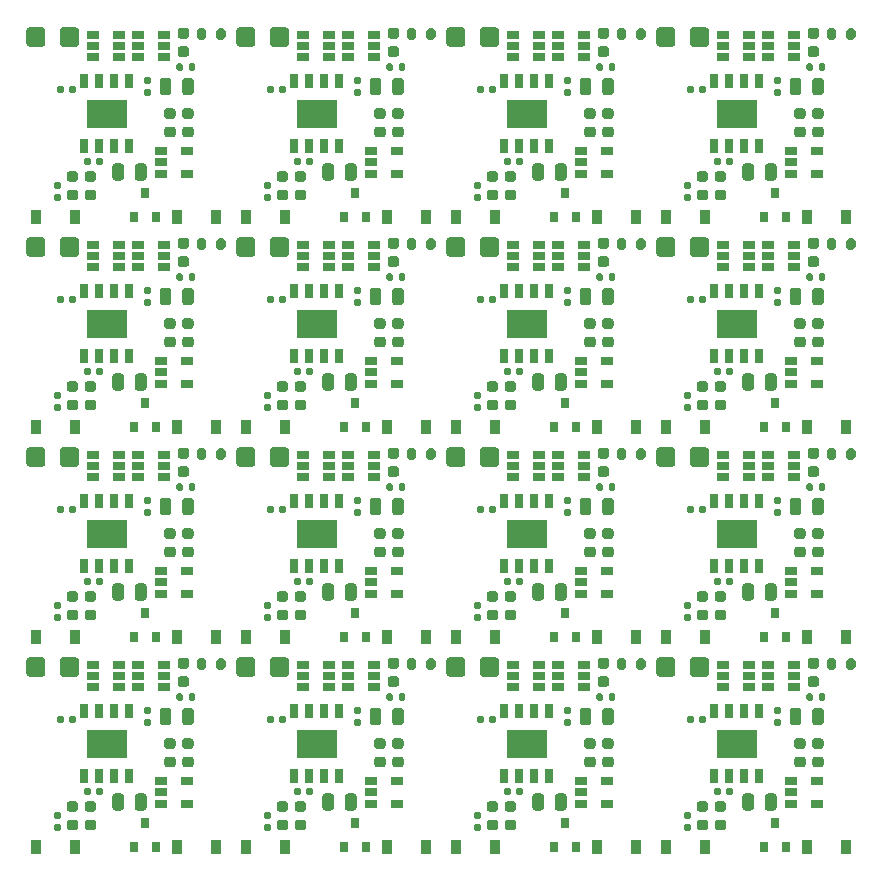
<source format=gbr>
%TF.GenerationSoftware,KiCad,Pcbnew,5.1.8*%
%TF.CreationDate,2020-11-29T15:41:03+01:00*%
%TF.ProjectId,panel,70616e65-6c2e-46b6-9963-61645f706362,rev?*%
%TF.SameCoordinates,Original*%
%TF.FileFunction,Paste,Top*%
%TF.FilePolarity,Positive*%
%FSLAX46Y46*%
G04 Gerber Fmt 4.6, Leading zero omitted, Abs format (unit mm)*
G04 Created by KiCad (PCBNEW 5.1.8) date 2020-11-29 15:41:03*
%MOMM*%
%LPD*%
G01*
G04 APERTURE LIST*
%ADD10R,0.700000X1.300000*%
%ADD11R,3.400000X2.400000*%
%ADD12R,0.800000X0.900000*%
%ADD13R,1.060000X0.650000*%
%ADD14R,0.900000X1.200000*%
G04 APERTURE END LIST*
%TO.C,D1*%
G36*
G01*
X109438266Y-118433516D02*
X108925766Y-118433516D01*
G75*
G02*
X108707016Y-118214766I0J218750D01*
G01*
X108707016Y-117777266D01*
G75*
G02*
X108925766Y-117558516I218750J0D01*
G01*
X109438266Y-117558516D01*
G75*
G02*
X109657016Y-117777266I0J-218750D01*
G01*
X109657016Y-118214766D01*
G75*
G02*
X109438266Y-118433516I-218750J0D01*
G01*
G37*
G36*
G01*
X109438266Y-116858516D02*
X108925766Y-116858516D01*
G75*
G02*
X108707016Y-116639766I0J218750D01*
G01*
X108707016Y-116202266D01*
G75*
G02*
X108925766Y-115983516I218750J0D01*
G01*
X109438266Y-115983516D01*
G75*
G02*
X109657016Y-116202266I0J-218750D01*
G01*
X109657016Y-116639766D01*
G75*
G02*
X109438266Y-116858516I-218750J0D01*
G01*
G37*
%TD*%
%TO.C,D2*%
G36*
G01*
X107914266Y-118433516D02*
X107401766Y-118433516D01*
G75*
G02*
X107183016Y-118214766I0J218750D01*
G01*
X107183016Y-117777266D01*
G75*
G02*
X107401766Y-117558516I218750J0D01*
G01*
X107914266Y-117558516D01*
G75*
G02*
X108133016Y-117777266I0J-218750D01*
G01*
X108133016Y-118214766D01*
G75*
G02*
X107914266Y-118433516I-218750J0D01*
G01*
G37*
G36*
G01*
X107914266Y-116858516D02*
X107401766Y-116858516D01*
G75*
G02*
X107183016Y-116639766I0J218750D01*
G01*
X107183016Y-116202266D01*
G75*
G02*
X107401766Y-115983516I218750J0D01*
G01*
X107914266Y-115983516D01*
G75*
G02*
X108133016Y-116202266I0J-218750D01*
G01*
X108133016Y-116639766D01*
G75*
G02*
X107914266Y-116858516I-218750J0D01*
G01*
G37*
%TD*%
%TO.C,F1*%
G36*
G01*
X108204016Y-104035016D02*
X108204016Y-105185016D01*
G75*
G02*
X107954016Y-105435016I-250000J0D01*
G01*
X106854016Y-105435016D01*
G75*
G02*
X106604016Y-105185016I0J250000D01*
G01*
X106604016Y-104035016D01*
G75*
G02*
X106854016Y-103785016I250000J0D01*
G01*
X107954016Y-103785016D01*
G75*
G02*
X108204016Y-104035016I0J-250000D01*
G01*
G37*
G36*
G01*
X105354016Y-104035016D02*
X105354016Y-105185016D01*
G75*
G02*
X105104016Y-105435016I-250000J0D01*
G01*
X104004016Y-105435016D01*
G75*
G02*
X103754016Y-105185016I0J250000D01*
G01*
X103754016Y-104035016D01*
G75*
G02*
X104004016Y-103785016I250000J0D01*
G01*
X105104016Y-103785016D01*
G75*
G02*
X105354016Y-104035016I0J-250000D01*
G01*
G37*
%TD*%
D10*
%TO.C,IC1*%
X112484016Y-113837016D03*
X111214016Y-113837016D03*
X108674016Y-113837016D03*
X109944016Y-113837016D03*
X112484016Y-108337016D03*
X111214016Y-108337016D03*
X108674016Y-108337016D03*
X109944016Y-108337016D03*
D11*
X110579016Y-111087016D03*
%TD*%
D12*
%TO.C,Q1*%
X112870016Y-119850016D03*
X114770016Y-119850016D03*
X113820016Y-117850016D03*
%TD*%
%TO.C,R1*%
G36*
G01*
X110214016Y-114966016D02*
X110214016Y-115336016D01*
G75*
G02*
X110079016Y-115471016I-135000J0D01*
G01*
X109809016Y-115471016D01*
G75*
G02*
X109674016Y-115336016I0J135000D01*
G01*
X109674016Y-114966016D01*
G75*
G02*
X109809016Y-114831016I135000J0D01*
G01*
X110079016Y-114831016D01*
G75*
G02*
X110214016Y-114966016I0J-135000D01*
G01*
G37*
G36*
G01*
X109194016Y-114966016D02*
X109194016Y-115336016D01*
G75*
G02*
X109059016Y-115471016I-135000J0D01*
G01*
X108789016Y-115471016D01*
G75*
G02*
X108654016Y-115336016I0J135000D01*
G01*
X108654016Y-114966016D01*
G75*
G02*
X108789016Y-114831016I135000J0D01*
G01*
X109059016Y-114831016D01*
G75*
G02*
X109194016Y-114966016I0J-135000D01*
G01*
G37*
%TD*%
%TO.C,R2*%
G36*
G01*
X114193016Y-109583016D02*
X113823016Y-109583016D01*
G75*
G02*
X113688016Y-109448016I0J135000D01*
G01*
X113688016Y-109178016D01*
G75*
G02*
X113823016Y-109043016I135000J0D01*
G01*
X114193016Y-109043016D01*
G75*
G02*
X114328016Y-109178016I0J-135000D01*
G01*
X114328016Y-109448016D01*
G75*
G02*
X114193016Y-109583016I-135000J0D01*
G01*
G37*
G36*
G01*
X114193016Y-108563016D02*
X113823016Y-108563016D01*
G75*
G02*
X113688016Y-108428016I0J135000D01*
G01*
X113688016Y-108158016D01*
G75*
G02*
X113823016Y-108023016I135000J0D01*
G01*
X114193016Y-108023016D01*
G75*
G02*
X114328016Y-108158016I0J-135000D01*
G01*
X114328016Y-108428016D01*
G75*
G02*
X114193016Y-108563016I-135000J0D01*
G01*
G37*
%TD*%
%TO.C,R3*%
G36*
G01*
X106372016Y-109240016D02*
X106372016Y-108870016D01*
G75*
G02*
X106507016Y-108735016I135000J0D01*
G01*
X106777016Y-108735016D01*
G75*
G02*
X106912016Y-108870016I0J-135000D01*
G01*
X106912016Y-109240016D01*
G75*
G02*
X106777016Y-109375016I-135000J0D01*
G01*
X106507016Y-109375016D01*
G75*
G02*
X106372016Y-109240016I0J135000D01*
G01*
G37*
G36*
G01*
X107392016Y-109240016D02*
X107392016Y-108870016D01*
G75*
G02*
X107527016Y-108735016I135000J0D01*
G01*
X107797016Y-108735016D01*
G75*
G02*
X107932016Y-108870016I0J-135000D01*
G01*
X107932016Y-109240016D01*
G75*
G02*
X107797016Y-109375016I-135000J0D01*
G01*
X107527016Y-109375016D01*
G75*
G02*
X107392016Y-109240016I0J135000D01*
G01*
G37*
%TD*%
%TO.C,R4*%
G36*
G01*
X106573016Y-118473016D02*
X106203016Y-118473016D01*
G75*
G02*
X106068016Y-118338016I0J135000D01*
G01*
X106068016Y-118068016D01*
G75*
G02*
X106203016Y-117933016I135000J0D01*
G01*
X106573016Y-117933016D01*
G75*
G02*
X106708016Y-118068016I0J-135000D01*
G01*
X106708016Y-118338016D01*
G75*
G02*
X106573016Y-118473016I-135000J0D01*
G01*
G37*
G36*
G01*
X106573016Y-117453016D02*
X106203016Y-117453016D01*
G75*
G02*
X106068016Y-117318016I0J135000D01*
G01*
X106068016Y-117048016D01*
G75*
G02*
X106203016Y-116913016I135000J0D01*
G01*
X106573016Y-116913016D01*
G75*
G02*
X106708016Y-117048016I0J-135000D01*
G01*
X106708016Y-117318016D01*
G75*
G02*
X106573016Y-117453016I-135000J0D01*
G01*
G37*
%TD*%
%TO.C,R5*%
G36*
G01*
X118028516Y-106965016D02*
X118028516Y-107335016D01*
G75*
G02*
X117893516Y-107470016I-135000J0D01*
G01*
X117623516Y-107470016D01*
G75*
G02*
X117488516Y-107335016I0J135000D01*
G01*
X117488516Y-106965016D01*
G75*
G02*
X117623516Y-106830016I135000J0D01*
G01*
X117893516Y-106830016D01*
G75*
G02*
X118028516Y-106965016I0J-135000D01*
G01*
G37*
G36*
G01*
X117008516Y-106965016D02*
X117008516Y-107335016D01*
G75*
G02*
X116873516Y-107470016I-135000J0D01*
G01*
X116603516Y-107470016D01*
G75*
G02*
X116468516Y-107335016I0J135000D01*
G01*
X116468516Y-106965016D01*
G75*
G02*
X116603516Y-106830016I135000J0D01*
G01*
X116873516Y-106830016D01*
G75*
G02*
X117008516Y-106965016I0J-135000D01*
G01*
G37*
%TD*%
D13*
%TO.C,U1*%
X115151016Y-114267016D03*
X115151016Y-115217016D03*
X115151016Y-116167016D03*
X117351016Y-116167016D03*
X117351016Y-114267016D03*
%TD*%
%TO.C,U2*%
X113246016Y-104416016D03*
X113246016Y-105366016D03*
X113246016Y-106316016D03*
X115446016Y-106316016D03*
X115446016Y-104416016D03*
X115446016Y-105366016D03*
%TD*%
%TO.C,U3*%
X109436016Y-104416016D03*
X109436016Y-105366016D03*
X109436016Y-106316016D03*
X111636016Y-106316016D03*
X111636016Y-104416016D03*
X111636016Y-105366016D03*
%TD*%
D14*
%TO.C,D3*%
X107910016Y-119850016D03*
X104610016Y-119850016D03*
%TD*%
%TO.C,D4*%
X119850016Y-119850016D03*
X116550016Y-119850016D03*
%TD*%
%TO.C,C1*%
G36*
G01*
X113934016Y-115565016D02*
X113934016Y-116515016D01*
G75*
G02*
X113684016Y-116765016I-250000J0D01*
G01*
X113184016Y-116765016D01*
G75*
G02*
X112934016Y-116515016I0J250000D01*
G01*
X112934016Y-115565016D01*
G75*
G02*
X113184016Y-115315016I250000J0D01*
G01*
X113684016Y-115315016D01*
G75*
G02*
X113934016Y-115565016I0J-250000D01*
G01*
G37*
G36*
G01*
X112034016Y-115565016D02*
X112034016Y-116515016D01*
G75*
G02*
X111784016Y-116765016I-250000J0D01*
G01*
X111284016Y-116765016D01*
G75*
G02*
X111034016Y-116515016I0J250000D01*
G01*
X111034016Y-115565016D01*
G75*
G02*
X111284016Y-115315016I250000J0D01*
G01*
X111784016Y-115315016D01*
G75*
G02*
X112034016Y-115565016I0J-250000D01*
G01*
G37*
%TD*%
%TO.C,C2*%
G36*
G01*
X115032016Y-109276016D02*
X115032016Y-108326016D01*
G75*
G02*
X115282016Y-108076016I250000J0D01*
G01*
X115782016Y-108076016D01*
G75*
G02*
X116032016Y-108326016I0J-250000D01*
G01*
X116032016Y-109276016D01*
G75*
G02*
X115782016Y-109526016I-250000J0D01*
G01*
X115282016Y-109526016D01*
G75*
G02*
X115032016Y-109276016I0J250000D01*
G01*
G37*
G36*
G01*
X116932016Y-109276016D02*
X116932016Y-108326016D01*
G75*
G02*
X117182016Y-108076016I250000J0D01*
G01*
X117682016Y-108076016D01*
G75*
G02*
X117932016Y-108326016I0J-250000D01*
G01*
X117932016Y-109276016D01*
G75*
G02*
X117682016Y-109526016I-250000J0D01*
G01*
X117182016Y-109526016D01*
G75*
G02*
X116932016Y-109276016I0J250000D01*
G01*
G37*
%TD*%
%TO.C,C3*%
G36*
G01*
X116163016Y-113087016D02*
X115663016Y-113087016D01*
G75*
G02*
X115438016Y-112862016I0J225000D01*
G01*
X115438016Y-112412016D01*
G75*
G02*
X115663016Y-112187016I225000J0D01*
G01*
X116163016Y-112187016D01*
G75*
G02*
X116388016Y-112412016I0J-225000D01*
G01*
X116388016Y-112862016D01*
G75*
G02*
X116163016Y-113087016I-225000J0D01*
G01*
G37*
G36*
G01*
X116163016Y-111537016D02*
X115663016Y-111537016D01*
G75*
G02*
X115438016Y-111312016I0J225000D01*
G01*
X115438016Y-110862016D01*
G75*
G02*
X115663016Y-110637016I225000J0D01*
G01*
X116163016Y-110637016D01*
G75*
G02*
X116388016Y-110862016I0J-225000D01*
G01*
X116388016Y-111312016D01*
G75*
G02*
X116163016Y-111537016I-225000J0D01*
G01*
G37*
%TD*%
%TO.C,C4*%
G36*
G01*
X117687016Y-113087016D02*
X117187016Y-113087016D01*
G75*
G02*
X116962016Y-112862016I0J225000D01*
G01*
X116962016Y-112412016D01*
G75*
G02*
X117187016Y-112187016I225000J0D01*
G01*
X117687016Y-112187016D01*
G75*
G02*
X117912016Y-112412016I0J-225000D01*
G01*
X117912016Y-112862016D01*
G75*
G02*
X117687016Y-113087016I-225000J0D01*
G01*
G37*
G36*
G01*
X117687016Y-111537016D02*
X117187016Y-111537016D01*
G75*
G02*
X116962016Y-111312016I0J225000D01*
G01*
X116962016Y-110862016D01*
G75*
G02*
X117187016Y-110637016I225000J0D01*
G01*
X117687016Y-110637016D01*
G75*
G02*
X117912016Y-110862016I0J-225000D01*
G01*
X117912016Y-111312016D01*
G75*
G02*
X117687016Y-111537016I-225000J0D01*
G01*
G37*
%TD*%
%TO.C,C5*%
G36*
G01*
X117306016Y-106292516D02*
X116806016Y-106292516D01*
G75*
G02*
X116581016Y-106067516I0J225000D01*
G01*
X116581016Y-105617516D01*
G75*
G02*
X116806016Y-105392516I225000J0D01*
G01*
X117306016Y-105392516D01*
G75*
G02*
X117531016Y-105617516I0J-225000D01*
G01*
X117531016Y-106067516D01*
G75*
G02*
X117306016Y-106292516I-225000J0D01*
G01*
G37*
G36*
G01*
X117306016Y-104742516D02*
X116806016Y-104742516D01*
G75*
G02*
X116581016Y-104517516I0J225000D01*
G01*
X116581016Y-104067516D01*
G75*
G02*
X116806016Y-103842516I225000J0D01*
G01*
X117306016Y-103842516D01*
G75*
G02*
X117531016Y-104067516I0J-225000D01*
G01*
X117531016Y-104517516D01*
G75*
G02*
X117306016Y-104742516I-225000J0D01*
G01*
G37*
%TD*%
%TO.C,R6*%
G36*
G01*
X118180016Y-104631016D02*
X118180016Y-104081016D01*
G75*
G02*
X118380016Y-103881016I200000J0D01*
G01*
X118780016Y-103881016D01*
G75*
G02*
X118980016Y-104081016I0J-200000D01*
G01*
X118980016Y-104631016D01*
G75*
G02*
X118780016Y-104831016I-200000J0D01*
G01*
X118380016Y-104831016D01*
G75*
G02*
X118180016Y-104631016I0J200000D01*
G01*
G37*
G36*
G01*
X119830016Y-104631016D02*
X119830016Y-104081016D01*
G75*
G02*
X120030016Y-103881016I200000J0D01*
G01*
X120430016Y-103881016D01*
G75*
G02*
X120630016Y-104081016I0J-200000D01*
G01*
X120630016Y-104631016D01*
G75*
G02*
X120430016Y-104831016I-200000J0D01*
G01*
X120030016Y-104831016D01*
G75*
G02*
X119830016Y-104631016I0J200000D01*
G01*
G37*
%TD*%
%TO.C,D1*%
G36*
G01*
X91658261Y-118433516D02*
X91145761Y-118433516D01*
G75*
G02*
X90927011Y-118214766I0J218750D01*
G01*
X90927011Y-117777266D01*
G75*
G02*
X91145761Y-117558516I218750J0D01*
G01*
X91658261Y-117558516D01*
G75*
G02*
X91877011Y-117777266I0J-218750D01*
G01*
X91877011Y-118214766D01*
G75*
G02*
X91658261Y-118433516I-218750J0D01*
G01*
G37*
G36*
G01*
X91658261Y-116858516D02*
X91145761Y-116858516D01*
G75*
G02*
X90927011Y-116639766I0J218750D01*
G01*
X90927011Y-116202266D01*
G75*
G02*
X91145761Y-115983516I218750J0D01*
G01*
X91658261Y-115983516D01*
G75*
G02*
X91877011Y-116202266I0J-218750D01*
G01*
X91877011Y-116639766D01*
G75*
G02*
X91658261Y-116858516I-218750J0D01*
G01*
G37*
%TD*%
%TO.C,D2*%
G36*
G01*
X90134261Y-118433516D02*
X89621761Y-118433516D01*
G75*
G02*
X89403011Y-118214766I0J218750D01*
G01*
X89403011Y-117777266D01*
G75*
G02*
X89621761Y-117558516I218750J0D01*
G01*
X90134261Y-117558516D01*
G75*
G02*
X90353011Y-117777266I0J-218750D01*
G01*
X90353011Y-118214766D01*
G75*
G02*
X90134261Y-118433516I-218750J0D01*
G01*
G37*
G36*
G01*
X90134261Y-116858516D02*
X89621761Y-116858516D01*
G75*
G02*
X89403011Y-116639766I0J218750D01*
G01*
X89403011Y-116202266D01*
G75*
G02*
X89621761Y-115983516I218750J0D01*
G01*
X90134261Y-115983516D01*
G75*
G02*
X90353011Y-116202266I0J-218750D01*
G01*
X90353011Y-116639766D01*
G75*
G02*
X90134261Y-116858516I-218750J0D01*
G01*
G37*
%TD*%
%TO.C,F1*%
G36*
G01*
X90424011Y-104035016D02*
X90424011Y-105185016D01*
G75*
G02*
X90174011Y-105435016I-250000J0D01*
G01*
X89074011Y-105435016D01*
G75*
G02*
X88824011Y-105185016I0J250000D01*
G01*
X88824011Y-104035016D01*
G75*
G02*
X89074011Y-103785016I250000J0D01*
G01*
X90174011Y-103785016D01*
G75*
G02*
X90424011Y-104035016I0J-250000D01*
G01*
G37*
G36*
G01*
X87574011Y-104035016D02*
X87574011Y-105185016D01*
G75*
G02*
X87324011Y-105435016I-250000J0D01*
G01*
X86224011Y-105435016D01*
G75*
G02*
X85974011Y-105185016I0J250000D01*
G01*
X85974011Y-104035016D01*
G75*
G02*
X86224011Y-103785016I250000J0D01*
G01*
X87324011Y-103785016D01*
G75*
G02*
X87574011Y-104035016I0J-250000D01*
G01*
G37*
%TD*%
D10*
%TO.C,IC1*%
X94704011Y-113837016D03*
X93434011Y-113837016D03*
X90894011Y-113837016D03*
X92164011Y-113837016D03*
X94704011Y-108337016D03*
X93434011Y-108337016D03*
X90894011Y-108337016D03*
X92164011Y-108337016D03*
D11*
X92799011Y-111087016D03*
%TD*%
D12*
%TO.C,Q1*%
X95090011Y-119850016D03*
X96990011Y-119850016D03*
X96040011Y-117850016D03*
%TD*%
%TO.C,R1*%
G36*
G01*
X92434011Y-114966016D02*
X92434011Y-115336016D01*
G75*
G02*
X92299011Y-115471016I-135000J0D01*
G01*
X92029011Y-115471016D01*
G75*
G02*
X91894011Y-115336016I0J135000D01*
G01*
X91894011Y-114966016D01*
G75*
G02*
X92029011Y-114831016I135000J0D01*
G01*
X92299011Y-114831016D01*
G75*
G02*
X92434011Y-114966016I0J-135000D01*
G01*
G37*
G36*
G01*
X91414011Y-114966016D02*
X91414011Y-115336016D01*
G75*
G02*
X91279011Y-115471016I-135000J0D01*
G01*
X91009011Y-115471016D01*
G75*
G02*
X90874011Y-115336016I0J135000D01*
G01*
X90874011Y-114966016D01*
G75*
G02*
X91009011Y-114831016I135000J0D01*
G01*
X91279011Y-114831016D01*
G75*
G02*
X91414011Y-114966016I0J-135000D01*
G01*
G37*
%TD*%
%TO.C,R2*%
G36*
G01*
X96413011Y-109583016D02*
X96043011Y-109583016D01*
G75*
G02*
X95908011Y-109448016I0J135000D01*
G01*
X95908011Y-109178016D01*
G75*
G02*
X96043011Y-109043016I135000J0D01*
G01*
X96413011Y-109043016D01*
G75*
G02*
X96548011Y-109178016I0J-135000D01*
G01*
X96548011Y-109448016D01*
G75*
G02*
X96413011Y-109583016I-135000J0D01*
G01*
G37*
G36*
G01*
X96413011Y-108563016D02*
X96043011Y-108563016D01*
G75*
G02*
X95908011Y-108428016I0J135000D01*
G01*
X95908011Y-108158016D01*
G75*
G02*
X96043011Y-108023016I135000J0D01*
G01*
X96413011Y-108023016D01*
G75*
G02*
X96548011Y-108158016I0J-135000D01*
G01*
X96548011Y-108428016D01*
G75*
G02*
X96413011Y-108563016I-135000J0D01*
G01*
G37*
%TD*%
%TO.C,R3*%
G36*
G01*
X88592011Y-109240016D02*
X88592011Y-108870016D01*
G75*
G02*
X88727011Y-108735016I135000J0D01*
G01*
X88997011Y-108735016D01*
G75*
G02*
X89132011Y-108870016I0J-135000D01*
G01*
X89132011Y-109240016D01*
G75*
G02*
X88997011Y-109375016I-135000J0D01*
G01*
X88727011Y-109375016D01*
G75*
G02*
X88592011Y-109240016I0J135000D01*
G01*
G37*
G36*
G01*
X89612011Y-109240016D02*
X89612011Y-108870016D01*
G75*
G02*
X89747011Y-108735016I135000J0D01*
G01*
X90017011Y-108735016D01*
G75*
G02*
X90152011Y-108870016I0J-135000D01*
G01*
X90152011Y-109240016D01*
G75*
G02*
X90017011Y-109375016I-135000J0D01*
G01*
X89747011Y-109375016D01*
G75*
G02*
X89612011Y-109240016I0J135000D01*
G01*
G37*
%TD*%
%TO.C,R4*%
G36*
G01*
X88793011Y-118473016D02*
X88423011Y-118473016D01*
G75*
G02*
X88288011Y-118338016I0J135000D01*
G01*
X88288011Y-118068016D01*
G75*
G02*
X88423011Y-117933016I135000J0D01*
G01*
X88793011Y-117933016D01*
G75*
G02*
X88928011Y-118068016I0J-135000D01*
G01*
X88928011Y-118338016D01*
G75*
G02*
X88793011Y-118473016I-135000J0D01*
G01*
G37*
G36*
G01*
X88793011Y-117453016D02*
X88423011Y-117453016D01*
G75*
G02*
X88288011Y-117318016I0J135000D01*
G01*
X88288011Y-117048016D01*
G75*
G02*
X88423011Y-116913016I135000J0D01*
G01*
X88793011Y-116913016D01*
G75*
G02*
X88928011Y-117048016I0J-135000D01*
G01*
X88928011Y-117318016D01*
G75*
G02*
X88793011Y-117453016I-135000J0D01*
G01*
G37*
%TD*%
%TO.C,R5*%
G36*
G01*
X100248511Y-106965016D02*
X100248511Y-107335016D01*
G75*
G02*
X100113511Y-107470016I-135000J0D01*
G01*
X99843511Y-107470016D01*
G75*
G02*
X99708511Y-107335016I0J135000D01*
G01*
X99708511Y-106965016D01*
G75*
G02*
X99843511Y-106830016I135000J0D01*
G01*
X100113511Y-106830016D01*
G75*
G02*
X100248511Y-106965016I0J-135000D01*
G01*
G37*
G36*
G01*
X99228511Y-106965016D02*
X99228511Y-107335016D01*
G75*
G02*
X99093511Y-107470016I-135000J0D01*
G01*
X98823511Y-107470016D01*
G75*
G02*
X98688511Y-107335016I0J135000D01*
G01*
X98688511Y-106965016D01*
G75*
G02*
X98823511Y-106830016I135000J0D01*
G01*
X99093511Y-106830016D01*
G75*
G02*
X99228511Y-106965016I0J-135000D01*
G01*
G37*
%TD*%
D13*
%TO.C,U1*%
X97371011Y-114267016D03*
X97371011Y-115217016D03*
X97371011Y-116167016D03*
X99571011Y-116167016D03*
X99571011Y-114267016D03*
%TD*%
%TO.C,U2*%
X95466011Y-104416016D03*
X95466011Y-105366016D03*
X95466011Y-106316016D03*
X97666011Y-106316016D03*
X97666011Y-104416016D03*
X97666011Y-105366016D03*
%TD*%
%TO.C,U3*%
X91656011Y-104416016D03*
X91656011Y-105366016D03*
X91656011Y-106316016D03*
X93856011Y-106316016D03*
X93856011Y-104416016D03*
X93856011Y-105366016D03*
%TD*%
D14*
%TO.C,D3*%
X90130011Y-119850016D03*
X86830011Y-119850016D03*
%TD*%
%TO.C,D4*%
X102070011Y-119850016D03*
X98770011Y-119850016D03*
%TD*%
%TO.C,C1*%
G36*
G01*
X96154011Y-115565016D02*
X96154011Y-116515016D01*
G75*
G02*
X95904011Y-116765016I-250000J0D01*
G01*
X95404011Y-116765016D01*
G75*
G02*
X95154011Y-116515016I0J250000D01*
G01*
X95154011Y-115565016D01*
G75*
G02*
X95404011Y-115315016I250000J0D01*
G01*
X95904011Y-115315016D01*
G75*
G02*
X96154011Y-115565016I0J-250000D01*
G01*
G37*
G36*
G01*
X94254011Y-115565016D02*
X94254011Y-116515016D01*
G75*
G02*
X94004011Y-116765016I-250000J0D01*
G01*
X93504011Y-116765016D01*
G75*
G02*
X93254011Y-116515016I0J250000D01*
G01*
X93254011Y-115565016D01*
G75*
G02*
X93504011Y-115315016I250000J0D01*
G01*
X94004011Y-115315016D01*
G75*
G02*
X94254011Y-115565016I0J-250000D01*
G01*
G37*
%TD*%
%TO.C,C2*%
G36*
G01*
X97252011Y-109276016D02*
X97252011Y-108326016D01*
G75*
G02*
X97502011Y-108076016I250000J0D01*
G01*
X98002011Y-108076016D01*
G75*
G02*
X98252011Y-108326016I0J-250000D01*
G01*
X98252011Y-109276016D01*
G75*
G02*
X98002011Y-109526016I-250000J0D01*
G01*
X97502011Y-109526016D01*
G75*
G02*
X97252011Y-109276016I0J250000D01*
G01*
G37*
G36*
G01*
X99152011Y-109276016D02*
X99152011Y-108326016D01*
G75*
G02*
X99402011Y-108076016I250000J0D01*
G01*
X99902011Y-108076016D01*
G75*
G02*
X100152011Y-108326016I0J-250000D01*
G01*
X100152011Y-109276016D01*
G75*
G02*
X99902011Y-109526016I-250000J0D01*
G01*
X99402011Y-109526016D01*
G75*
G02*
X99152011Y-109276016I0J250000D01*
G01*
G37*
%TD*%
%TO.C,C3*%
G36*
G01*
X98383011Y-113087016D02*
X97883011Y-113087016D01*
G75*
G02*
X97658011Y-112862016I0J225000D01*
G01*
X97658011Y-112412016D01*
G75*
G02*
X97883011Y-112187016I225000J0D01*
G01*
X98383011Y-112187016D01*
G75*
G02*
X98608011Y-112412016I0J-225000D01*
G01*
X98608011Y-112862016D01*
G75*
G02*
X98383011Y-113087016I-225000J0D01*
G01*
G37*
G36*
G01*
X98383011Y-111537016D02*
X97883011Y-111537016D01*
G75*
G02*
X97658011Y-111312016I0J225000D01*
G01*
X97658011Y-110862016D01*
G75*
G02*
X97883011Y-110637016I225000J0D01*
G01*
X98383011Y-110637016D01*
G75*
G02*
X98608011Y-110862016I0J-225000D01*
G01*
X98608011Y-111312016D01*
G75*
G02*
X98383011Y-111537016I-225000J0D01*
G01*
G37*
%TD*%
%TO.C,C4*%
G36*
G01*
X99907011Y-113087016D02*
X99407011Y-113087016D01*
G75*
G02*
X99182011Y-112862016I0J225000D01*
G01*
X99182011Y-112412016D01*
G75*
G02*
X99407011Y-112187016I225000J0D01*
G01*
X99907011Y-112187016D01*
G75*
G02*
X100132011Y-112412016I0J-225000D01*
G01*
X100132011Y-112862016D01*
G75*
G02*
X99907011Y-113087016I-225000J0D01*
G01*
G37*
G36*
G01*
X99907011Y-111537016D02*
X99407011Y-111537016D01*
G75*
G02*
X99182011Y-111312016I0J225000D01*
G01*
X99182011Y-110862016D01*
G75*
G02*
X99407011Y-110637016I225000J0D01*
G01*
X99907011Y-110637016D01*
G75*
G02*
X100132011Y-110862016I0J-225000D01*
G01*
X100132011Y-111312016D01*
G75*
G02*
X99907011Y-111537016I-225000J0D01*
G01*
G37*
%TD*%
%TO.C,C5*%
G36*
G01*
X99526011Y-106292516D02*
X99026011Y-106292516D01*
G75*
G02*
X98801011Y-106067516I0J225000D01*
G01*
X98801011Y-105617516D01*
G75*
G02*
X99026011Y-105392516I225000J0D01*
G01*
X99526011Y-105392516D01*
G75*
G02*
X99751011Y-105617516I0J-225000D01*
G01*
X99751011Y-106067516D01*
G75*
G02*
X99526011Y-106292516I-225000J0D01*
G01*
G37*
G36*
G01*
X99526011Y-104742516D02*
X99026011Y-104742516D01*
G75*
G02*
X98801011Y-104517516I0J225000D01*
G01*
X98801011Y-104067516D01*
G75*
G02*
X99026011Y-103842516I225000J0D01*
G01*
X99526011Y-103842516D01*
G75*
G02*
X99751011Y-104067516I0J-225000D01*
G01*
X99751011Y-104517516D01*
G75*
G02*
X99526011Y-104742516I-225000J0D01*
G01*
G37*
%TD*%
%TO.C,R6*%
G36*
G01*
X100400011Y-104631016D02*
X100400011Y-104081016D01*
G75*
G02*
X100600011Y-103881016I200000J0D01*
G01*
X101000011Y-103881016D01*
G75*
G02*
X101200011Y-104081016I0J-200000D01*
G01*
X101200011Y-104631016D01*
G75*
G02*
X101000011Y-104831016I-200000J0D01*
G01*
X100600011Y-104831016D01*
G75*
G02*
X100400011Y-104631016I0J200000D01*
G01*
G37*
G36*
G01*
X102050011Y-104631016D02*
X102050011Y-104081016D01*
G75*
G02*
X102250011Y-103881016I200000J0D01*
G01*
X102650011Y-103881016D01*
G75*
G02*
X102850011Y-104081016I0J-200000D01*
G01*
X102850011Y-104631016D01*
G75*
G02*
X102650011Y-104831016I-200000J0D01*
G01*
X102250011Y-104831016D01*
G75*
G02*
X102050011Y-104631016I0J200000D01*
G01*
G37*
%TD*%
%TO.C,D1*%
G36*
G01*
X73878256Y-118433516D02*
X73365756Y-118433516D01*
G75*
G02*
X73147006Y-118214766I0J218750D01*
G01*
X73147006Y-117777266D01*
G75*
G02*
X73365756Y-117558516I218750J0D01*
G01*
X73878256Y-117558516D01*
G75*
G02*
X74097006Y-117777266I0J-218750D01*
G01*
X74097006Y-118214766D01*
G75*
G02*
X73878256Y-118433516I-218750J0D01*
G01*
G37*
G36*
G01*
X73878256Y-116858516D02*
X73365756Y-116858516D01*
G75*
G02*
X73147006Y-116639766I0J218750D01*
G01*
X73147006Y-116202266D01*
G75*
G02*
X73365756Y-115983516I218750J0D01*
G01*
X73878256Y-115983516D01*
G75*
G02*
X74097006Y-116202266I0J-218750D01*
G01*
X74097006Y-116639766D01*
G75*
G02*
X73878256Y-116858516I-218750J0D01*
G01*
G37*
%TD*%
%TO.C,D2*%
G36*
G01*
X72354256Y-118433516D02*
X71841756Y-118433516D01*
G75*
G02*
X71623006Y-118214766I0J218750D01*
G01*
X71623006Y-117777266D01*
G75*
G02*
X71841756Y-117558516I218750J0D01*
G01*
X72354256Y-117558516D01*
G75*
G02*
X72573006Y-117777266I0J-218750D01*
G01*
X72573006Y-118214766D01*
G75*
G02*
X72354256Y-118433516I-218750J0D01*
G01*
G37*
G36*
G01*
X72354256Y-116858516D02*
X71841756Y-116858516D01*
G75*
G02*
X71623006Y-116639766I0J218750D01*
G01*
X71623006Y-116202266D01*
G75*
G02*
X71841756Y-115983516I218750J0D01*
G01*
X72354256Y-115983516D01*
G75*
G02*
X72573006Y-116202266I0J-218750D01*
G01*
X72573006Y-116639766D01*
G75*
G02*
X72354256Y-116858516I-218750J0D01*
G01*
G37*
%TD*%
%TO.C,F1*%
G36*
G01*
X72644006Y-104035016D02*
X72644006Y-105185016D01*
G75*
G02*
X72394006Y-105435016I-250000J0D01*
G01*
X71294006Y-105435016D01*
G75*
G02*
X71044006Y-105185016I0J250000D01*
G01*
X71044006Y-104035016D01*
G75*
G02*
X71294006Y-103785016I250000J0D01*
G01*
X72394006Y-103785016D01*
G75*
G02*
X72644006Y-104035016I0J-250000D01*
G01*
G37*
G36*
G01*
X69794006Y-104035016D02*
X69794006Y-105185016D01*
G75*
G02*
X69544006Y-105435016I-250000J0D01*
G01*
X68444006Y-105435016D01*
G75*
G02*
X68194006Y-105185016I0J250000D01*
G01*
X68194006Y-104035016D01*
G75*
G02*
X68444006Y-103785016I250000J0D01*
G01*
X69544006Y-103785016D01*
G75*
G02*
X69794006Y-104035016I0J-250000D01*
G01*
G37*
%TD*%
D10*
%TO.C,IC1*%
X76924006Y-113837016D03*
X75654006Y-113837016D03*
X73114006Y-113837016D03*
X74384006Y-113837016D03*
X76924006Y-108337016D03*
X75654006Y-108337016D03*
X73114006Y-108337016D03*
X74384006Y-108337016D03*
D11*
X75019006Y-111087016D03*
%TD*%
D12*
%TO.C,Q1*%
X77310006Y-119850016D03*
X79210006Y-119850016D03*
X78260006Y-117850016D03*
%TD*%
%TO.C,R1*%
G36*
G01*
X74654006Y-114966016D02*
X74654006Y-115336016D01*
G75*
G02*
X74519006Y-115471016I-135000J0D01*
G01*
X74249006Y-115471016D01*
G75*
G02*
X74114006Y-115336016I0J135000D01*
G01*
X74114006Y-114966016D01*
G75*
G02*
X74249006Y-114831016I135000J0D01*
G01*
X74519006Y-114831016D01*
G75*
G02*
X74654006Y-114966016I0J-135000D01*
G01*
G37*
G36*
G01*
X73634006Y-114966016D02*
X73634006Y-115336016D01*
G75*
G02*
X73499006Y-115471016I-135000J0D01*
G01*
X73229006Y-115471016D01*
G75*
G02*
X73094006Y-115336016I0J135000D01*
G01*
X73094006Y-114966016D01*
G75*
G02*
X73229006Y-114831016I135000J0D01*
G01*
X73499006Y-114831016D01*
G75*
G02*
X73634006Y-114966016I0J-135000D01*
G01*
G37*
%TD*%
%TO.C,R2*%
G36*
G01*
X78633006Y-109583016D02*
X78263006Y-109583016D01*
G75*
G02*
X78128006Y-109448016I0J135000D01*
G01*
X78128006Y-109178016D01*
G75*
G02*
X78263006Y-109043016I135000J0D01*
G01*
X78633006Y-109043016D01*
G75*
G02*
X78768006Y-109178016I0J-135000D01*
G01*
X78768006Y-109448016D01*
G75*
G02*
X78633006Y-109583016I-135000J0D01*
G01*
G37*
G36*
G01*
X78633006Y-108563016D02*
X78263006Y-108563016D01*
G75*
G02*
X78128006Y-108428016I0J135000D01*
G01*
X78128006Y-108158016D01*
G75*
G02*
X78263006Y-108023016I135000J0D01*
G01*
X78633006Y-108023016D01*
G75*
G02*
X78768006Y-108158016I0J-135000D01*
G01*
X78768006Y-108428016D01*
G75*
G02*
X78633006Y-108563016I-135000J0D01*
G01*
G37*
%TD*%
%TO.C,R3*%
G36*
G01*
X70812006Y-109240016D02*
X70812006Y-108870016D01*
G75*
G02*
X70947006Y-108735016I135000J0D01*
G01*
X71217006Y-108735016D01*
G75*
G02*
X71352006Y-108870016I0J-135000D01*
G01*
X71352006Y-109240016D01*
G75*
G02*
X71217006Y-109375016I-135000J0D01*
G01*
X70947006Y-109375016D01*
G75*
G02*
X70812006Y-109240016I0J135000D01*
G01*
G37*
G36*
G01*
X71832006Y-109240016D02*
X71832006Y-108870016D01*
G75*
G02*
X71967006Y-108735016I135000J0D01*
G01*
X72237006Y-108735016D01*
G75*
G02*
X72372006Y-108870016I0J-135000D01*
G01*
X72372006Y-109240016D01*
G75*
G02*
X72237006Y-109375016I-135000J0D01*
G01*
X71967006Y-109375016D01*
G75*
G02*
X71832006Y-109240016I0J135000D01*
G01*
G37*
%TD*%
%TO.C,R4*%
G36*
G01*
X71013006Y-118473016D02*
X70643006Y-118473016D01*
G75*
G02*
X70508006Y-118338016I0J135000D01*
G01*
X70508006Y-118068016D01*
G75*
G02*
X70643006Y-117933016I135000J0D01*
G01*
X71013006Y-117933016D01*
G75*
G02*
X71148006Y-118068016I0J-135000D01*
G01*
X71148006Y-118338016D01*
G75*
G02*
X71013006Y-118473016I-135000J0D01*
G01*
G37*
G36*
G01*
X71013006Y-117453016D02*
X70643006Y-117453016D01*
G75*
G02*
X70508006Y-117318016I0J135000D01*
G01*
X70508006Y-117048016D01*
G75*
G02*
X70643006Y-116913016I135000J0D01*
G01*
X71013006Y-116913016D01*
G75*
G02*
X71148006Y-117048016I0J-135000D01*
G01*
X71148006Y-117318016D01*
G75*
G02*
X71013006Y-117453016I-135000J0D01*
G01*
G37*
%TD*%
%TO.C,R5*%
G36*
G01*
X82468506Y-106965016D02*
X82468506Y-107335016D01*
G75*
G02*
X82333506Y-107470016I-135000J0D01*
G01*
X82063506Y-107470016D01*
G75*
G02*
X81928506Y-107335016I0J135000D01*
G01*
X81928506Y-106965016D01*
G75*
G02*
X82063506Y-106830016I135000J0D01*
G01*
X82333506Y-106830016D01*
G75*
G02*
X82468506Y-106965016I0J-135000D01*
G01*
G37*
G36*
G01*
X81448506Y-106965016D02*
X81448506Y-107335016D01*
G75*
G02*
X81313506Y-107470016I-135000J0D01*
G01*
X81043506Y-107470016D01*
G75*
G02*
X80908506Y-107335016I0J135000D01*
G01*
X80908506Y-106965016D01*
G75*
G02*
X81043506Y-106830016I135000J0D01*
G01*
X81313506Y-106830016D01*
G75*
G02*
X81448506Y-106965016I0J-135000D01*
G01*
G37*
%TD*%
D13*
%TO.C,U1*%
X79591006Y-114267016D03*
X79591006Y-115217016D03*
X79591006Y-116167016D03*
X81791006Y-116167016D03*
X81791006Y-114267016D03*
%TD*%
%TO.C,U2*%
X77686006Y-104416016D03*
X77686006Y-105366016D03*
X77686006Y-106316016D03*
X79886006Y-106316016D03*
X79886006Y-104416016D03*
X79886006Y-105366016D03*
%TD*%
%TO.C,U3*%
X73876006Y-104416016D03*
X73876006Y-105366016D03*
X73876006Y-106316016D03*
X76076006Y-106316016D03*
X76076006Y-104416016D03*
X76076006Y-105366016D03*
%TD*%
D14*
%TO.C,D3*%
X72350006Y-119850016D03*
X69050006Y-119850016D03*
%TD*%
%TO.C,D4*%
X84290006Y-119850016D03*
X80990006Y-119850016D03*
%TD*%
%TO.C,C1*%
G36*
G01*
X78374006Y-115565016D02*
X78374006Y-116515016D01*
G75*
G02*
X78124006Y-116765016I-250000J0D01*
G01*
X77624006Y-116765016D01*
G75*
G02*
X77374006Y-116515016I0J250000D01*
G01*
X77374006Y-115565016D01*
G75*
G02*
X77624006Y-115315016I250000J0D01*
G01*
X78124006Y-115315016D01*
G75*
G02*
X78374006Y-115565016I0J-250000D01*
G01*
G37*
G36*
G01*
X76474006Y-115565016D02*
X76474006Y-116515016D01*
G75*
G02*
X76224006Y-116765016I-250000J0D01*
G01*
X75724006Y-116765016D01*
G75*
G02*
X75474006Y-116515016I0J250000D01*
G01*
X75474006Y-115565016D01*
G75*
G02*
X75724006Y-115315016I250000J0D01*
G01*
X76224006Y-115315016D01*
G75*
G02*
X76474006Y-115565016I0J-250000D01*
G01*
G37*
%TD*%
%TO.C,C2*%
G36*
G01*
X79472006Y-109276016D02*
X79472006Y-108326016D01*
G75*
G02*
X79722006Y-108076016I250000J0D01*
G01*
X80222006Y-108076016D01*
G75*
G02*
X80472006Y-108326016I0J-250000D01*
G01*
X80472006Y-109276016D01*
G75*
G02*
X80222006Y-109526016I-250000J0D01*
G01*
X79722006Y-109526016D01*
G75*
G02*
X79472006Y-109276016I0J250000D01*
G01*
G37*
G36*
G01*
X81372006Y-109276016D02*
X81372006Y-108326016D01*
G75*
G02*
X81622006Y-108076016I250000J0D01*
G01*
X82122006Y-108076016D01*
G75*
G02*
X82372006Y-108326016I0J-250000D01*
G01*
X82372006Y-109276016D01*
G75*
G02*
X82122006Y-109526016I-250000J0D01*
G01*
X81622006Y-109526016D01*
G75*
G02*
X81372006Y-109276016I0J250000D01*
G01*
G37*
%TD*%
%TO.C,C3*%
G36*
G01*
X80603006Y-113087016D02*
X80103006Y-113087016D01*
G75*
G02*
X79878006Y-112862016I0J225000D01*
G01*
X79878006Y-112412016D01*
G75*
G02*
X80103006Y-112187016I225000J0D01*
G01*
X80603006Y-112187016D01*
G75*
G02*
X80828006Y-112412016I0J-225000D01*
G01*
X80828006Y-112862016D01*
G75*
G02*
X80603006Y-113087016I-225000J0D01*
G01*
G37*
G36*
G01*
X80603006Y-111537016D02*
X80103006Y-111537016D01*
G75*
G02*
X79878006Y-111312016I0J225000D01*
G01*
X79878006Y-110862016D01*
G75*
G02*
X80103006Y-110637016I225000J0D01*
G01*
X80603006Y-110637016D01*
G75*
G02*
X80828006Y-110862016I0J-225000D01*
G01*
X80828006Y-111312016D01*
G75*
G02*
X80603006Y-111537016I-225000J0D01*
G01*
G37*
%TD*%
%TO.C,C4*%
G36*
G01*
X82127006Y-113087016D02*
X81627006Y-113087016D01*
G75*
G02*
X81402006Y-112862016I0J225000D01*
G01*
X81402006Y-112412016D01*
G75*
G02*
X81627006Y-112187016I225000J0D01*
G01*
X82127006Y-112187016D01*
G75*
G02*
X82352006Y-112412016I0J-225000D01*
G01*
X82352006Y-112862016D01*
G75*
G02*
X82127006Y-113087016I-225000J0D01*
G01*
G37*
G36*
G01*
X82127006Y-111537016D02*
X81627006Y-111537016D01*
G75*
G02*
X81402006Y-111312016I0J225000D01*
G01*
X81402006Y-110862016D01*
G75*
G02*
X81627006Y-110637016I225000J0D01*
G01*
X82127006Y-110637016D01*
G75*
G02*
X82352006Y-110862016I0J-225000D01*
G01*
X82352006Y-111312016D01*
G75*
G02*
X82127006Y-111537016I-225000J0D01*
G01*
G37*
%TD*%
%TO.C,C5*%
G36*
G01*
X81746006Y-106292516D02*
X81246006Y-106292516D01*
G75*
G02*
X81021006Y-106067516I0J225000D01*
G01*
X81021006Y-105617516D01*
G75*
G02*
X81246006Y-105392516I225000J0D01*
G01*
X81746006Y-105392516D01*
G75*
G02*
X81971006Y-105617516I0J-225000D01*
G01*
X81971006Y-106067516D01*
G75*
G02*
X81746006Y-106292516I-225000J0D01*
G01*
G37*
G36*
G01*
X81746006Y-104742516D02*
X81246006Y-104742516D01*
G75*
G02*
X81021006Y-104517516I0J225000D01*
G01*
X81021006Y-104067516D01*
G75*
G02*
X81246006Y-103842516I225000J0D01*
G01*
X81746006Y-103842516D01*
G75*
G02*
X81971006Y-104067516I0J-225000D01*
G01*
X81971006Y-104517516D01*
G75*
G02*
X81746006Y-104742516I-225000J0D01*
G01*
G37*
%TD*%
%TO.C,R6*%
G36*
G01*
X82620006Y-104631016D02*
X82620006Y-104081016D01*
G75*
G02*
X82820006Y-103881016I200000J0D01*
G01*
X83220006Y-103881016D01*
G75*
G02*
X83420006Y-104081016I0J-200000D01*
G01*
X83420006Y-104631016D01*
G75*
G02*
X83220006Y-104831016I-200000J0D01*
G01*
X82820006Y-104831016D01*
G75*
G02*
X82620006Y-104631016I0J200000D01*
G01*
G37*
G36*
G01*
X84270006Y-104631016D02*
X84270006Y-104081016D01*
G75*
G02*
X84470006Y-103881016I200000J0D01*
G01*
X84870006Y-103881016D01*
G75*
G02*
X85070006Y-104081016I0J-200000D01*
G01*
X85070006Y-104631016D01*
G75*
G02*
X84870006Y-104831016I-200000J0D01*
G01*
X84470006Y-104831016D01*
G75*
G02*
X84270006Y-104631016I0J200000D01*
G01*
G37*
%TD*%
%TO.C,D1*%
G36*
G01*
X56098251Y-118433516D02*
X55585751Y-118433516D01*
G75*
G02*
X55367001Y-118214766I0J218750D01*
G01*
X55367001Y-117777266D01*
G75*
G02*
X55585751Y-117558516I218750J0D01*
G01*
X56098251Y-117558516D01*
G75*
G02*
X56317001Y-117777266I0J-218750D01*
G01*
X56317001Y-118214766D01*
G75*
G02*
X56098251Y-118433516I-218750J0D01*
G01*
G37*
G36*
G01*
X56098251Y-116858516D02*
X55585751Y-116858516D01*
G75*
G02*
X55367001Y-116639766I0J218750D01*
G01*
X55367001Y-116202266D01*
G75*
G02*
X55585751Y-115983516I218750J0D01*
G01*
X56098251Y-115983516D01*
G75*
G02*
X56317001Y-116202266I0J-218750D01*
G01*
X56317001Y-116639766D01*
G75*
G02*
X56098251Y-116858516I-218750J0D01*
G01*
G37*
%TD*%
%TO.C,D2*%
G36*
G01*
X54574251Y-118433516D02*
X54061751Y-118433516D01*
G75*
G02*
X53843001Y-118214766I0J218750D01*
G01*
X53843001Y-117777266D01*
G75*
G02*
X54061751Y-117558516I218750J0D01*
G01*
X54574251Y-117558516D01*
G75*
G02*
X54793001Y-117777266I0J-218750D01*
G01*
X54793001Y-118214766D01*
G75*
G02*
X54574251Y-118433516I-218750J0D01*
G01*
G37*
G36*
G01*
X54574251Y-116858516D02*
X54061751Y-116858516D01*
G75*
G02*
X53843001Y-116639766I0J218750D01*
G01*
X53843001Y-116202266D01*
G75*
G02*
X54061751Y-115983516I218750J0D01*
G01*
X54574251Y-115983516D01*
G75*
G02*
X54793001Y-116202266I0J-218750D01*
G01*
X54793001Y-116639766D01*
G75*
G02*
X54574251Y-116858516I-218750J0D01*
G01*
G37*
%TD*%
%TO.C,F1*%
G36*
G01*
X54864001Y-104035016D02*
X54864001Y-105185016D01*
G75*
G02*
X54614001Y-105435016I-250000J0D01*
G01*
X53514001Y-105435016D01*
G75*
G02*
X53264001Y-105185016I0J250000D01*
G01*
X53264001Y-104035016D01*
G75*
G02*
X53514001Y-103785016I250000J0D01*
G01*
X54614001Y-103785016D01*
G75*
G02*
X54864001Y-104035016I0J-250000D01*
G01*
G37*
G36*
G01*
X52014001Y-104035016D02*
X52014001Y-105185016D01*
G75*
G02*
X51764001Y-105435016I-250000J0D01*
G01*
X50664001Y-105435016D01*
G75*
G02*
X50414001Y-105185016I0J250000D01*
G01*
X50414001Y-104035016D01*
G75*
G02*
X50664001Y-103785016I250000J0D01*
G01*
X51764001Y-103785016D01*
G75*
G02*
X52014001Y-104035016I0J-250000D01*
G01*
G37*
%TD*%
D10*
%TO.C,IC1*%
X59144001Y-113837016D03*
X57874001Y-113837016D03*
X55334001Y-113837016D03*
X56604001Y-113837016D03*
X59144001Y-108337016D03*
X57874001Y-108337016D03*
X55334001Y-108337016D03*
X56604001Y-108337016D03*
D11*
X57239001Y-111087016D03*
%TD*%
D12*
%TO.C,Q1*%
X59530001Y-119850016D03*
X61430001Y-119850016D03*
X60480001Y-117850016D03*
%TD*%
%TO.C,R1*%
G36*
G01*
X56874001Y-114966016D02*
X56874001Y-115336016D01*
G75*
G02*
X56739001Y-115471016I-135000J0D01*
G01*
X56469001Y-115471016D01*
G75*
G02*
X56334001Y-115336016I0J135000D01*
G01*
X56334001Y-114966016D01*
G75*
G02*
X56469001Y-114831016I135000J0D01*
G01*
X56739001Y-114831016D01*
G75*
G02*
X56874001Y-114966016I0J-135000D01*
G01*
G37*
G36*
G01*
X55854001Y-114966016D02*
X55854001Y-115336016D01*
G75*
G02*
X55719001Y-115471016I-135000J0D01*
G01*
X55449001Y-115471016D01*
G75*
G02*
X55314001Y-115336016I0J135000D01*
G01*
X55314001Y-114966016D01*
G75*
G02*
X55449001Y-114831016I135000J0D01*
G01*
X55719001Y-114831016D01*
G75*
G02*
X55854001Y-114966016I0J-135000D01*
G01*
G37*
%TD*%
%TO.C,R2*%
G36*
G01*
X60853001Y-109583016D02*
X60483001Y-109583016D01*
G75*
G02*
X60348001Y-109448016I0J135000D01*
G01*
X60348001Y-109178016D01*
G75*
G02*
X60483001Y-109043016I135000J0D01*
G01*
X60853001Y-109043016D01*
G75*
G02*
X60988001Y-109178016I0J-135000D01*
G01*
X60988001Y-109448016D01*
G75*
G02*
X60853001Y-109583016I-135000J0D01*
G01*
G37*
G36*
G01*
X60853001Y-108563016D02*
X60483001Y-108563016D01*
G75*
G02*
X60348001Y-108428016I0J135000D01*
G01*
X60348001Y-108158016D01*
G75*
G02*
X60483001Y-108023016I135000J0D01*
G01*
X60853001Y-108023016D01*
G75*
G02*
X60988001Y-108158016I0J-135000D01*
G01*
X60988001Y-108428016D01*
G75*
G02*
X60853001Y-108563016I-135000J0D01*
G01*
G37*
%TD*%
%TO.C,R3*%
G36*
G01*
X53032001Y-109240016D02*
X53032001Y-108870016D01*
G75*
G02*
X53167001Y-108735016I135000J0D01*
G01*
X53437001Y-108735016D01*
G75*
G02*
X53572001Y-108870016I0J-135000D01*
G01*
X53572001Y-109240016D01*
G75*
G02*
X53437001Y-109375016I-135000J0D01*
G01*
X53167001Y-109375016D01*
G75*
G02*
X53032001Y-109240016I0J135000D01*
G01*
G37*
G36*
G01*
X54052001Y-109240016D02*
X54052001Y-108870016D01*
G75*
G02*
X54187001Y-108735016I135000J0D01*
G01*
X54457001Y-108735016D01*
G75*
G02*
X54592001Y-108870016I0J-135000D01*
G01*
X54592001Y-109240016D01*
G75*
G02*
X54457001Y-109375016I-135000J0D01*
G01*
X54187001Y-109375016D01*
G75*
G02*
X54052001Y-109240016I0J135000D01*
G01*
G37*
%TD*%
%TO.C,R4*%
G36*
G01*
X53233001Y-118473016D02*
X52863001Y-118473016D01*
G75*
G02*
X52728001Y-118338016I0J135000D01*
G01*
X52728001Y-118068016D01*
G75*
G02*
X52863001Y-117933016I135000J0D01*
G01*
X53233001Y-117933016D01*
G75*
G02*
X53368001Y-118068016I0J-135000D01*
G01*
X53368001Y-118338016D01*
G75*
G02*
X53233001Y-118473016I-135000J0D01*
G01*
G37*
G36*
G01*
X53233001Y-117453016D02*
X52863001Y-117453016D01*
G75*
G02*
X52728001Y-117318016I0J135000D01*
G01*
X52728001Y-117048016D01*
G75*
G02*
X52863001Y-116913016I135000J0D01*
G01*
X53233001Y-116913016D01*
G75*
G02*
X53368001Y-117048016I0J-135000D01*
G01*
X53368001Y-117318016D01*
G75*
G02*
X53233001Y-117453016I-135000J0D01*
G01*
G37*
%TD*%
%TO.C,R5*%
G36*
G01*
X64688501Y-106965016D02*
X64688501Y-107335016D01*
G75*
G02*
X64553501Y-107470016I-135000J0D01*
G01*
X64283501Y-107470016D01*
G75*
G02*
X64148501Y-107335016I0J135000D01*
G01*
X64148501Y-106965016D01*
G75*
G02*
X64283501Y-106830016I135000J0D01*
G01*
X64553501Y-106830016D01*
G75*
G02*
X64688501Y-106965016I0J-135000D01*
G01*
G37*
G36*
G01*
X63668501Y-106965016D02*
X63668501Y-107335016D01*
G75*
G02*
X63533501Y-107470016I-135000J0D01*
G01*
X63263501Y-107470016D01*
G75*
G02*
X63128501Y-107335016I0J135000D01*
G01*
X63128501Y-106965016D01*
G75*
G02*
X63263501Y-106830016I135000J0D01*
G01*
X63533501Y-106830016D01*
G75*
G02*
X63668501Y-106965016I0J-135000D01*
G01*
G37*
%TD*%
D13*
%TO.C,U1*%
X61811001Y-114267016D03*
X61811001Y-115217016D03*
X61811001Y-116167016D03*
X64011001Y-116167016D03*
X64011001Y-114267016D03*
%TD*%
%TO.C,U2*%
X59906001Y-104416016D03*
X59906001Y-105366016D03*
X59906001Y-106316016D03*
X62106001Y-106316016D03*
X62106001Y-104416016D03*
X62106001Y-105366016D03*
%TD*%
%TO.C,U3*%
X56096001Y-104416016D03*
X56096001Y-105366016D03*
X56096001Y-106316016D03*
X58296001Y-106316016D03*
X58296001Y-104416016D03*
X58296001Y-105366016D03*
%TD*%
D14*
%TO.C,D3*%
X54570001Y-119850016D03*
X51270001Y-119850016D03*
%TD*%
%TO.C,D4*%
X66510001Y-119850016D03*
X63210001Y-119850016D03*
%TD*%
%TO.C,C1*%
G36*
G01*
X60594001Y-115565016D02*
X60594001Y-116515016D01*
G75*
G02*
X60344001Y-116765016I-250000J0D01*
G01*
X59844001Y-116765016D01*
G75*
G02*
X59594001Y-116515016I0J250000D01*
G01*
X59594001Y-115565016D01*
G75*
G02*
X59844001Y-115315016I250000J0D01*
G01*
X60344001Y-115315016D01*
G75*
G02*
X60594001Y-115565016I0J-250000D01*
G01*
G37*
G36*
G01*
X58694001Y-115565016D02*
X58694001Y-116515016D01*
G75*
G02*
X58444001Y-116765016I-250000J0D01*
G01*
X57944001Y-116765016D01*
G75*
G02*
X57694001Y-116515016I0J250000D01*
G01*
X57694001Y-115565016D01*
G75*
G02*
X57944001Y-115315016I250000J0D01*
G01*
X58444001Y-115315016D01*
G75*
G02*
X58694001Y-115565016I0J-250000D01*
G01*
G37*
%TD*%
%TO.C,C2*%
G36*
G01*
X61692001Y-109276016D02*
X61692001Y-108326016D01*
G75*
G02*
X61942001Y-108076016I250000J0D01*
G01*
X62442001Y-108076016D01*
G75*
G02*
X62692001Y-108326016I0J-250000D01*
G01*
X62692001Y-109276016D01*
G75*
G02*
X62442001Y-109526016I-250000J0D01*
G01*
X61942001Y-109526016D01*
G75*
G02*
X61692001Y-109276016I0J250000D01*
G01*
G37*
G36*
G01*
X63592001Y-109276016D02*
X63592001Y-108326016D01*
G75*
G02*
X63842001Y-108076016I250000J0D01*
G01*
X64342001Y-108076016D01*
G75*
G02*
X64592001Y-108326016I0J-250000D01*
G01*
X64592001Y-109276016D01*
G75*
G02*
X64342001Y-109526016I-250000J0D01*
G01*
X63842001Y-109526016D01*
G75*
G02*
X63592001Y-109276016I0J250000D01*
G01*
G37*
%TD*%
%TO.C,C3*%
G36*
G01*
X62823001Y-113087016D02*
X62323001Y-113087016D01*
G75*
G02*
X62098001Y-112862016I0J225000D01*
G01*
X62098001Y-112412016D01*
G75*
G02*
X62323001Y-112187016I225000J0D01*
G01*
X62823001Y-112187016D01*
G75*
G02*
X63048001Y-112412016I0J-225000D01*
G01*
X63048001Y-112862016D01*
G75*
G02*
X62823001Y-113087016I-225000J0D01*
G01*
G37*
G36*
G01*
X62823001Y-111537016D02*
X62323001Y-111537016D01*
G75*
G02*
X62098001Y-111312016I0J225000D01*
G01*
X62098001Y-110862016D01*
G75*
G02*
X62323001Y-110637016I225000J0D01*
G01*
X62823001Y-110637016D01*
G75*
G02*
X63048001Y-110862016I0J-225000D01*
G01*
X63048001Y-111312016D01*
G75*
G02*
X62823001Y-111537016I-225000J0D01*
G01*
G37*
%TD*%
%TO.C,C4*%
G36*
G01*
X64347001Y-113087016D02*
X63847001Y-113087016D01*
G75*
G02*
X63622001Y-112862016I0J225000D01*
G01*
X63622001Y-112412016D01*
G75*
G02*
X63847001Y-112187016I225000J0D01*
G01*
X64347001Y-112187016D01*
G75*
G02*
X64572001Y-112412016I0J-225000D01*
G01*
X64572001Y-112862016D01*
G75*
G02*
X64347001Y-113087016I-225000J0D01*
G01*
G37*
G36*
G01*
X64347001Y-111537016D02*
X63847001Y-111537016D01*
G75*
G02*
X63622001Y-111312016I0J225000D01*
G01*
X63622001Y-110862016D01*
G75*
G02*
X63847001Y-110637016I225000J0D01*
G01*
X64347001Y-110637016D01*
G75*
G02*
X64572001Y-110862016I0J-225000D01*
G01*
X64572001Y-111312016D01*
G75*
G02*
X64347001Y-111537016I-225000J0D01*
G01*
G37*
%TD*%
%TO.C,C5*%
G36*
G01*
X63966001Y-106292516D02*
X63466001Y-106292516D01*
G75*
G02*
X63241001Y-106067516I0J225000D01*
G01*
X63241001Y-105617516D01*
G75*
G02*
X63466001Y-105392516I225000J0D01*
G01*
X63966001Y-105392516D01*
G75*
G02*
X64191001Y-105617516I0J-225000D01*
G01*
X64191001Y-106067516D01*
G75*
G02*
X63966001Y-106292516I-225000J0D01*
G01*
G37*
G36*
G01*
X63966001Y-104742516D02*
X63466001Y-104742516D01*
G75*
G02*
X63241001Y-104517516I0J225000D01*
G01*
X63241001Y-104067516D01*
G75*
G02*
X63466001Y-103842516I225000J0D01*
G01*
X63966001Y-103842516D01*
G75*
G02*
X64191001Y-104067516I0J-225000D01*
G01*
X64191001Y-104517516D01*
G75*
G02*
X63966001Y-104742516I-225000J0D01*
G01*
G37*
%TD*%
%TO.C,R6*%
G36*
G01*
X64840001Y-104631016D02*
X64840001Y-104081016D01*
G75*
G02*
X65040001Y-103881016I200000J0D01*
G01*
X65440001Y-103881016D01*
G75*
G02*
X65640001Y-104081016I0J-200000D01*
G01*
X65640001Y-104631016D01*
G75*
G02*
X65440001Y-104831016I-200000J0D01*
G01*
X65040001Y-104831016D01*
G75*
G02*
X64840001Y-104631016I0J200000D01*
G01*
G37*
G36*
G01*
X66490001Y-104631016D02*
X66490001Y-104081016D01*
G75*
G02*
X66690001Y-103881016I200000J0D01*
G01*
X67090001Y-103881016D01*
G75*
G02*
X67290001Y-104081016I0J-200000D01*
G01*
X67290001Y-104631016D01*
G75*
G02*
X67090001Y-104831016I-200000J0D01*
G01*
X66690001Y-104831016D01*
G75*
G02*
X66490001Y-104631016I0J200000D01*
G01*
G37*
%TD*%
%TO.C,D1*%
G36*
G01*
X109438266Y-100653511D02*
X108925766Y-100653511D01*
G75*
G02*
X108707016Y-100434761I0J218750D01*
G01*
X108707016Y-99997261D01*
G75*
G02*
X108925766Y-99778511I218750J0D01*
G01*
X109438266Y-99778511D01*
G75*
G02*
X109657016Y-99997261I0J-218750D01*
G01*
X109657016Y-100434761D01*
G75*
G02*
X109438266Y-100653511I-218750J0D01*
G01*
G37*
G36*
G01*
X109438266Y-99078511D02*
X108925766Y-99078511D01*
G75*
G02*
X108707016Y-98859761I0J218750D01*
G01*
X108707016Y-98422261D01*
G75*
G02*
X108925766Y-98203511I218750J0D01*
G01*
X109438266Y-98203511D01*
G75*
G02*
X109657016Y-98422261I0J-218750D01*
G01*
X109657016Y-98859761D01*
G75*
G02*
X109438266Y-99078511I-218750J0D01*
G01*
G37*
%TD*%
%TO.C,D2*%
G36*
G01*
X107914266Y-100653511D02*
X107401766Y-100653511D01*
G75*
G02*
X107183016Y-100434761I0J218750D01*
G01*
X107183016Y-99997261D01*
G75*
G02*
X107401766Y-99778511I218750J0D01*
G01*
X107914266Y-99778511D01*
G75*
G02*
X108133016Y-99997261I0J-218750D01*
G01*
X108133016Y-100434761D01*
G75*
G02*
X107914266Y-100653511I-218750J0D01*
G01*
G37*
G36*
G01*
X107914266Y-99078511D02*
X107401766Y-99078511D01*
G75*
G02*
X107183016Y-98859761I0J218750D01*
G01*
X107183016Y-98422261D01*
G75*
G02*
X107401766Y-98203511I218750J0D01*
G01*
X107914266Y-98203511D01*
G75*
G02*
X108133016Y-98422261I0J-218750D01*
G01*
X108133016Y-98859761D01*
G75*
G02*
X107914266Y-99078511I-218750J0D01*
G01*
G37*
%TD*%
%TO.C,F1*%
G36*
G01*
X108204016Y-86255011D02*
X108204016Y-87405011D01*
G75*
G02*
X107954016Y-87655011I-250000J0D01*
G01*
X106854016Y-87655011D01*
G75*
G02*
X106604016Y-87405011I0J250000D01*
G01*
X106604016Y-86255011D01*
G75*
G02*
X106854016Y-86005011I250000J0D01*
G01*
X107954016Y-86005011D01*
G75*
G02*
X108204016Y-86255011I0J-250000D01*
G01*
G37*
G36*
G01*
X105354016Y-86255011D02*
X105354016Y-87405011D01*
G75*
G02*
X105104016Y-87655011I-250000J0D01*
G01*
X104004016Y-87655011D01*
G75*
G02*
X103754016Y-87405011I0J250000D01*
G01*
X103754016Y-86255011D01*
G75*
G02*
X104004016Y-86005011I250000J0D01*
G01*
X105104016Y-86005011D01*
G75*
G02*
X105354016Y-86255011I0J-250000D01*
G01*
G37*
%TD*%
D10*
%TO.C,IC1*%
X112484016Y-96057011D03*
X111214016Y-96057011D03*
X108674016Y-96057011D03*
X109944016Y-96057011D03*
X112484016Y-90557011D03*
X111214016Y-90557011D03*
X108674016Y-90557011D03*
X109944016Y-90557011D03*
D11*
X110579016Y-93307011D03*
%TD*%
D12*
%TO.C,Q1*%
X112870016Y-102070011D03*
X114770016Y-102070011D03*
X113820016Y-100070011D03*
%TD*%
%TO.C,R1*%
G36*
G01*
X110214016Y-97186011D02*
X110214016Y-97556011D01*
G75*
G02*
X110079016Y-97691011I-135000J0D01*
G01*
X109809016Y-97691011D01*
G75*
G02*
X109674016Y-97556011I0J135000D01*
G01*
X109674016Y-97186011D01*
G75*
G02*
X109809016Y-97051011I135000J0D01*
G01*
X110079016Y-97051011D01*
G75*
G02*
X110214016Y-97186011I0J-135000D01*
G01*
G37*
G36*
G01*
X109194016Y-97186011D02*
X109194016Y-97556011D01*
G75*
G02*
X109059016Y-97691011I-135000J0D01*
G01*
X108789016Y-97691011D01*
G75*
G02*
X108654016Y-97556011I0J135000D01*
G01*
X108654016Y-97186011D01*
G75*
G02*
X108789016Y-97051011I135000J0D01*
G01*
X109059016Y-97051011D01*
G75*
G02*
X109194016Y-97186011I0J-135000D01*
G01*
G37*
%TD*%
%TO.C,R2*%
G36*
G01*
X114193016Y-91803011D02*
X113823016Y-91803011D01*
G75*
G02*
X113688016Y-91668011I0J135000D01*
G01*
X113688016Y-91398011D01*
G75*
G02*
X113823016Y-91263011I135000J0D01*
G01*
X114193016Y-91263011D01*
G75*
G02*
X114328016Y-91398011I0J-135000D01*
G01*
X114328016Y-91668011D01*
G75*
G02*
X114193016Y-91803011I-135000J0D01*
G01*
G37*
G36*
G01*
X114193016Y-90783011D02*
X113823016Y-90783011D01*
G75*
G02*
X113688016Y-90648011I0J135000D01*
G01*
X113688016Y-90378011D01*
G75*
G02*
X113823016Y-90243011I135000J0D01*
G01*
X114193016Y-90243011D01*
G75*
G02*
X114328016Y-90378011I0J-135000D01*
G01*
X114328016Y-90648011D01*
G75*
G02*
X114193016Y-90783011I-135000J0D01*
G01*
G37*
%TD*%
%TO.C,R3*%
G36*
G01*
X106372016Y-91460011D02*
X106372016Y-91090011D01*
G75*
G02*
X106507016Y-90955011I135000J0D01*
G01*
X106777016Y-90955011D01*
G75*
G02*
X106912016Y-91090011I0J-135000D01*
G01*
X106912016Y-91460011D01*
G75*
G02*
X106777016Y-91595011I-135000J0D01*
G01*
X106507016Y-91595011D01*
G75*
G02*
X106372016Y-91460011I0J135000D01*
G01*
G37*
G36*
G01*
X107392016Y-91460011D02*
X107392016Y-91090011D01*
G75*
G02*
X107527016Y-90955011I135000J0D01*
G01*
X107797016Y-90955011D01*
G75*
G02*
X107932016Y-91090011I0J-135000D01*
G01*
X107932016Y-91460011D01*
G75*
G02*
X107797016Y-91595011I-135000J0D01*
G01*
X107527016Y-91595011D01*
G75*
G02*
X107392016Y-91460011I0J135000D01*
G01*
G37*
%TD*%
%TO.C,R4*%
G36*
G01*
X106573016Y-100693011D02*
X106203016Y-100693011D01*
G75*
G02*
X106068016Y-100558011I0J135000D01*
G01*
X106068016Y-100288011D01*
G75*
G02*
X106203016Y-100153011I135000J0D01*
G01*
X106573016Y-100153011D01*
G75*
G02*
X106708016Y-100288011I0J-135000D01*
G01*
X106708016Y-100558011D01*
G75*
G02*
X106573016Y-100693011I-135000J0D01*
G01*
G37*
G36*
G01*
X106573016Y-99673011D02*
X106203016Y-99673011D01*
G75*
G02*
X106068016Y-99538011I0J135000D01*
G01*
X106068016Y-99268011D01*
G75*
G02*
X106203016Y-99133011I135000J0D01*
G01*
X106573016Y-99133011D01*
G75*
G02*
X106708016Y-99268011I0J-135000D01*
G01*
X106708016Y-99538011D01*
G75*
G02*
X106573016Y-99673011I-135000J0D01*
G01*
G37*
%TD*%
%TO.C,R5*%
G36*
G01*
X118028516Y-89185011D02*
X118028516Y-89555011D01*
G75*
G02*
X117893516Y-89690011I-135000J0D01*
G01*
X117623516Y-89690011D01*
G75*
G02*
X117488516Y-89555011I0J135000D01*
G01*
X117488516Y-89185011D01*
G75*
G02*
X117623516Y-89050011I135000J0D01*
G01*
X117893516Y-89050011D01*
G75*
G02*
X118028516Y-89185011I0J-135000D01*
G01*
G37*
G36*
G01*
X117008516Y-89185011D02*
X117008516Y-89555011D01*
G75*
G02*
X116873516Y-89690011I-135000J0D01*
G01*
X116603516Y-89690011D01*
G75*
G02*
X116468516Y-89555011I0J135000D01*
G01*
X116468516Y-89185011D01*
G75*
G02*
X116603516Y-89050011I135000J0D01*
G01*
X116873516Y-89050011D01*
G75*
G02*
X117008516Y-89185011I0J-135000D01*
G01*
G37*
%TD*%
D13*
%TO.C,U1*%
X115151016Y-96487011D03*
X115151016Y-97437011D03*
X115151016Y-98387011D03*
X117351016Y-98387011D03*
X117351016Y-96487011D03*
%TD*%
%TO.C,U2*%
X113246016Y-86636011D03*
X113246016Y-87586011D03*
X113246016Y-88536011D03*
X115446016Y-88536011D03*
X115446016Y-86636011D03*
X115446016Y-87586011D03*
%TD*%
%TO.C,U3*%
X109436016Y-86636011D03*
X109436016Y-87586011D03*
X109436016Y-88536011D03*
X111636016Y-88536011D03*
X111636016Y-86636011D03*
X111636016Y-87586011D03*
%TD*%
D14*
%TO.C,D3*%
X107910016Y-102070011D03*
X104610016Y-102070011D03*
%TD*%
%TO.C,D4*%
X119850016Y-102070011D03*
X116550016Y-102070011D03*
%TD*%
%TO.C,C1*%
G36*
G01*
X113934016Y-97785011D02*
X113934016Y-98735011D01*
G75*
G02*
X113684016Y-98985011I-250000J0D01*
G01*
X113184016Y-98985011D01*
G75*
G02*
X112934016Y-98735011I0J250000D01*
G01*
X112934016Y-97785011D01*
G75*
G02*
X113184016Y-97535011I250000J0D01*
G01*
X113684016Y-97535011D01*
G75*
G02*
X113934016Y-97785011I0J-250000D01*
G01*
G37*
G36*
G01*
X112034016Y-97785011D02*
X112034016Y-98735011D01*
G75*
G02*
X111784016Y-98985011I-250000J0D01*
G01*
X111284016Y-98985011D01*
G75*
G02*
X111034016Y-98735011I0J250000D01*
G01*
X111034016Y-97785011D01*
G75*
G02*
X111284016Y-97535011I250000J0D01*
G01*
X111784016Y-97535011D01*
G75*
G02*
X112034016Y-97785011I0J-250000D01*
G01*
G37*
%TD*%
%TO.C,C2*%
G36*
G01*
X115032016Y-91496011D02*
X115032016Y-90546011D01*
G75*
G02*
X115282016Y-90296011I250000J0D01*
G01*
X115782016Y-90296011D01*
G75*
G02*
X116032016Y-90546011I0J-250000D01*
G01*
X116032016Y-91496011D01*
G75*
G02*
X115782016Y-91746011I-250000J0D01*
G01*
X115282016Y-91746011D01*
G75*
G02*
X115032016Y-91496011I0J250000D01*
G01*
G37*
G36*
G01*
X116932016Y-91496011D02*
X116932016Y-90546011D01*
G75*
G02*
X117182016Y-90296011I250000J0D01*
G01*
X117682016Y-90296011D01*
G75*
G02*
X117932016Y-90546011I0J-250000D01*
G01*
X117932016Y-91496011D01*
G75*
G02*
X117682016Y-91746011I-250000J0D01*
G01*
X117182016Y-91746011D01*
G75*
G02*
X116932016Y-91496011I0J250000D01*
G01*
G37*
%TD*%
%TO.C,C3*%
G36*
G01*
X116163016Y-95307011D02*
X115663016Y-95307011D01*
G75*
G02*
X115438016Y-95082011I0J225000D01*
G01*
X115438016Y-94632011D01*
G75*
G02*
X115663016Y-94407011I225000J0D01*
G01*
X116163016Y-94407011D01*
G75*
G02*
X116388016Y-94632011I0J-225000D01*
G01*
X116388016Y-95082011D01*
G75*
G02*
X116163016Y-95307011I-225000J0D01*
G01*
G37*
G36*
G01*
X116163016Y-93757011D02*
X115663016Y-93757011D01*
G75*
G02*
X115438016Y-93532011I0J225000D01*
G01*
X115438016Y-93082011D01*
G75*
G02*
X115663016Y-92857011I225000J0D01*
G01*
X116163016Y-92857011D01*
G75*
G02*
X116388016Y-93082011I0J-225000D01*
G01*
X116388016Y-93532011D01*
G75*
G02*
X116163016Y-93757011I-225000J0D01*
G01*
G37*
%TD*%
%TO.C,C4*%
G36*
G01*
X117687016Y-95307011D02*
X117187016Y-95307011D01*
G75*
G02*
X116962016Y-95082011I0J225000D01*
G01*
X116962016Y-94632011D01*
G75*
G02*
X117187016Y-94407011I225000J0D01*
G01*
X117687016Y-94407011D01*
G75*
G02*
X117912016Y-94632011I0J-225000D01*
G01*
X117912016Y-95082011D01*
G75*
G02*
X117687016Y-95307011I-225000J0D01*
G01*
G37*
G36*
G01*
X117687016Y-93757011D02*
X117187016Y-93757011D01*
G75*
G02*
X116962016Y-93532011I0J225000D01*
G01*
X116962016Y-93082011D01*
G75*
G02*
X117187016Y-92857011I225000J0D01*
G01*
X117687016Y-92857011D01*
G75*
G02*
X117912016Y-93082011I0J-225000D01*
G01*
X117912016Y-93532011D01*
G75*
G02*
X117687016Y-93757011I-225000J0D01*
G01*
G37*
%TD*%
%TO.C,C5*%
G36*
G01*
X117306016Y-88512511D02*
X116806016Y-88512511D01*
G75*
G02*
X116581016Y-88287511I0J225000D01*
G01*
X116581016Y-87837511D01*
G75*
G02*
X116806016Y-87612511I225000J0D01*
G01*
X117306016Y-87612511D01*
G75*
G02*
X117531016Y-87837511I0J-225000D01*
G01*
X117531016Y-88287511D01*
G75*
G02*
X117306016Y-88512511I-225000J0D01*
G01*
G37*
G36*
G01*
X117306016Y-86962511D02*
X116806016Y-86962511D01*
G75*
G02*
X116581016Y-86737511I0J225000D01*
G01*
X116581016Y-86287511D01*
G75*
G02*
X116806016Y-86062511I225000J0D01*
G01*
X117306016Y-86062511D01*
G75*
G02*
X117531016Y-86287511I0J-225000D01*
G01*
X117531016Y-86737511D01*
G75*
G02*
X117306016Y-86962511I-225000J0D01*
G01*
G37*
%TD*%
%TO.C,R6*%
G36*
G01*
X118180016Y-86851011D02*
X118180016Y-86301011D01*
G75*
G02*
X118380016Y-86101011I200000J0D01*
G01*
X118780016Y-86101011D01*
G75*
G02*
X118980016Y-86301011I0J-200000D01*
G01*
X118980016Y-86851011D01*
G75*
G02*
X118780016Y-87051011I-200000J0D01*
G01*
X118380016Y-87051011D01*
G75*
G02*
X118180016Y-86851011I0J200000D01*
G01*
G37*
G36*
G01*
X119830016Y-86851011D02*
X119830016Y-86301011D01*
G75*
G02*
X120030016Y-86101011I200000J0D01*
G01*
X120430016Y-86101011D01*
G75*
G02*
X120630016Y-86301011I0J-200000D01*
G01*
X120630016Y-86851011D01*
G75*
G02*
X120430016Y-87051011I-200000J0D01*
G01*
X120030016Y-87051011D01*
G75*
G02*
X119830016Y-86851011I0J200000D01*
G01*
G37*
%TD*%
%TO.C,D1*%
G36*
G01*
X91658261Y-100653511D02*
X91145761Y-100653511D01*
G75*
G02*
X90927011Y-100434761I0J218750D01*
G01*
X90927011Y-99997261D01*
G75*
G02*
X91145761Y-99778511I218750J0D01*
G01*
X91658261Y-99778511D01*
G75*
G02*
X91877011Y-99997261I0J-218750D01*
G01*
X91877011Y-100434761D01*
G75*
G02*
X91658261Y-100653511I-218750J0D01*
G01*
G37*
G36*
G01*
X91658261Y-99078511D02*
X91145761Y-99078511D01*
G75*
G02*
X90927011Y-98859761I0J218750D01*
G01*
X90927011Y-98422261D01*
G75*
G02*
X91145761Y-98203511I218750J0D01*
G01*
X91658261Y-98203511D01*
G75*
G02*
X91877011Y-98422261I0J-218750D01*
G01*
X91877011Y-98859761D01*
G75*
G02*
X91658261Y-99078511I-218750J0D01*
G01*
G37*
%TD*%
%TO.C,D2*%
G36*
G01*
X90134261Y-100653511D02*
X89621761Y-100653511D01*
G75*
G02*
X89403011Y-100434761I0J218750D01*
G01*
X89403011Y-99997261D01*
G75*
G02*
X89621761Y-99778511I218750J0D01*
G01*
X90134261Y-99778511D01*
G75*
G02*
X90353011Y-99997261I0J-218750D01*
G01*
X90353011Y-100434761D01*
G75*
G02*
X90134261Y-100653511I-218750J0D01*
G01*
G37*
G36*
G01*
X90134261Y-99078511D02*
X89621761Y-99078511D01*
G75*
G02*
X89403011Y-98859761I0J218750D01*
G01*
X89403011Y-98422261D01*
G75*
G02*
X89621761Y-98203511I218750J0D01*
G01*
X90134261Y-98203511D01*
G75*
G02*
X90353011Y-98422261I0J-218750D01*
G01*
X90353011Y-98859761D01*
G75*
G02*
X90134261Y-99078511I-218750J0D01*
G01*
G37*
%TD*%
%TO.C,F1*%
G36*
G01*
X90424011Y-86255011D02*
X90424011Y-87405011D01*
G75*
G02*
X90174011Y-87655011I-250000J0D01*
G01*
X89074011Y-87655011D01*
G75*
G02*
X88824011Y-87405011I0J250000D01*
G01*
X88824011Y-86255011D01*
G75*
G02*
X89074011Y-86005011I250000J0D01*
G01*
X90174011Y-86005011D01*
G75*
G02*
X90424011Y-86255011I0J-250000D01*
G01*
G37*
G36*
G01*
X87574011Y-86255011D02*
X87574011Y-87405011D01*
G75*
G02*
X87324011Y-87655011I-250000J0D01*
G01*
X86224011Y-87655011D01*
G75*
G02*
X85974011Y-87405011I0J250000D01*
G01*
X85974011Y-86255011D01*
G75*
G02*
X86224011Y-86005011I250000J0D01*
G01*
X87324011Y-86005011D01*
G75*
G02*
X87574011Y-86255011I0J-250000D01*
G01*
G37*
%TD*%
D10*
%TO.C,IC1*%
X94704011Y-96057011D03*
X93434011Y-96057011D03*
X90894011Y-96057011D03*
X92164011Y-96057011D03*
X94704011Y-90557011D03*
X93434011Y-90557011D03*
X90894011Y-90557011D03*
X92164011Y-90557011D03*
D11*
X92799011Y-93307011D03*
%TD*%
D12*
%TO.C,Q1*%
X95090011Y-102070011D03*
X96990011Y-102070011D03*
X96040011Y-100070011D03*
%TD*%
%TO.C,R1*%
G36*
G01*
X92434011Y-97186011D02*
X92434011Y-97556011D01*
G75*
G02*
X92299011Y-97691011I-135000J0D01*
G01*
X92029011Y-97691011D01*
G75*
G02*
X91894011Y-97556011I0J135000D01*
G01*
X91894011Y-97186011D01*
G75*
G02*
X92029011Y-97051011I135000J0D01*
G01*
X92299011Y-97051011D01*
G75*
G02*
X92434011Y-97186011I0J-135000D01*
G01*
G37*
G36*
G01*
X91414011Y-97186011D02*
X91414011Y-97556011D01*
G75*
G02*
X91279011Y-97691011I-135000J0D01*
G01*
X91009011Y-97691011D01*
G75*
G02*
X90874011Y-97556011I0J135000D01*
G01*
X90874011Y-97186011D01*
G75*
G02*
X91009011Y-97051011I135000J0D01*
G01*
X91279011Y-97051011D01*
G75*
G02*
X91414011Y-97186011I0J-135000D01*
G01*
G37*
%TD*%
%TO.C,R2*%
G36*
G01*
X96413011Y-91803011D02*
X96043011Y-91803011D01*
G75*
G02*
X95908011Y-91668011I0J135000D01*
G01*
X95908011Y-91398011D01*
G75*
G02*
X96043011Y-91263011I135000J0D01*
G01*
X96413011Y-91263011D01*
G75*
G02*
X96548011Y-91398011I0J-135000D01*
G01*
X96548011Y-91668011D01*
G75*
G02*
X96413011Y-91803011I-135000J0D01*
G01*
G37*
G36*
G01*
X96413011Y-90783011D02*
X96043011Y-90783011D01*
G75*
G02*
X95908011Y-90648011I0J135000D01*
G01*
X95908011Y-90378011D01*
G75*
G02*
X96043011Y-90243011I135000J0D01*
G01*
X96413011Y-90243011D01*
G75*
G02*
X96548011Y-90378011I0J-135000D01*
G01*
X96548011Y-90648011D01*
G75*
G02*
X96413011Y-90783011I-135000J0D01*
G01*
G37*
%TD*%
%TO.C,R3*%
G36*
G01*
X88592011Y-91460011D02*
X88592011Y-91090011D01*
G75*
G02*
X88727011Y-90955011I135000J0D01*
G01*
X88997011Y-90955011D01*
G75*
G02*
X89132011Y-91090011I0J-135000D01*
G01*
X89132011Y-91460011D01*
G75*
G02*
X88997011Y-91595011I-135000J0D01*
G01*
X88727011Y-91595011D01*
G75*
G02*
X88592011Y-91460011I0J135000D01*
G01*
G37*
G36*
G01*
X89612011Y-91460011D02*
X89612011Y-91090011D01*
G75*
G02*
X89747011Y-90955011I135000J0D01*
G01*
X90017011Y-90955011D01*
G75*
G02*
X90152011Y-91090011I0J-135000D01*
G01*
X90152011Y-91460011D01*
G75*
G02*
X90017011Y-91595011I-135000J0D01*
G01*
X89747011Y-91595011D01*
G75*
G02*
X89612011Y-91460011I0J135000D01*
G01*
G37*
%TD*%
%TO.C,R4*%
G36*
G01*
X88793011Y-100693011D02*
X88423011Y-100693011D01*
G75*
G02*
X88288011Y-100558011I0J135000D01*
G01*
X88288011Y-100288011D01*
G75*
G02*
X88423011Y-100153011I135000J0D01*
G01*
X88793011Y-100153011D01*
G75*
G02*
X88928011Y-100288011I0J-135000D01*
G01*
X88928011Y-100558011D01*
G75*
G02*
X88793011Y-100693011I-135000J0D01*
G01*
G37*
G36*
G01*
X88793011Y-99673011D02*
X88423011Y-99673011D01*
G75*
G02*
X88288011Y-99538011I0J135000D01*
G01*
X88288011Y-99268011D01*
G75*
G02*
X88423011Y-99133011I135000J0D01*
G01*
X88793011Y-99133011D01*
G75*
G02*
X88928011Y-99268011I0J-135000D01*
G01*
X88928011Y-99538011D01*
G75*
G02*
X88793011Y-99673011I-135000J0D01*
G01*
G37*
%TD*%
%TO.C,R5*%
G36*
G01*
X100248511Y-89185011D02*
X100248511Y-89555011D01*
G75*
G02*
X100113511Y-89690011I-135000J0D01*
G01*
X99843511Y-89690011D01*
G75*
G02*
X99708511Y-89555011I0J135000D01*
G01*
X99708511Y-89185011D01*
G75*
G02*
X99843511Y-89050011I135000J0D01*
G01*
X100113511Y-89050011D01*
G75*
G02*
X100248511Y-89185011I0J-135000D01*
G01*
G37*
G36*
G01*
X99228511Y-89185011D02*
X99228511Y-89555011D01*
G75*
G02*
X99093511Y-89690011I-135000J0D01*
G01*
X98823511Y-89690011D01*
G75*
G02*
X98688511Y-89555011I0J135000D01*
G01*
X98688511Y-89185011D01*
G75*
G02*
X98823511Y-89050011I135000J0D01*
G01*
X99093511Y-89050011D01*
G75*
G02*
X99228511Y-89185011I0J-135000D01*
G01*
G37*
%TD*%
D13*
%TO.C,U1*%
X97371011Y-96487011D03*
X97371011Y-97437011D03*
X97371011Y-98387011D03*
X99571011Y-98387011D03*
X99571011Y-96487011D03*
%TD*%
%TO.C,U2*%
X95466011Y-86636011D03*
X95466011Y-87586011D03*
X95466011Y-88536011D03*
X97666011Y-88536011D03*
X97666011Y-86636011D03*
X97666011Y-87586011D03*
%TD*%
%TO.C,U3*%
X91656011Y-86636011D03*
X91656011Y-87586011D03*
X91656011Y-88536011D03*
X93856011Y-88536011D03*
X93856011Y-86636011D03*
X93856011Y-87586011D03*
%TD*%
D14*
%TO.C,D3*%
X90130011Y-102070011D03*
X86830011Y-102070011D03*
%TD*%
%TO.C,D4*%
X102070011Y-102070011D03*
X98770011Y-102070011D03*
%TD*%
%TO.C,C1*%
G36*
G01*
X96154011Y-97785011D02*
X96154011Y-98735011D01*
G75*
G02*
X95904011Y-98985011I-250000J0D01*
G01*
X95404011Y-98985011D01*
G75*
G02*
X95154011Y-98735011I0J250000D01*
G01*
X95154011Y-97785011D01*
G75*
G02*
X95404011Y-97535011I250000J0D01*
G01*
X95904011Y-97535011D01*
G75*
G02*
X96154011Y-97785011I0J-250000D01*
G01*
G37*
G36*
G01*
X94254011Y-97785011D02*
X94254011Y-98735011D01*
G75*
G02*
X94004011Y-98985011I-250000J0D01*
G01*
X93504011Y-98985011D01*
G75*
G02*
X93254011Y-98735011I0J250000D01*
G01*
X93254011Y-97785011D01*
G75*
G02*
X93504011Y-97535011I250000J0D01*
G01*
X94004011Y-97535011D01*
G75*
G02*
X94254011Y-97785011I0J-250000D01*
G01*
G37*
%TD*%
%TO.C,C2*%
G36*
G01*
X97252011Y-91496011D02*
X97252011Y-90546011D01*
G75*
G02*
X97502011Y-90296011I250000J0D01*
G01*
X98002011Y-90296011D01*
G75*
G02*
X98252011Y-90546011I0J-250000D01*
G01*
X98252011Y-91496011D01*
G75*
G02*
X98002011Y-91746011I-250000J0D01*
G01*
X97502011Y-91746011D01*
G75*
G02*
X97252011Y-91496011I0J250000D01*
G01*
G37*
G36*
G01*
X99152011Y-91496011D02*
X99152011Y-90546011D01*
G75*
G02*
X99402011Y-90296011I250000J0D01*
G01*
X99902011Y-90296011D01*
G75*
G02*
X100152011Y-90546011I0J-250000D01*
G01*
X100152011Y-91496011D01*
G75*
G02*
X99902011Y-91746011I-250000J0D01*
G01*
X99402011Y-91746011D01*
G75*
G02*
X99152011Y-91496011I0J250000D01*
G01*
G37*
%TD*%
%TO.C,C3*%
G36*
G01*
X98383011Y-95307011D02*
X97883011Y-95307011D01*
G75*
G02*
X97658011Y-95082011I0J225000D01*
G01*
X97658011Y-94632011D01*
G75*
G02*
X97883011Y-94407011I225000J0D01*
G01*
X98383011Y-94407011D01*
G75*
G02*
X98608011Y-94632011I0J-225000D01*
G01*
X98608011Y-95082011D01*
G75*
G02*
X98383011Y-95307011I-225000J0D01*
G01*
G37*
G36*
G01*
X98383011Y-93757011D02*
X97883011Y-93757011D01*
G75*
G02*
X97658011Y-93532011I0J225000D01*
G01*
X97658011Y-93082011D01*
G75*
G02*
X97883011Y-92857011I225000J0D01*
G01*
X98383011Y-92857011D01*
G75*
G02*
X98608011Y-93082011I0J-225000D01*
G01*
X98608011Y-93532011D01*
G75*
G02*
X98383011Y-93757011I-225000J0D01*
G01*
G37*
%TD*%
%TO.C,C4*%
G36*
G01*
X99907011Y-95307011D02*
X99407011Y-95307011D01*
G75*
G02*
X99182011Y-95082011I0J225000D01*
G01*
X99182011Y-94632011D01*
G75*
G02*
X99407011Y-94407011I225000J0D01*
G01*
X99907011Y-94407011D01*
G75*
G02*
X100132011Y-94632011I0J-225000D01*
G01*
X100132011Y-95082011D01*
G75*
G02*
X99907011Y-95307011I-225000J0D01*
G01*
G37*
G36*
G01*
X99907011Y-93757011D02*
X99407011Y-93757011D01*
G75*
G02*
X99182011Y-93532011I0J225000D01*
G01*
X99182011Y-93082011D01*
G75*
G02*
X99407011Y-92857011I225000J0D01*
G01*
X99907011Y-92857011D01*
G75*
G02*
X100132011Y-93082011I0J-225000D01*
G01*
X100132011Y-93532011D01*
G75*
G02*
X99907011Y-93757011I-225000J0D01*
G01*
G37*
%TD*%
%TO.C,C5*%
G36*
G01*
X99526011Y-88512511D02*
X99026011Y-88512511D01*
G75*
G02*
X98801011Y-88287511I0J225000D01*
G01*
X98801011Y-87837511D01*
G75*
G02*
X99026011Y-87612511I225000J0D01*
G01*
X99526011Y-87612511D01*
G75*
G02*
X99751011Y-87837511I0J-225000D01*
G01*
X99751011Y-88287511D01*
G75*
G02*
X99526011Y-88512511I-225000J0D01*
G01*
G37*
G36*
G01*
X99526011Y-86962511D02*
X99026011Y-86962511D01*
G75*
G02*
X98801011Y-86737511I0J225000D01*
G01*
X98801011Y-86287511D01*
G75*
G02*
X99026011Y-86062511I225000J0D01*
G01*
X99526011Y-86062511D01*
G75*
G02*
X99751011Y-86287511I0J-225000D01*
G01*
X99751011Y-86737511D01*
G75*
G02*
X99526011Y-86962511I-225000J0D01*
G01*
G37*
%TD*%
%TO.C,R6*%
G36*
G01*
X100400011Y-86851011D02*
X100400011Y-86301011D01*
G75*
G02*
X100600011Y-86101011I200000J0D01*
G01*
X101000011Y-86101011D01*
G75*
G02*
X101200011Y-86301011I0J-200000D01*
G01*
X101200011Y-86851011D01*
G75*
G02*
X101000011Y-87051011I-200000J0D01*
G01*
X100600011Y-87051011D01*
G75*
G02*
X100400011Y-86851011I0J200000D01*
G01*
G37*
G36*
G01*
X102050011Y-86851011D02*
X102050011Y-86301011D01*
G75*
G02*
X102250011Y-86101011I200000J0D01*
G01*
X102650011Y-86101011D01*
G75*
G02*
X102850011Y-86301011I0J-200000D01*
G01*
X102850011Y-86851011D01*
G75*
G02*
X102650011Y-87051011I-200000J0D01*
G01*
X102250011Y-87051011D01*
G75*
G02*
X102050011Y-86851011I0J200000D01*
G01*
G37*
%TD*%
%TO.C,D1*%
G36*
G01*
X73878256Y-100653511D02*
X73365756Y-100653511D01*
G75*
G02*
X73147006Y-100434761I0J218750D01*
G01*
X73147006Y-99997261D01*
G75*
G02*
X73365756Y-99778511I218750J0D01*
G01*
X73878256Y-99778511D01*
G75*
G02*
X74097006Y-99997261I0J-218750D01*
G01*
X74097006Y-100434761D01*
G75*
G02*
X73878256Y-100653511I-218750J0D01*
G01*
G37*
G36*
G01*
X73878256Y-99078511D02*
X73365756Y-99078511D01*
G75*
G02*
X73147006Y-98859761I0J218750D01*
G01*
X73147006Y-98422261D01*
G75*
G02*
X73365756Y-98203511I218750J0D01*
G01*
X73878256Y-98203511D01*
G75*
G02*
X74097006Y-98422261I0J-218750D01*
G01*
X74097006Y-98859761D01*
G75*
G02*
X73878256Y-99078511I-218750J0D01*
G01*
G37*
%TD*%
%TO.C,D2*%
G36*
G01*
X72354256Y-100653511D02*
X71841756Y-100653511D01*
G75*
G02*
X71623006Y-100434761I0J218750D01*
G01*
X71623006Y-99997261D01*
G75*
G02*
X71841756Y-99778511I218750J0D01*
G01*
X72354256Y-99778511D01*
G75*
G02*
X72573006Y-99997261I0J-218750D01*
G01*
X72573006Y-100434761D01*
G75*
G02*
X72354256Y-100653511I-218750J0D01*
G01*
G37*
G36*
G01*
X72354256Y-99078511D02*
X71841756Y-99078511D01*
G75*
G02*
X71623006Y-98859761I0J218750D01*
G01*
X71623006Y-98422261D01*
G75*
G02*
X71841756Y-98203511I218750J0D01*
G01*
X72354256Y-98203511D01*
G75*
G02*
X72573006Y-98422261I0J-218750D01*
G01*
X72573006Y-98859761D01*
G75*
G02*
X72354256Y-99078511I-218750J0D01*
G01*
G37*
%TD*%
%TO.C,F1*%
G36*
G01*
X72644006Y-86255011D02*
X72644006Y-87405011D01*
G75*
G02*
X72394006Y-87655011I-250000J0D01*
G01*
X71294006Y-87655011D01*
G75*
G02*
X71044006Y-87405011I0J250000D01*
G01*
X71044006Y-86255011D01*
G75*
G02*
X71294006Y-86005011I250000J0D01*
G01*
X72394006Y-86005011D01*
G75*
G02*
X72644006Y-86255011I0J-250000D01*
G01*
G37*
G36*
G01*
X69794006Y-86255011D02*
X69794006Y-87405011D01*
G75*
G02*
X69544006Y-87655011I-250000J0D01*
G01*
X68444006Y-87655011D01*
G75*
G02*
X68194006Y-87405011I0J250000D01*
G01*
X68194006Y-86255011D01*
G75*
G02*
X68444006Y-86005011I250000J0D01*
G01*
X69544006Y-86005011D01*
G75*
G02*
X69794006Y-86255011I0J-250000D01*
G01*
G37*
%TD*%
D10*
%TO.C,IC1*%
X76924006Y-96057011D03*
X75654006Y-96057011D03*
X73114006Y-96057011D03*
X74384006Y-96057011D03*
X76924006Y-90557011D03*
X75654006Y-90557011D03*
X73114006Y-90557011D03*
X74384006Y-90557011D03*
D11*
X75019006Y-93307011D03*
%TD*%
D12*
%TO.C,Q1*%
X77310006Y-102070011D03*
X79210006Y-102070011D03*
X78260006Y-100070011D03*
%TD*%
%TO.C,R1*%
G36*
G01*
X74654006Y-97186011D02*
X74654006Y-97556011D01*
G75*
G02*
X74519006Y-97691011I-135000J0D01*
G01*
X74249006Y-97691011D01*
G75*
G02*
X74114006Y-97556011I0J135000D01*
G01*
X74114006Y-97186011D01*
G75*
G02*
X74249006Y-97051011I135000J0D01*
G01*
X74519006Y-97051011D01*
G75*
G02*
X74654006Y-97186011I0J-135000D01*
G01*
G37*
G36*
G01*
X73634006Y-97186011D02*
X73634006Y-97556011D01*
G75*
G02*
X73499006Y-97691011I-135000J0D01*
G01*
X73229006Y-97691011D01*
G75*
G02*
X73094006Y-97556011I0J135000D01*
G01*
X73094006Y-97186011D01*
G75*
G02*
X73229006Y-97051011I135000J0D01*
G01*
X73499006Y-97051011D01*
G75*
G02*
X73634006Y-97186011I0J-135000D01*
G01*
G37*
%TD*%
%TO.C,R2*%
G36*
G01*
X78633006Y-91803011D02*
X78263006Y-91803011D01*
G75*
G02*
X78128006Y-91668011I0J135000D01*
G01*
X78128006Y-91398011D01*
G75*
G02*
X78263006Y-91263011I135000J0D01*
G01*
X78633006Y-91263011D01*
G75*
G02*
X78768006Y-91398011I0J-135000D01*
G01*
X78768006Y-91668011D01*
G75*
G02*
X78633006Y-91803011I-135000J0D01*
G01*
G37*
G36*
G01*
X78633006Y-90783011D02*
X78263006Y-90783011D01*
G75*
G02*
X78128006Y-90648011I0J135000D01*
G01*
X78128006Y-90378011D01*
G75*
G02*
X78263006Y-90243011I135000J0D01*
G01*
X78633006Y-90243011D01*
G75*
G02*
X78768006Y-90378011I0J-135000D01*
G01*
X78768006Y-90648011D01*
G75*
G02*
X78633006Y-90783011I-135000J0D01*
G01*
G37*
%TD*%
%TO.C,R3*%
G36*
G01*
X70812006Y-91460011D02*
X70812006Y-91090011D01*
G75*
G02*
X70947006Y-90955011I135000J0D01*
G01*
X71217006Y-90955011D01*
G75*
G02*
X71352006Y-91090011I0J-135000D01*
G01*
X71352006Y-91460011D01*
G75*
G02*
X71217006Y-91595011I-135000J0D01*
G01*
X70947006Y-91595011D01*
G75*
G02*
X70812006Y-91460011I0J135000D01*
G01*
G37*
G36*
G01*
X71832006Y-91460011D02*
X71832006Y-91090011D01*
G75*
G02*
X71967006Y-90955011I135000J0D01*
G01*
X72237006Y-90955011D01*
G75*
G02*
X72372006Y-91090011I0J-135000D01*
G01*
X72372006Y-91460011D01*
G75*
G02*
X72237006Y-91595011I-135000J0D01*
G01*
X71967006Y-91595011D01*
G75*
G02*
X71832006Y-91460011I0J135000D01*
G01*
G37*
%TD*%
%TO.C,R4*%
G36*
G01*
X71013006Y-100693011D02*
X70643006Y-100693011D01*
G75*
G02*
X70508006Y-100558011I0J135000D01*
G01*
X70508006Y-100288011D01*
G75*
G02*
X70643006Y-100153011I135000J0D01*
G01*
X71013006Y-100153011D01*
G75*
G02*
X71148006Y-100288011I0J-135000D01*
G01*
X71148006Y-100558011D01*
G75*
G02*
X71013006Y-100693011I-135000J0D01*
G01*
G37*
G36*
G01*
X71013006Y-99673011D02*
X70643006Y-99673011D01*
G75*
G02*
X70508006Y-99538011I0J135000D01*
G01*
X70508006Y-99268011D01*
G75*
G02*
X70643006Y-99133011I135000J0D01*
G01*
X71013006Y-99133011D01*
G75*
G02*
X71148006Y-99268011I0J-135000D01*
G01*
X71148006Y-99538011D01*
G75*
G02*
X71013006Y-99673011I-135000J0D01*
G01*
G37*
%TD*%
%TO.C,R5*%
G36*
G01*
X82468506Y-89185011D02*
X82468506Y-89555011D01*
G75*
G02*
X82333506Y-89690011I-135000J0D01*
G01*
X82063506Y-89690011D01*
G75*
G02*
X81928506Y-89555011I0J135000D01*
G01*
X81928506Y-89185011D01*
G75*
G02*
X82063506Y-89050011I135000J0D01*
G01*
X82333506Y-89050011D01*
G75*
G02*
X82468506Y-89185011I0J-135000D01*
G01*
G37*
G36*
G01*
X81448506Y-89185011D02*
X81448506Y-89555011D01*
G75*
G02*
X81313506Y-89690011I-135000J0D01*
G01*
X81043506Y-89690011D01*
G75*
G02*
X80908506Y-89555011I0J135000D01*
G01*
X80908506Y-89185011D01*
G75*
G02*
X81043506Y-89050011I135000J0D01*
G01*
X81313506Y-89050011D01*
G75*
G02*
X81448506Y-89185011I0J-135000D01*
G01*
G37*
%TD*%
D13*
%TO.C,U1*%
X79591006Y-96487011D03*
X79591006Y-97437011D03*
X79591006Y-98387011D03*
X81791006Y-98387011D03*
X81791006Y-96487011D03*
%TD*%
%TO.C,U2*%
X77686006Y-86636011D03*
X77686006Y-87586011D03*
X77686006Y-88536011D03*
X79886006Y-88536011D03*
X79886006Y-86636011D03*
X79886006Y-87586011D03*
%TD*%
%TO.C,U3*%
X73876006Y-86636011D03*
X73876006Y-87586011D03*
X73876006Y-88536011D03*
X76076006Y-88536011D03*
X76076006Y-86636011D03*
X76076006Y-87586011D03*
%TD*%
D14*
%TO.C,D3*%
X72350006Y-102070011D03*
X69050006Y-102070011D03*
%TD*%
%TO.C,D4*%
X84290006Y-102070011D03*
X80990006Y-102070011D03*
%TD*%
%TO.C,C1*%
G36*
G01*
X78374006Y-97785011D02*
X78374006Y-98735011D01*
G75*
G02*
X78124006Y-98985011I-250000J0D01*
G01*
X77624006Y-98985011D01*
G75*
G02*
X77374006Y-98735011I0J250000D01*
G01*
X77374006Y-97785011D01*
G75*
G02*
X77624006Y-97535011I250000J0D01*
G01*
X78124006Y-97535011D01*
G75*
G02*
X78374006Y-97785011I0J-250000D01*
G01*
G37*
G36*
G01*
X76474006Y-97785011D02*
X76474006Y-98735011D01*
G75*
G02*
X76224006Y-98985011I-250000J0D01*
G01*
X75724006Y-98985011D01*
G75*
G02*
X75474006Y-98735011I0J250000D01*
G01*
X75474006Y-97785011D01*
G75*
G02*
X75724006Y-97535011I250000J0D01*
G01*
X76224006Y-97535011D01*
G75*
G02*
X76474006Y-97785011I0J-250000D01*
G01*
G37*
%TD*%
%TO.C,C2*%
G36*
G01*
X79472006Y-91496011D02*
X79472006Y-90546011D01*
G75*
G02*
X79722006Y-90296011I250000J0D01*
G01*
X80222006Y-90296011D01*
G75*
G02*
X80472006Y-90546011I0J-250000D01*
G01*
X80472006Y-91496011D01*
G75*
G02*
X80222006Y-91746011I-250000J0D01*
G01*
X79722006Y-91746011D01*
G75*
G02*
X79472006Y-91496011I0J250000D01*
G01*
G37*
G36*
G01*
X81372006Y-91496011D02*
X81372006Y-90546011D01*
G75*
G02*
X81622006Y-90296011I250000J0D01*
G01*
X82122006Y-90296011D01*
G75*
G02*
X82372006Y-90546011I0J-250000D01*
G01*
X82372006Y-91496011D01*
G75*
G02*
X82122006Y-91746011I-250000J0D01*
G01*
X81622006Y-91746011D01*
G75*
G02*
X81372006Y-91496011I0J250000D01*
G01*
G37*
%TD*%
%TO.C,C3*%
G36*
G01*
X80603006Y-95307011D02*
X80103006Y-95307011D01*
G75*
G02*
X79878006Y-95082011I0J225000D01*
G01*
X79878006Y-94632011D01*
G75*
G02*
X80103006Y-94407011I225000J0D01*
G01*
X80603006Y-94407011D01*
G75*
G02*
X80828006Y-94632011I0J-225000D01*
G01*
X80828006Y-95082011D01*
G75*
G02*
X80603006Y-95307011I-225000J0D01*
G01*
G37*
G36*
G01*
X80603006Y-93757011D02*
X80103006Y-93757011D01*
G75*
G02*
X79878006Y-93532011I0J225000D01*
G01*
X79878006Y-93082011D01*
G75*
G02*
X80103006Y-92857011I225000J0D01*
G01*
X80603006Y-92857011D01*
G75*
G02*
X80828006Y-93082011I0J-225000D01*
G01*
X80828006Y-93532011D01*
G75*
G02*
X80603006Y-93757011I-225000J0D01*
G01*
G37*
%TD*%
%TO.C,C4*%
G36*
G01*
X82127006Y-95307011D02*
X81627006Y-95307011D01*
G75*
G02*
X81402006Y-95082011I0J225000D01*
G01*
X81402006Y-94632011D01*
G75*
G02*
X81627006Y-94407011I225000J0D01*
G01*
X82127006Y-94407011D01*
G75*
G02*
X82352006Y-94632011I0J-225000D01*
G01*
X82352006Y-95082011D01*
G75*
G02*
X82127006Y-95307011I-225000J0D01*
G01*
G37*
G36*
G01*
X82127006Y-93757011D02*
X81627006Y-93757011D01*
G75*
G02*
X81402006Y-93532011I0J225000D01*
G01*
X81402006Y-93082011D01*
G75*
G02*
X81627006Y-92857011I225000J0D01*
G01*
X82127006Y-92857011D01*
G75*
G02*
X82352006Y-93082011I0J-225000D01*
G01*
X82352006Y-93532011D01*
G75*
G02*
X82127006Y-93757011I-225000J0D01*
G01*
G37*
%TD*%
%TO.C,C5*%
G36*
G01*
X81746006Y-88512511D02*
X81246006Y-88512511D01*
G75*
G02*
X81021006Y-88287511I0J225000D01*
G01*
X81021006Y-87837511D01*
G75*
G02*
X81246006Y-87612511I225000J0D01*
G01*
X81746006Y-87612511D01*
G75*
G02*
X81971006Y-87837511I0J-225000D01*
G01*
X81971006Y-88287511D01*
G75*
G02*
X81746006Y-88512511I-225000J0D01*
G01*
G37*
G36*
G01*
X81746006Y-86962511D02*
X81246006Y-86962511D01*
G75*
G02*
X81021006Y-86737511I0J225000D01*
G01*
X81021006Y-86287511D01*
G75*
G02*
X81246006Y-86062511I225000J0D01*
G01*
X81746006Y-86062511D01*
G75*
G02*
X81971006Y-86287511I0J-225000D01*
G01*
X81971006Y-86737511D01*
G75*
G02*
X81746006Y-86962511I-225000J0D01*
G01*
G37*
%TD*%
%TO.C,R6*%
G36*
G01*
X82620006Y-86851011D02*
X82620006Y-86301011D01*
G75*
G02*
X82820006Y-86101011I200000J0D01*
G01*
X83220006Y-86101011D01*
G75*
G02*
X83420006Y-86301011I0J-200000D01*
G01*
X83420006Y-86851011D01*
G75*
G02*
X83220006Y-87051011I-200000J0D01*
G01*
X82820006Y-87051011D01*
G75*
G02*
X82620006Y-86851011I0J200000D01*
G01*
G37*
G36*
G01*
X84270006Y-86851011D02*
X84270006Y-86301011D01*
G75*
G02*
X84470006Y-86101011I200000J0D01*
G01*
X84870006Y-86101011D01*
G75*
G02*
X85070006Y-86301011I0J-200000D01*
G01*
X85070006Y-86851011D01*
G75*
G02*
X84870006Y-87051011I-200000J0D01*
G01*
X84470006Y-87051011D01*
G75*
G02*
X84270006Y-86851011I0J200000D01*
G01*
G37*
%TD*%
%TO.C,D1*%
G36*
G01*
X56098251Y-100653511D02*
X55585751Y-100653511D01*
G75*
G02*
X55367001Y-100434761I0J218750D01*
G01*
X55367001Y-99997261D01*
G75*
G02*
X55585751Y-99778511I218750J0D01*
G01*
X56098251Y-99778511D01*
G75*
G02*
X56317001Y-99997261I0J-218750D01*
G01*
X56317001Y-100434761D01*
G75*
G02*
X56098251Y-100653511I-218750J0D01*
G01*
G37*
G36*
G01*
X56098251Y-99078511D02*
X55585751Y-99078511D01*
G75*
G02*
X55367001Y-98859761I0J218750D01*
G01*
X55367001Y-98422261D01*
G75*
G02*
X55585751Y-98203511I218750J0D01*
G01*
X56098251Y-98203511D01*
G75*
G02*
X56317001Y-98422261I0J-218750D01*
G01*
X56317001Y-98859761D01*
G75*
G02*
X56098251Y-99078511I-218750J0D01*
G01*
G37*
%TD*%
%TO.C,D2*%
G36*
G01*
X54574251Y-100653511D02*
X54061751Y-100653511D01*
G75*
G02*
X53843001Y-100434761I0J218750D01*
G01*
X53843001Y-99997261D01*
G75*
G02*
X54061751Y-99778511I218750J0D01*
G01*
X54574251Y-99778511D01*
G75*
G02*
X54793001Y-99997261I0J-218750D01*
G01*
X54793001Y-100434761D01*
G75*
G02*
X54574251Y-100653511I-218750J0D01*
G01*
G37*
G36*
G01*
X54574251Y-99078511D02*
X54061751Y-99078511D01*
G75*
G02*
X53843001Y-98859761I0J218750D01*
G01*
X53843001Y-98422261D01*
G75*
G02*
X54061751Y-98203511I218750J0D01*
G01*
X54574251Y-98203511D01*
G75*
G02*
X54793001Y-98422261I0J-218750D01*
G01*
X54793001Y-98859761D01*
G75*
G02*
X54574251Y-99078511I-218750J0D01*
G01*
G37*
%TD*%
%TO.C,F1*%
G36*
G01*
X54864001Y-86255011D02*
X54864001Y-87405011D01*
G75*
G02*
X54614001Y-87655011I-250000J0D01*
G01*
X53514001Y-87655011D01*
G75*
G02*
X53264001Y-87405011I0J250000D01*
G01*
X53264001Y-86255011D01*
G75*
G02*
X53514001Y-86005011I250000J0D01*
G01*
X54614001Y-86005011D01*
G75*
G02*
X54864001Y-86255011I0J-250000D01*
G01*
G37*
G36*
G01*
X52014001Y-86255011D02*
X52014001Y-87405011D01*
G75*
G02*
X51764001Y-87655011I-250000J0D01*
G01*
X50664001Y-87655011D01*
G75*
G02*
X50414001Y-87405011I0J250000D01*
G01*
X50414001Y-86255011D01*
G75*
G02*
X50664001Y-86005011I250000J0D01*
G01*
X51764001Y-86005011D01*
G75*
G02*
X52014001Y-86255011I0J-250000D01*
G01*
G37*
%TD*%
D10*
%TO.C,IC1*%
X59144001Y-96057011D03*
X57874001Y-96057011D03*
X55334001Y-96057011D03*
X56604001Y-96057011D03*
X59144001Y-90557011D03*
X57874001Y-90557011D03*
X55334001Y-90557011D03*
X56604001Y-90557011D03*
D11*
X57239001Y-93307011D03*
%TD*%
D12*
%TO.C,Q1*%
X59530001Y-102070011D03*
X61430001Y-102070011D03*
X60480001Y-100070011D03*
%TD*%
%TO.C,R1*%
G36*
G01*
X56874001Y-97186011D02*
X56874001Y-97556011D01*
G75*
G02*
X56739001Y-97691011I-135000J0D01*
G01*
X56469001Y-97691011D01*
G75*
G02*
X56334001Y-97556011I0J135000D01*
G01*
X56334001Y-97186011D01*
G75*
G02*
X56469001Y-97051011I135000J0D01*
G01*
X56739001Y-97051011D01*
G75*
G02*
X56874001Y-97186011I0J-135000D01*
G01*
G37*
G36*
G01*
X55854001Y-97186011D02*
X55854001Y-97556011D01*
G75*
G02*
X55719001Y-97691011I-135000J0D01*
G01*
X55449001Y-97691011D01*
G75*
G02*
X55314001Y-97556011I0J135000D01*
G01*
X55314001Y-97186011D01*
G75*
G02*
X55449001Y-97051011I135000J0D01*
G01*
X55719001Y-97051011D01*
G75*
G02*
X55854001Y-97186011I0J-135000D01*
G01*
G37*
%TD*%
%TO.C,R2*%
G36*
G01*
X60853001Y-91803011D02*
X60483001Y-91803011D01*
G75*
G02*
X60348001Y-91668011I0J135000D01*
G01*
X60348001Y-91398011D01*
G75*
G02*
X60483001Y-91263011I135000J0D01*
G01*
X60853001Y-91263011D01*
G75*
G02*
X60988001Y-91398011I0J-135000D01*
G01*
X60988001Y-91668011D01*
G75*
G02*
X60853001Y-91803011I-135000J0D01*
G01*
G37*
G36*
G01*
X60853001Y-90783011D02*
X60483001Y-90783011D01*
G75*
G02*
X60348001Y-90648011I0J135000D01*
G01*
X60348001Y-90378011D01*
G75*
G02*
X60483001Y-90243011I135000J0D01*
G01*
X60853001Y-90243011D01*
G75*
G02*
X60988001Y-90378011I0J-135000D01*
G01*
X60988001Y-90648011D01*
G75*
G02*
X60853001Y-90783011I-135000J0D01*
G01*
G37*
%TD*%
%TO.C,R3*%
G36*
G01*
X53032001Y-91460011D02*
X53032001Y-91090011D01*
G75*
G02*
X53167001Y-90955011I135000J0D01*
G01*
X53437001Y-90955011D01*
G75*
G02*
X53572001Y-91090011I0J-135000D01*
G01*
X53572001Y-91460011D01*
G75*
G02*
X53437001Y-91595011I-135000J0D01*
G01*
X53167001Y-91595011D01*
G75*
G02*
X53032001Y-91460011I0J135000D01*
G01*
G37*
G36*
G01*
X54052001Y-91460011D02*
X54052001Y-91090011D01*
G75*
G02*
X54187001Y-90955011I135000J0D01*
G01*
X54457001Y-90955011D01*
G75*
G02*
X54592001Y-91090011I0J-135000D01*
G01*
X54592001Y-91460011D01*
G75*
G02*
X54457001Y-91595011I-135000J0D01*
G01*
X54187001Y-91595011D01*
G75*
G02*
X54052001Y-91460011I0J135000D01*
G01*
G37*
%TD*%
%TO.C,R4*%
G36*
G01*
X53233001Y-100693011D02*
X52863001Y-100693011D01*
G75*
G02*
X52728001Y-100558011I0J135000D01*
G01*
X52728001Y-100288011D01*
G75*
G02*
X52863001Y-100153011I135000J0D01*
G01*
X53233001Y-100153011D01*
G75*
G02*
X53368001Y-100288011I0J-135000D01*
G01*
X53368001Y-100558011D01*
G75*
G02*
X53233001Y-100693011I-135000J0D01*
G01*
G37*
G36*
G01*
X53233001Y-99673011D02*
X52863001Y-99673011D01*
G75*
G02*
X52728001Y-99538011I0J135000D01*
G01*
X52728001Y-99268011D01*
G75*
G02*
X52863001Y-99133011I135000J0D01*
G01*
X53233001Y-99133011D01*
G75*
G02*
X53368001Y-99268011I0J-135000D01*
G01*
X53368001Y-99538011D01*
G75*
G02*
X53233001Y-99673011I-135000J0D01*
G01*
G37*
%TD*%
%TO.C,R5*%
G36*
G01*
X64688501Y-89185011D02*
X64688501Y-89555011D01*
G75*
G02*
X64553501Y-89690011I-135000J0D01*
G01*
X64283501Y-89690011D01*
G75*
G02*
X64148501Y-89555011I0J135000D01*
G01*
X64148501Y-89185011D01*
G75*
G02*
X64283501Y-89050011I135000J0D01*
G01*
X64553501Y-89050011D01*
G75*
G02*
X64688501Y-89185011I0J-135000D01*
G01*
G37*
G36*
G01*
X63668501Y-89185011D02*
X63668501Y-89555011D01*
G75*
G02*
X63533501Y-89690011I-135000J0D01*
G01*
X63263501Y-89690011D01*
G75*
G02*
X63128501Y-89555011I0J135000D01*
G01*
X63128501Y-89185011D01*
G75*
G02*
X63263501Y-89050011I135000J0D01*
G01*
X63533501Y-89050011D01*
G75*
G02*
X63668501Y-89185011I0J-135000D01*
G01*
G37*
%TD*%
D13*
%TO.C,U1*%
X61811001Y-96487011D03*
X61811001Y-97437011D03*
X61811001Y-98387011D03*
X64011001Y-98387011D03*
X64011001Y-96487011D03*
%TD*%
%TO.C,U2*%
X59906001Y-86636011D03*
X59906001Y-87586011D03*
X59906001Y-88536011D03*
X62106001Y-88536011D03*
X62106001Y-86636011D03*
X62106001Y-87586011D03*
%TD*%
%TO.C,U3*%
X56096001Y-86636011D03*
X56096001Y-87586011D03*
X56096001Y-88536011D03*
X58296001Y-88536011D03*
X58296001Y-86636011D03*
X58296001Y-87586011D03*
%TD*%
D14*
%TO.C,D3*%
X54570001Y-102070011D03*
X51270001Y-102070011D03*
%TD*%
%TO.C,D4*%
X66510001Y-102070011D03*
X63210001Y-102070011D03*
%TD*%
%TO.C,C1*%
G36*
G01*
X60594001Y-97785011D02*
X60594001Y-98735011D01*
G75*
G02*
X60344001Y-98985011I-250000J0D01*
G01*
X59844001Y-98985011D01*
G75*
G02*
X59594001Y-98735011I0J250000D01*
G01*
X59594001Y-97785011D01*
G75*
G02*
X59844001Y-97535011I250000J0D01*
G01*
X60344001Y-97535011D01*
G75*
G02*
X60594001Y-97785011I0J-250000D01*
G01*
G37*
G36*
G01*
X58694001Y-97785011D02*
X58694001Y-98735011D01*
G75*
G02*
X58444001Y-98985011I-250000J0D01*
G01*
X57944001Y-98985011D01*
G75*
G02*
X57694001Y-98735011I0J250000D01*
G01*
X57694001Y-97785011D01*
G75*
G02*
X57944001Y-97535011I250000J0D01*
G01*
X58444001Y-97535011D01*
G75*
G02*
X58694001Y-97785011I0J-250000D01*
G01*
G37*
%TD*%
%TO.C,C2*%
G36*
G01*
X61692001Y-91496011D02*
X61692001Y-90546011D01*
G75*
G02*
X61942001Y-90296011I250000J0D01*
G01*
X62442001Y-90296011D01*
G75*
G02*
X62692001Y-90546011I0J-250000D01*
G01*
X62692001Y-91496011D01*
G75*
G02*
X62442001Y-91746011I-250000J0D01*
G01*
X61942001Y-91746011D01*
G75*
G02*
X61692001Y-91496011I0J250000D01*
G01*
G37*
G36*
G01*
X63592001Y-91496011D02*
X63592001Y-90546011D01*
G75*
G02*
X63842001Y-90296011I250000J0D01*
G01*
X64342001Y-90296011D01*
G75*
G02*
X64592001Y-90546011I0J-250000D01*
G01*
X64592001Y-91496011D01*
G75*
G02*
X64342001Y-91746011I-250000J0D01*
G01*
X63842001Y-91746011D01*
G75*
G02*
X63592001Y-91496011I0J250000D01*
G01*
G37*
%TD*%
%TO.C,C3*%
G36*
G01*
X62823001Y-95307011D02*
X62323001Y-95307011D01*
G75*
G02*
X62098001Y-95082011I0J225000D01*
G01*
X62098001Y-94632011D01*
G75*
G02*
X62323001Y-94407011I225000J0D01*
G01*
X62823001Y-94407011D01*
G75*
G02*
X63048001Y-94632011I0J-225000D01*
G01*
X63048001Y-95082011D01*
G75*
G02*
X62823001Y-95307011I-225000J0D01*
G01*
G37*
G36*
G01*
X62823001Y-93757011D02*
X62323001Y-93757011D01*
G75*
G02*
X62098001Y-93532011I0J225000D01*
G01*
X62098001Y-93082011D01*
G75*
G02*
X62323001Y-92857011I225000J0D01*
G01*
X62823001Y-92857011D01*
G75*
G02*
X63048001Y-93082011I0J-225000D01*
G01*
X63048001Y-93532011D01*
G75*
G02*
X62823001Y-93757011I-225000J0D01*
G01*
G37*
%TD*%
%TO.C,C4*%
G36*
G01*
X64347001Y-95307011D02*
X63847001Y-95307011D01*
G75*
G02*
X63622001Y-95082011I0J225000D01*
G01*
X63622001Y-94632011D01*
G75*
G02*
X63847001Y-94407011I225000J0D01*
G01*
X64347001Y-94407011D01*
G75*
G02*
X64572001Y-94632011I0J-225000D01*
G01*
X64572001Y-95082011D01*
G75*
G02*
X64347001Y-95307011I-225000J0D01*
G01*
G37*
G36*
G01*
X64347001Y-93757011D02*
X63847001Y-93757011D01*
G75*
G02*
X63622001Y-93532011I0J225000D01*
G01*
X63622001Y-93082011D01*
G75*
G02*
X63847001Y-92857011I225000J0D01*
G01*
X64347001Y-92857011D01*
G75*
G02*
X64572001Y-93082011I0J-225000D01*
G01*
X64572001Y-93532011D01*
G75*
G02*
X64347001Y-93757011I-225000J0D01*
G01*
G37*
%TD*%
%TO.C,C5*%
G36*
G01*
X63966001Y-88512511D02*
X63466001Y-88512511D01*
G75*
G02*
X63241001Y-88287511I0J225000D01*
G01*
X63241001Y-87837511D01*
G75*
G02*
X63466001Y-87612511I225000J0D01*
G01*
X63966001Y-87612511D01*
G75*
G02*
X64191001Y-87837511I0J-225000D01*
G01*
X64191001Y-88287511D01*
G75*
G02*
X63966001Y-88512511I-225000J0D01*
G01*
G37*
G36*
G01*
X63966001Y-86962511D02*
X63466001Y-86962511D01*
G75*
G02*
X63241001Y-86737511I0J225000D01*
G01*
X63241001Y-86287511D01*
G75*
G02*
X63466001Y-86062511I225000J0D01*
G01*
X63966001Y-86062511D01*
G75*
G02*
X64191001Y-86287511I0J-225000D01*
G01*
X64191001Y-86737511D01*
G75*
G02*
X63966001Y-86962511I-225000J0D01*
G01*
G37*
%TD*%
%TO.C,R6*%
G36*
G01*
X64840001Y-86851011D02*
X64840001Y-86301011D01*
G75*
G02*
X65040001Y-86101011I200000J0D01*
G01*
X65440001Y-86101011D01*
G75*
G02*
X65640001Y-86301011I0J-200000D01*
G01*
X65640001Y-86851011D01*
G75*
G02*
X65440001Y-87051011I-200000J0D01*
G01*
X65040001Y-87051011D01*
G75*
G02*
X64840001Y-86851011I0J200000D01*
G01*
G37*
G36*
G01*
X66490001Y-86851011D02*
X66490001Y-86301011D01*
G75*
G02*
X66690001Y-86101011I200000J0D01*
G01*
X67090001Y-86101011D01*
G75*
G02*
X67290001Y-86301011I0J-200000D01*
G01*
X67290001Y-86851011D01*
G75*
G02*
X67090001Y-87051011I-200000J0D01*
G01*
X66690001Y-87051011D01*
G75*
G02*
X66490001Y-86851011I0J200000D01*
G01*
G37*
%TD*%
%TO.C,D1*%
G36*
G01*
X109438266Y-82873506D02*
X108925766Y-82873506D01*
G75*
G02*
X108707016Y-82654756I0J218750D01*
G01*
X108707016Y-82217256D01*
G75*
G02*
X108925766Y-81998506I218750J0D01*
G01*
X109438266Y-81998506D01*
G75*
G02*
X109657016Y-82217256I0J-218750D01*
G01*
X109657016Y-82654756D01*
G75*
G02*
X109438266Y-82873506I-218750J0D01*
G01*
G37*
G36*
G01*
X109438266Y-81298506D02*
X108925766Y-81298506D01*
G75*
G02*
X108707016Y-81079756I0J218750D01*
G01*
X108707016Y-80642256D01*
G75*
G02*
X108925766Y-80423506I218750J0D01*
G01*
X109438266Y-80423506D01*
G75*
G02*
X109657016Y-80642256I0J-218750D01*
G01*
X109657016Y-81079756D01*
G75*
G02*
X109438266Y-81298506I-218750J0D01*
G01*
G37*
%TD*%
%TO.C,D2*%
G36*
G01*
X107914266Y-82873506D02*
X107401766Y-82873506D01*
G75*
G02*
X107183016Y-82654756I0J218750D01*
G01*
X107183016Y-82217256D01*
G75*
G02*
X107401766Y-81998506I218750J0D01*
G01*
X107914266Y-81998506D01*
G75*
G02*
X108133016Y-82217256I0J-218750D01*
G01*
X108133016Y-82654756D01*
G75*
G02*
X107914266Y-82873506I-218750J0D01*
G01*
G37*
G36*
G01*
X107914266Y-81298506D02*
X107401766Y-81298506D01*
G75*
G02*
X107183016Y-81079756I0J218750D01*
G01*
X107183016Y-80642256D01*
G75*
G02*
X107401766Y-80423506I218750J0D01*
G01*
X107914266Y-80423506D01*
G75*
G02*
X108133016Y-80642256I0J-218750D01*
G01*
X108133016Y-81079756D01*
G75*
G02*
X107914266Y-81298506I-218750J0D01*
G01*
G37*
%TD*%
%TO.C,F1*%
G36*
G01*
X108204016Y-68475006D02*
X108204016Y-69625006D01*
G75*
G02*
X107954016Y-69875006I-250000J0D01*
G01*
X106854016Y-69875006D01*
G75*
G02*
X106604016Y-69625006I0J250000D01*
G01*
X106604016Y-68475006D01*
G75*
G02*
X106854016Y-68225006I250000J0D01*
G01*
X107954016Y-68225006D01*
G75*
G02*
X108204016Y-68475006I0J-250000D01*
G01*
G37*
G36*
G01*
X105354016Y-68475006D02*
X105354016Y-69625006D01*
G75*
G02*
X105104016Y-69875006I-250000J0D01*
G01*
X104004016Y-69875006D01*
G75*
G02*
X103754016Y-69625006I0J250000D01*
G01*
X103754016Y-68475006D01*
G75*
G02*
X104004016Y-68225006I250000J0D01*
G01*
X105104016Y-68225006D01*
G75*
G02*
X105354016Y-68475006I0J-250000D01*
G01*
G37*
%TD*%
D10*
%TO.C,IC1*%
X112484016Y-78277006D03*
X111214016Y-78277006D03*
X108674016Y-78277006D03*
X109944016Y-78277006D03*
X112484016Y-72777006D03*
X111214016Y-72777006D03*
X108674016Y-72777006D03*
X109944016Y-72777006D03*
D11*
X110579016Y-75527006D03*
%TD*%
D12*
%TO.C,Q1*%
X112870016Y-84290006D03*
X114770016Y-84290006D03*
X113820016Y-82290006D03*
%TD*%
%TO.C,R1*%
G36*
G01*
X110214016Y-79406006D02*
X110214016Y-79776006D01*
G75*
G02*
X110079016Y-79911006I-135000J0D01*
G01*
X109809016Y-79911006D01*
G75*
G02*
X109674016Y-79776006I0J135000D01*
G01*
X109674016Y-79406006D01*
G75*
G02*
X109809016Y-79271006I135000J0D01*
G01*
X110079016Y-79271006D01*
G75*
G02*
X110214016Y-79406006I0J-135000D01*
G01*
G37*
G36*
G01*
X109194016Y-79406006D02*
X109194016Y-79776006D01*
G75*
G02*
X109059016Y-79911006I-135000J0D01*
G01*
X108789016Y-79911006D01*
G75*
G02*
X108654016Y-79776006I0J135000D01*
G01*
X108654016Y-79406006D01*
G75*
G02*
X108789016Y-79271006I135000J0D01*
G01*
X109059016Y-79271006D01*
G75*
G02*
X109194016Y-79406006I0J-135000D01*
G01*
G37*
%TD*%
%TO.C,R2*%
G36*
G01*
X114193016Y-74023006D02*
X113823016Y-74023006D01*
G75*
G02*
X113688016Y-73888006I0J135000D01*
G01*
X113688016Y-73618006D01*
G75*
G02*
X113823016Y-73483006I135000J0D01*
G01*
X114193016Y-73483006D01*
G75*
G02*
X114328016Y-73618006I0J-135000D01*
G01*
X114328016Y-73888006D01*
G75*
G02*
X114193016Y-74023006I-135000J0D01*
G01*
G37*
G36*
G01*
X114193016Y-73003006D02*
X113823016Y-73003006D01*
G75*
G02*
X113688016Y-72868006I0J135000D01*
G01*
X113688016Y-72598006D01*
G75*
G02*
X113823016Y-72463006I135000J0D01*
G01*
X114193016Y-72463006D01*
G75*
G02*
X114328016Y-72598006I0J-135000D01*
G01*
X114328016Y-72868006D01*
G75*
G02*
X114193016Y-73003006I-135000J0D01*
G01*
G37*
%TD*%
%TO.C,R3*%
G36*
G01*
X106372016Y-73680006D02*
X106372016Y-73310006D01*
G75*
G02*
X106507016Y-73175006I135000J0D01*
G01*
X106777016Y-73175006D01*
G75*
G02*
X106912016Y-73310006I0J-135000D01*
G01*
X106912016Y-73680006D01*
G75*
G02*
X106777016Y-73815006I-135000J0D01*
G01*
X106507016Y-73815006D01*
G75*
G02*
X106372016Y-73680006I0J135000D01*
G01*
G37*
G36*
G01*
X107392016Y-73680006D02*
X107392016Y-73310006D01*
G75*
G02*
X107527016Y-73175006I135000J0D01*
G01*
X107797016Y-73175006D01*
G75*
G02*
X107932016Y-73310006I0J-135000D01*
G01*
X107932016Y-73680006D01*
G75*
G02*
X107797016Y-73815006I-135000J0D01*
G01*
X107527016Y-73815006D01*
G75*
G02*
X107392016Y-73680006I0J135000D01*
G01*
G37*
%TD*%
%TO.C,R4*%
G36*
G01*
X106573016Y-82913006D02*
X106203016Y-82913006D01*
G75*
G02*
X106068016Y-82778006I0J135000D01*
G01*
X106068016Y-82508006D01*
G75*
G02*
X106203016Y-82373006I135000J0D01*
G01*
X106573016Y-82373006D01*
G75*
G02*
X106708016Y-82508006I0J-135000D01*
G01*
X106708016Y-82778006D01*
G75*
G02*
X106573016Y-82913006I-135000J0D01*
G01*
G37*
G36*
G01*
X106573016Y-81893006D02*
X106203016Y-81893006D01*
G75*
G02*
X106068016Y-81758006I0J135000D01*
G01*
X106068016Y-81488006D01*
G75*
G02*
X106203016Y-81353006I135000J0D01*
G01*
X106573016Y-81353006D01*
G75*
G02*
X106708016Y-81488006I0J-135000D01*
G01*
X106708016Y-81758006D01*
G75*
G02*
X106573016Y-81893006I-135000J0D01*
G01*
G37*
%TD*%
%TO.C,R5*%
G36*
G01*
X118028516Y-71405006D02*
X118028516Y-71775006D01*
G75*
G02*
X117893516Y-71910006I-135000J0D01*
G01*
X117623516Y-71910006D01*
G75*
G02*
X117488516Y-71775006I0J135000D01*
G01*
X117488516Y-71405006D01*
G75*
G02*
X117623516Y-71270006I135000J0D01*
G01*
X117893516Y-71270006D01*
G75*
G02*
X118028516Y-71405006I0J-135000D01*
G01*
G37*
G36*
G01*
X117008516Y-71405006D02*
X117008516Y-71775006D01*
G75*
G02*
X116873516Y-71910006I-135000J0D01*
G01*
X116603516Y-71910006D01*
G75*
G02*
X116468516Y-71775006I0J135000D01*
G01*
X116468516Y-71405006D01*
G75*
G02*
X116603516Y-71270006I135000J0D01*
G01*
X116873516Y-71270006D01*
G75*
G02*
X117008516Y-71405006I0J-135000D01*
G01*
G37*
%TD*%
D13*
%TO.C,U1*%
X115151016Y-78707006D03*
X115151016Y-79657006D03*
X115151016Y-80607006D03*
X117351016Y-80607006D03*
X117351016Y-78707006D03*
%TD*%
%TO.C,U2*%
X113246016Y-68856006D03*
X113246016Y-69806006D03*
X113246016Y-70756006D03*
X115446016Y-70756006D03*
X115446016Y-68856006D03*
X115446016Y-69806006D03*
%TD*%
%TO.C,U3*%
X109436016Y-68856006D03*
X109436016Y-69806006D03*
X109436016Y-70756006D03*
X111636016Y-70756006D03*
X111636016Y-68856006D03*
X111636016Y-69806006D03*
%TD*%
D14*
%TO.C,D3*%
X107910016Y-84290006D03*
X104610016Y-84290006D03*
%TD*%
%TO.C,D4*%
X119850016Y-84290006D03*
X116550016Y-84290006D03*
%TD*%
%TO.C,C1*%
G36*
G01*
X113934016Y-80005006D02*
X113934016Y-80955006D01*
G75*
G02*
X113684016Y-81205006I-250000J0D01*
G01*
X113184016Y-81205006D01*
G75*
G02*
X112934016Y-80955006I0J250000D01*
G01*
X112934016Y-80005006D01*
G75*
G02*
X113184016Y-79755006I250000J0D01*
G01*
X113684016Y-79755006D01*
G75*
G02*
X113934016Y-80005006I0J-250000D01*
G01*
G37*
G36*
G01*
X112034016Y-80005006D02*
X112034016Y-80955006D01*
G75*
G02*
X111784016Y-81205006I-250000J0D01*
G01*
X111284016Y-81205006D01*
G75*
G02*
X111034016Y-80955006I0J250000D01*
G01*
X111034016Y-80005006D01*
G75*
G02*
X111284016Y-79755006I250000J0D01*
G01*
X111784016Y-79755006D01*
G75*
G02*
X112034016Y-80005006I0J-250000D01*
G01*
G37*
%TD*%
%TO.C,C2*%
G36*
G01*
X115032016Y-73716006D02*
X115032016Y-72766006D01*
G75*
G02*
X115282016Y-72516006I250000J0D01*
G01*
X115782016Y-72516006D01*
G75*
G02*
X116032016Y-72766006I0J-250000D01*
G01*
X116032016Y-73716006D01*
G75*
G02*
X115782016Y-73966006I-250000J0D01*
G01*
X115282016Y-73966006D01*
G75*
G02*
X115032016Y-73716006I0J250000D01*
G01*
G37*
G36*
G01*
X116932016Y-73716006D02*
X116932016Y-72766006D01*
G75*
G02*
X117182016Y-72516006I250000J0D01*
G01*
X117682016Y-72516006D01*
G75*
G02*
X117932016Y-72766006I0J-250000D01*
G01*
X117932016Y-73716006D01*
G75*
G02*
X117682016Y-73966006I-250000J0D01*
G01*
X117182016Y-73966006D01*
G75*
G02*
X116932016Y-73716006I0J250000D01*
G01*
G37*
%TD*%
%TO.C,C3*%
G36*
G01*
X116163016Y-77527006D02*
X115663016Y-77527006D01*
G75*
G02*
X115438016Y-77302006I0J225000D01*
G01*
X115438016Y-76852006D01*
G75*
G02*
X115663016Y-76627006I225000J0D01*
G01*
X116163016Y-76627006D01*
G75*
G02*
X116388016Y-76852006I0J-225000D01*
G01*
X116388016Y-77302006D01*
G75*
G02*
X116163016Y-77527006I-225000J0D01*
G01*
G37*
G36*
G01*
X116163016Y-75977006D02*
X115663016Y-75977006D01*
G75*
G02*
X115438016Y-75752006I0J225000D01*
G01*
X115438016Y-75302006D01*
G75*
G02*
X115663016Y-75077006I225000J0D01*
G01*
X116163016Y-75077006D01*
G75*
G02*
X116388016Y-75302006I0J-225000D01*
G01*
X116388016Y-75752006D01*
G75*
G02*
X116163016Y-75977006I-225000J0D01*
G01*
G37*
%TD*%
%TO.C,C4*%
G36*
G01*
X117687016Y-77527006D02*
X117187016Y-77527006D01*
G75*
G02*
X116962016Y-77302006I0J225000D01*
G01*
X116962016Y-76852006D01*
G75*
G02*
X117187016Y-76627006I225000J0D01*
G01*
X117687016Y-76627006D01*
G75*
G02*
X117912016Y-76852006I0J-225000D01*
G01*
X117912016Y-77302006D01*
G75*
G02*
X117687016Y-77527006I-225000J0D01*
G01*
G37*
G36*
G01*
X117687016Y-75977006D02*
X117187016Y-75977006D01*
G75*
G02*
X116962016Y-75752006I0J225000D01*
G01*
X116962016Y-75302006D01*
G75*
G02*
X117187016Y-75077006I225000J0D01*
G01*
X117687016Y-75077006D01*
G75*
G02*
X117912016Y-75302006I0J-225000D01*
G01*
X117912016Y-75752006D01*
G75*
G02*
X117687016Y-75977006I-225000J0D01*
G01*
G37*
%TD*%
%TO.C,C5*%
G36*
G01*
X117306016Y-70732506D02*
X116806016Y-70732506D01*
G75*
G02*
X116581016Y-70507506I0J225000D01*
G01*
X116581016Y-70057506D01*
G75*
G02*
X116806016Y-69832506I225000J0D01*
G01*
X117306016Y-69832506D01*
G75*
G02*
X117531016Y-70057506I0J-225000D01*
G01*
X117531016Y-70507506D01*
G75*
G02*
X117306016Y-70732506I-225000J0D01*
G01*
G37*
G36*
G01*
X117306016Y-69182506D02*
X116806016Y-69182506D01*
G75*
G02*
X116581016Y-68957506I0J225000D01*
G01*
X116581016Y-68507506D01*
G75*
G02*
X116806016Y-68282506I225000J0D01*
G01*
X117306016Y-68282506D01*
G75*
G02*
X117531016Y-68507506I0J-225000D01*
G01*
X117531016Y-68957506D01*
G75*
G02*
X117306016Y-69182506I-225000J0D01*
G01*
G37*
%TD*%
%TO.C,R6*%
G36*
G01*
X118180016Y-69071006D02*
X118180016Y-68521006D01*
G75*
G02*
X118380016Y-68321006I200000J0D01*
G01*
X118780016Y-68321006D01*
G75*
G02*
X118980016Y-68521006I0J-200000D01*
G01*
X118980016Y-69071006D01*
G75*
G02*
X118780016Y-69271006I-200000J0D01*
G01*
X118380016Y-69271006D01*
G75*
G02*
X118180016Y-69071006I0J200000D01*
G01*
G37*
G36*
G01*
X119830016Y-69071006D02*
X119830016Y-68521006D01*
G75*
G02*
X120030016Y-68321006I200000J0D01*
G01*
X120430016Y-68321006D01*
G75*
G02*
X120630016Y-68521006I0J-200000D01*
G01*
X120630016Y-69071006D01*
G75*
G02*
X120430016Y-69271006I-200000J0D01*
G01*
X120030016Y-69271006D01*
G75*
G02*
X119830016Y-69071006I0J200000D01*
G01*
G37*
%TD*%
%TO.C,D1*%
G36*
G01*
X91658261Y-82873506D02*
X91145761Y-82873506D01*
G75*
G02*
X90927011Y-82654756I0J218750D01*
G01*
X90927011Y-82217256D01*
G75*
G02*
X91145761Y-81998506I218750J0D01*
G01*
X91658261Y-81998506D01*
G75*
G02*
X91877011Y-82217256I0J-218750D01*
G01*
X91877011Y-82654756D01*
G75*
G02*
X91658261Y-82873506I-218750J0D01*
G01*
G37*
G36*
G01*
X91658261Y-81298506D02*
X91145761Y-81298506D01*
G75*
G02*
X90927011Y-81079756I0J218750D01*
G01*
X90927011Y-80642256D01*
G75*
G02*
X91145761Y-80423506I218750J0D01*
G01*
X91658261Y-80423506D01*
G75*
G02*
X91877011Y-80642256I0J-218750D01*
G01*
X91877011Y-81079756D01*
G75*
G02*
X91658261Y-81298506I-218750J0D01*
G01*
G37*
%TD*%
%TO.C,D2*%
G36*
G01*
X90134261Y-82873506D02*
X89621761Y-82873506D01*
G75*
G02*
X89403011Y-82654756I0J218750D01*
G01*
X89403011Y-82217256D01*
G75*
G02*
X89621761Y-81998506I218750J0D01*
G01*
X90134261Y-81998506D01*
G75*
G02*
X90353011Y-82217256I0J-218750D01*
G01*
X90353011Y-82654756D01*
G75*
G02*
X90134261Y-82873506I-218750J0D01*
G01*
G37*
G36*
G01*
X90134261Y-81298506D02*
X89621761Y-81298506D01*
G75*
G02*
X89403011Y-81079756I0J218750D01*
G01*
X89403011Y-80642256D01*
G75*
G02*
X89621761Y-80423506I218750J0D01*
G01*
X90134261Y-80423506D01*
G75*
G02*
X90353011Y-80642256I0J-218750D01*
G01*
X90353011Y-81079756D01*
G75*
G02*
X90134261Y-81298506I-218750J0D01*
G01*
G37*
%TD*%
%TO.C,F1*%
G36*
G01*
X90424011Y-68475006D02*
X90424011Y-69625006D01*
G75*
G02*
X90174011Y-69875006I-250000J0D01*
G01*
X89074011Y-69875006D01*
G75*
G02*
X88824011Y-69625006I0J250000D01*
G01*
X88824011Y-68475006D01*
G75*
G02*
X89074011Y-68225006I250000J0D01*
G01*
X90174011Y-68225006D01*
G75*
G02*
X90424011Y-68475006I0J-250000D01*
G01*
G37*
G36*
G01*
X87574011Y-68475006D02*
X87574011Y-69625006D01*
G75*
G02*
X87324011Y-69875006I-250000J0D01*
G01*
X86224011Y-69875006D01*
G75*
G02*
X85974011Y-69625006I0J250000D01*
G01*
X85974011Y-68475006D01*
G75*
G02*
X86224011Y-68225006I250000J0D01*
G01*
X87324011Y-68225006D01*
G75*
G02*
X87574011Y-68475006I0J-250000D01*
G01*
G37*
%TD*%
D10*
%TO.C,IC1*%
X94704011Y-78277006D03*
X93434011Y-78277006D03*
X90894011Y-78277006D03*
X92164011Y-78277006D03*
X94704011Y-72777006D03*
X93434011Y-72777006D03*
X90894011Y-72777006D03*
X92164011Y-72777006D03*
D11*
X92799011Y-75527006D03*
%TD*%
D12*
%TO.C,Q1*%
X95090011Y-84290006D03*
X96990011Y-84290006D03*
X96040011Y-82290006D03*
%TD*%
%TO.C,R1*%
G36*
G01*
X92434011Y-79406006D02*
X92434011Y-79776006D01*
G75*
G02*
X92299011Y-79911006I-135000J0D01*
G01*
X92029011Y-79911006D01*
G75*
G02*
X91894011Y-79776006I0J135000D01*
G01*
X91894011Y-79406006D01*
G75*
G02*
X92029011Y-79271006I135000J0D01*
G01*
X92299011Y-79271006D01*
G75*
G02*
X92434011Y-79406006I0J-135000D01*
G01*
G37*
G36*
G01*
X91414011Y-79406006D02*
X91414011Y-79776006D01*
G75*
G02*
X91279011Y-79911006I-135000J0D01*
G01*
X91009011Y-79911006D01*
G75*
G02*
X90874011Y-79776006I0J135000D01*
G01*
X90874011Y-79406006D01*
G75*
G02*
X91009011Y-79271006I135000J0D01*
G01*
X91279011Y-79271006D01*
G75*
G02*
X91414011Y-79406006I0J-135000D01*
G01*
G37*
%TD*%
%TO.C,R2*%
G36*
G01*
X96413011Y-74023006D02*
X96043011Y-74023006D01*
G75*
G02*
X95908011Y-73888006I0J135000D01*
G01*
X95908011Y-73618006D01*
G75*
G02*
X96043011Y-73483006I135000J0D01*
G01*
X96413011Y-73483006D01*
G75*
G02*
X96548011Y-73618006I0J-135000D01*
G01*
X96548011Y-73888006D01*
G75*
G02*
X96413011Y-74023006I-135000J0D01*
G01*
G37*
G36*
G01*
X96413011Y-73003006D02*
X96043011Y-73003006D01*
G75*
G02*
X95908011Y-72868006I0J135000D01*
G01*
X95908011Y-72598006D01*
G75*
G02*
X96043011Y-72463006I135000J0D01*
G01*
X96413011Y-72463006D01*
G75*
G02*
X96548011Y-72598006I0J-135000D01*
G01*
X96548011Y-72868006D01*
G75*
G02*
X96413011Y-73003006I-135000J0D01*
G01*
G37*
%TD*%
%TO.C,R3*%
G36*
G01*
X88592011Y-73680006D02*
X88592011Y-73310006D01*
G75*
G02*
X88727011Y-73175006I135000J0D01*
G01*
X88997011Y-73175006D01*
G75*
G02*
X89132011Y-73310006I0J-135000D01*
G01*
X89132011Y-73680006D01*
G75*
G02*
X88997011Y-73815006I-135000J0D01*
G01*
X88727011Y-73815006D01*
G75*
G02*
X88592011Y-73680006I0J135000D01*
G01*
G37*
G36*
G01*
X89612011Y-73680006D02*
X89612011Y-73310006D01*
G75*
G02*
X89747011Y-73175006I135000J0D01*
G01*
X90017011Y-73175006D01*
G75*
G02*
X90152011Y-73310006I0J-135000D01*
G01*
X90152011Y-73680006D01*
G75*
G02*
X90017011Y-73815006I-135000J0D01*
G01*
X89747011Y-73815006D01*
G75*
G02*
X89612011Y-73680006I0J135000D01*
G01*
G37*
%TD*%
%TO.C,R4*%
G36*
G01*
X88793011Y-82913006D02*
X88423011Y-82913006D01*
G75*
G02*
X88288011Y-82778006I0J135000D01*
G01*
X88288011Y-82508006D01*
G75*
G02*
X88423011Y-82373006I135000J0D01*
G01*
X88793011Y-82373006D01*
G75*
G02*
X88928011Y-82508006I0J-135000D01*
G01*
X88928011Y-82778006D01*
G75*
G02*
X88793011Y-82913006I-135000J0D01*
G01*
G37*
G36*
G01*
X88793011Y-81893006D02*
X88423011Y-81893006D01*
G75*
G02*
X88288011Y-81758006I0J135000D01*
G01*
X88288011Y-81488006D01*
G75*
G02*
X88423011Y-81353006I135000J0D01*
G01*
X88793011Y-81353006D01*
G75*
G02*
X88928011Y-81488006I0J-135000D01*
G01*
X88928011Y-81758006D01*
G75*
G02*
X88793011Y-81893006I-135000J0D01*
G01*
G37*
%TD*%
%TO.C,R5*%
G36*
G01*
X100248511Y-71405006D02*
X100248511Y-71775006D01*
G75*
G02*
X100113511Y-71910006I-135000J0D01*
G01*
X99843511Y-71910006D01*
G75*
G02*
X99708511Y-71775006I0J135000D01*
G01*
X99708511Y-71405006D01*
G75*
G02*
X99843511Y-71270006I135000J0D01*
G01*
X100113511Y-71270006D01*
G75*
G02*
X100248511Y-71405006I0J-135000D01*
G01*
G37*
G36*
G01*
X99228511Y-71405006D02*
X99228511Y-71775006D01*
G75*
G02*
X99093511Y-71910006I-135000J0D01*
G01*
X98823511Y-71910006D01*
G75*
G02*
X98688511Y-71775006I0J135000D01*
G01*
X98688511Y-71405006D01*
G75*
G02*
X98823511Y-71270006I135000J0D01*
G01*
X99093511Y-71270006D01*
G75*
G02*
X99228511Y-71405006I0J-135000D01*
G01*
G37*
%TD*%
D13*
%TO.C,U1*%
X97371011Y-78707006D03*
X97371011Y-79657006D03*
X97371011Y-80607006D03*
X99571011Y-80607006D03*
X99571011Y-78707006D03*
%TD*%
%TO.C,U2*%
X95466011Y-68856006D03*
X95466011Y-69806006D03*
X95466011Y-70756006D03*
X97666011Y-70756006D03*
X97666011Y-68856006D03*
X97666011Y-69806006D03*
%TD*%
%TO.C,U3*%
X91656011Y-68856006D03*
X91656011Y-69806006D03*
X91656011Y-70756006D03*
X93856011Y-70756006D03*
X93856011Y-68856006D03*
X93856011Y-69806006D03*
%TD*%
D14*
%TO.C,D3*%
X90130011Y-84290006D03*
X86830011Y-84290006D03*
%TD*%
%TO.C,D4*%
X102070011Y-84290006D03*
X98770011Y-84290006D03*
%TD*%
%TO.C,C1*%
G36*
G01*
X96154011Y-80005006D02*
X96154011Y-80955006D01*
G75*
G02*
X95904011Y-81205006I-250000J0D01*
G01*
X95404011Y-81205006D01*
G75*
G02*
X95154011Y-80955006I0J250000D01*
G01*
X95154011Y-80005006D01*
G75*
G02*
X95404011Y-79755006I250000J0D01*
G01*
X95904011Y-79755006D01*
G75*
G02*
X96154011Y-80005006I0J-250000D01*
G01*
G37*
G36*
G01*
X94254011Y-80005006D02*
X94254011Y-80955006D01*
G75*
G02*
X94004011Y-81205006I-250000J0D01*
G01*
X93504011Y-81205006D01*
G75*
G02*
X93254011Y-80955006I0J250000D01*
G01*
X93254011Y-80005006D01*
G75*
G02*
X93504011Y-79755006I250000J0D01*
G01*
X94004011Y-79755006D01*
G75*
G02*
X94254011Y-80005006I0J-250000D01*
G01*
G37*
%TD*%
%TO.C,C2*%
G36*
G01*
X97252011Y-73716006D02*
X97252011Y-72766006D01*
G75*
G02*
X97502011Y-72516006I250000J0D01*
G01*
X98002011Y-72516006D01*
G75*
G02*
X98252011Y-72766006I0J-250000D01*
G01*
X98252011Y-73716006D01*
G75*
G02*
X98002011Y-73966006I-250000J0D01*
G01*
X97502011Y-73966006D01*
G75*
G02*
X97252011Y-73716006I0J250000D01*
G01*
G37*
G36*
G01*
X99152011Y-73716006D02*
X99152011Y-72766006D01*
G75*
G02*
X99402011Y-72516006I250000J0D01*
G01*
X99902011Y-72516006D01*
G75*
G02*
X100152011Y-72766006I0J-250000D01*
G01*
X100152011Y-73716006D01*
G75*
G02*
X99902011Y-73966006I-250000J0D01*
G01*
X99402011Y-73966006D01*
G75*
G02*
X99152011Y-73716006I0J250000D01*
G01*
G37*
%TD*%
%TO.C,C3*%
G36*
G01*
X98383011Y-77527006D02*
X97883011Y-77527006D01*
G75*
G02*
X97658011Y-77302006I0J225000D01*
G01*
X97658011Y-76852006D01*
G75*
G02*
X97883011Y-76627006I225000J0D01*
G01*
X98383011Y-76627006D01*
G75*
G02*
X98608011Y-76852006I0J-225000D01*
G01*
X98608011Y-77302006D01*
G75*
G02*
X98383011Y-77527006I-225000J0D01*
G01*
G37*
G36*
G01*
X98383011Y-75977006D02*
X97883011Y-75977006D01*
G75*
G02*
X97658011Y-75752006I0J225000D01*
G01*
X97658011Y-75302006D01*
G75*
G02*
X97883011Y-75077006I225000J0D01*
G01*
X98383011Y-75077006D01*
G75*
G02*
X98608011Y-75302006I0J-225000D01*
G01*
X98608011Y-75752006D01*
G75*
G02*
X98383011Y-75977006I-225000J0D01*
G01*
G37*
%TD*%
%TO.C,C4*%
G36*
G01*
X99907011Y-77527006D02*
X99407011Y-77527006D01*
G75*
G02*
X99182011Y-77302006I0J225000D01*
G01*
X99182011Y-76852006D01*
G75*
G02*
X99407011Y-76627006I225000J0D01*
G01*
X99907011Y-76627006D01*
G75*
G02*
X100132011Y-76852006I0J-225000D01*
G01*
X100132011Y-77302006D01*
G75*
G02*
X99907011Y-77527006I-225000J0D01*
G01*
G37*
G36*
G01*
X99907011Y-75977006D02*
X99407011Y-75977006D01*
G75*
G02*
X99182011Y-75752006I0J225000D01*
G01*
X99182011Y-75302006D01*
G75*
G02*
X99407011Y-75077006I225000J0D01*
G01*
X99907011Y-75077006D01*
G75*
G02*
X100132011Y-75302006I0J-225000D01*
G01*
X100132011Y-75752006D01*
G75*
G02*
X99907011Y-75977006I-225000J0D01*
G01*
G37*
%TD*%
%TO.C,C5*%
G36*
G01*
X99526011Y-70732506D02*
X99026011Y-70732506D01*
G75*
G02*
X98801011Y-70507506I0J225000D01*
G01*
X98801011Y-70057506D01*
G75*
G02*
X99026011Y-69832506I225000J0D01*
G01*
X99526011Y-69832506D01*
G75*
G02*
X99751011Y-70057506I0J-225000D01*
G01*
X99751011Y-70507506D01*
G75*
G02*
X99526011Y-70732506I-225000J0D01*
G01*
G37*
G36*
G01*
X99526011Y-69182506D02*
X99026011Y-69182506D01*
G75*
G02*
X98801011Y-68957506I0J225000D01*
G01*
X98801011Y-68507506D01*
G75*
G02*
X99026011Y-68282506I225000J0D01*
G01*
X99526011Y-68282506D01*
G75*
G02*
X99751011Y-68507506I0J-225000D01*
G01*
X99751011Y-68957506D01*
G75*
G02*
X99526011Y-69182506I-225000J0D01*
G01*
G37*
%TD*%
%TO.C,R6*%
G36*
G01*
X100400011Y-69071006D02*
X100400011Y-68521006D01*
G75*
G02*
X100600011Y-68321006I200000J0D01*
G01*
X101000011Y-68321006D01*
G75*
G02*
X101200011Y-68521006I0J-200000D01*
G01*
X101200011Y-69071006D01*
G75*
G02*
X101000011Y-69271006I-200000J0D01*
G01*
X100600011Y-69271006D01*
G75*
G02*
X100400011Y-69071006I0J200000D01*
G01*
G37*
G36*
G01*
X102050011Y-69071006D02*
X102050011Y-68521006D01*
G75*
G02*
X102250011Y-68321006I200000J0D01*
G01*
X102650011Y-68321006D01*
G75*
G02*
X102850011Y-68521006I0J-200000D01*
G01*
X102850011Y-69071006D01*
G75*
G02*
X102650011Y-69271006I-200000J0D01*
G01*
X102250011Y-69271006D01*
G75*
G02*
X102050011Y-69071006I0J200000D01*
G01*
G37*
%TD*%
%TO.C,D1*%
G36*
G01*
X73878256Y-82873506D02*
X73365756Y-82873506D01*
G75*
G02*
X73147006Y-82654756I0J218750D01*
G01*
X73147006Y-82217256D01*
G75*
G02*
X73365756Y-81998506I218750J0D01*
G01*
X73878256Y-81998506D01*
G75*
G02*
X74097006Y-82217256I0J-218750D01*
G01*
X74097006Y-82654756D01*
G75*
G02*
X73878256Y-82873506I-218750J0D01*
G01*
G37*
G36*
G01*
X73878256Y-81298506D02*
X73365756Y-81298506D01*
G75*
G02*
X73147006Y-81079756I0J218750D01*
G01*
X73147006Y-80642256D01*
G75*
G02*
X73365756Y-80423506I218750J0D01*
G01*
X73878256Y-80423506D01*
G75*
G02*
X74097006Y-80642256I0J-218750D01*
G01*
X74097006Y-81079756D01*
G75*
G02*
X73878256Y-81298506I-218750J0D01*
G01*
G37*
%TD*%
%TO.C,D2*%
G36*
G01*
X72354256Y-82873506D02*
X71841756Y-82873506D01*
G75*
G02*
X71623006Y-82654756I0J218750D01*
G01*
X71623006Y-82217256D01*
G75*
G02*
X71841756Y-81998506I218750J0D01*
G01*
X72354256Y-81998506D01*
G75*
G02*
X72573006Y-82217256I0J-218750D01*
G01*
X72573006Y-82654756D01*
G75*
G02*
X72354256Y-82873506I-218750J0D01*
G01*
G37*
G36*
G01*
X72354256Y-81298506D02*
X71841756Y-81298506D01*
G75*
G02*
X71623006Y-81079756I0J218750D01*
G01*
X71623006Y-80642256D01*
G75*
G02*
X71841756Y-80423506I218750J0D01*
G01*
X72354256Y-80423506D01*
G75*
G02*
X72573006Y-80642256I0J-218750D01*
G01*
X72573006Y-81079756D01*
G75*
G02*
X72354256Y-81298506I-218750J0D01*
G01*
G37*
%TD*%
%TO.C,F1*%
G36*
G01*
X72644006Y-68475006D02*
X72644006Y-69625006D01*
G75*
G02*
X72394006Y-69875006I-250000J0D01*
G01*
X71294006Y-69875006D01*
G75*
G02*
X71044006Y-69625006I0J250000D01*
G01*
X71044006Y-68475006D01*
G75*
G02*
X71294006Y-68225006I250000J0D01*
G01*
X72394006Y-68225006D01*
G75*
G02*
X72644006Y-68475006I0J-250000D01*
G01*
G37*
G36*
G01*
X69794006Y-68475006D02*
X69794006Y-69625006D01*
G75*
G02*
X69544006Y-69875006I-250000J0D01*
G01*
X68444006Y-69875006D01*
G75*
G02*
X68194006Y-69625006I0J250000D01*
G01*
X68194006Y-68475006D01*
G75*
G02*
X68444006Y-68225006I250000J0D01*
G01*
X69544006Y-68225006D01*
G75*
G02*
X69794006Y-68475006I0J-250000D01*
G01*
G37*
%TD*%
D10*
%TO.C,IC1*%
X76924006Y-78277006D03*
X75654006Y-78277006D03*
X73114006Y-78277006D03*
X74384006Y-78277006D03*
X76924006Y-72777006D03*
X75654006Y-72777006D03*
X73114006Y-72777006D03*
X74384006Y-72777006D03*
D11*
X75019006Y-75527006D03*
%TD*%
D12*
%TO.C,Q1*%
X77310006Y-84290006D03*
X79210006Y-84290006D03*
X78260006Y-82290006D03*
%TD*%
%TO.C,R1*%
G36*
G01*
X74654006Y-79406006D02*
X74654006Y-79776006D01*
G75*
G02*
X74519006Y-79911006I-135000J0D01*
G01*
X74249006Y-79911006D01*
G75*
G02*
X74114006Y-79776006I0J135000D01*
G01*
X74114006Y-79406006D01*
G75*
G02*
X74249006Y-79271006I135000J0D01*
G01*
X74519006Y-79271006D01*
G75*
G02*
X74654006Y-79406006I0J-135000D01*
G01*
G37*
G36*
G01*
X73634006Y-79406006D02*
X73634006Y-79776006D01*
G75*
G02*
X73499006Y-79911006I-135000J0D01*
G01*
X73229006Y-79911006D01*
G75*
G02*
X73094006Y-79776006I0J135000D01*
G01*
X73094006Y-79406006D01*
G75*
G02*
X73229006Y-79271006I135000J0D01*
G01*
X73499006Y-79271006D01*
G75*
G02*
X73634006Y-79406006I0J-135000D01*
G01*
G37*
%TD*%
%TO.C,R2*%
G36*
G01*
X78633006Y-74023006D02*
X78263006Y-74023006D01*
G75*
G02*
X78128006Y-73888006I0J135000D01*
G01*
X78128006Y-73618006D01*
G75*
G02*
X78263006Y-73483006I135000J0D01*
G01*
X78633006Y-73483006D01*
G75*
G02*
X78768006Y-73618006I0J-135000D01*
G01*
X78768006Y-73888006D01*
G75*
G02*
X78633006Y-74023006I-135000J0D01*
G01*
G37*
G36*
G01*
X78633006Y-73003006D02*
X78263006Y-73003006D01*
G75*
G02*
X78128006Y-72868006I0J135000D01*
G01*
X78128006Y-72598006D01*
G75*
G02*
X78263006Y-72463006I135000J0D01*
G01*
X78633006Y-72463006D01*
G75*
G02*
X78768006Y-72598006I0J-135000D01*
G01*
X78768006Y-72868006D01*
G75*
G02*
X78633006Y-73003006I-135000J0D01*
G01*
G37*
%TD*%
%TO.C,R3*%
G36*
G01*
X70812006Y-73680006D02*
X70812006Y-73310006D01*
G75*
G02*
X70947006Y-73175006I135000J0D01*
G01*
X71217006Y-73175006D01*
G75*
G02*
X71352006Y-73310006I0J-135000D01*
G01*
X71352006Y-73680006D01*
G75*
G02*
X71217006Y-73815006I-135000J0D01*
G01*
X70947006Y-73815006D01*
G75*
G02*
X70812006Y-73680006I0J135000D01*
G01*
G37*
G36*
G01*
X71832006Y-73680006D02*
X71832006Y-73310006D01*
G75*
G02*
X71967006Y-73175006I135000J0D01*
G01*
X72237006Y-73175006D01*
G75*
G02*
X72372006Y-73310006I0J-135000D01*
G01*
X72372006Y-73680006D01*
G75*
G02*
X72237006Y-73815006I-135000J0D01*
G01*
X71967006Y-73815006D01*
G75*
G02*
X71832006Y-73680006I0J135000D01*
G01*
G37*
%TD*%
%TO.C,R4*%
G36*
G01*
X71013006Y-82913006D02*
X70643006Y-82913006D01*
G75*
G02*
X70508006Y-82778006I0J135000D01*
G01*
X70508006Y-82508006D01*
G75*
G02*
X70643006Y-82373006I135000J0D01*
G01*
X71013006Y-82373006D01*
G75*
G02*
X71148006Y-82508006I0J-135000D01*
G01*
X71148006Y-82778006D01*
G75*
G02*
X71013006Y-82913006I-135000J0D01*
G01*
G37*
G36*
G01*
X71013006Y-81893006D02*
X70643006Y-81893006D01*
G75*
G02*
X70508006Y-81758006I0J135000D01*
G01*
X70508006Y-81488006D01*
G75*
G02*
X70643006Y-81353006I135000J0D01*
G01*
X71013006Y-81353006D01*
G75*
G02*
X71148006Y-81488006I0J-135000D01*
G01*
X71148006Y-81758006D01*
G75*
G02*
X71013006Y-81893006I-135000J0D01*
G01*
G37*
%TD*%
%TO.C,R5*%
G36*
G01*
X82468506Y-71405006D02*
X82468506Y-71775006D01*
G75*
G02*
X82333506Y-71910006I-135000J0D01*
G01*
X82063506Y-71910006D01*
G75*
G02*
X81928506Y-71775006I0J135000D01*
G01*
X81928506Y-71405006D01*
G75*
G02*
X82063506Y-71270006I135000J0D01*
G01*
X82333506Y-71270006D01*
G75*
G02*
X82468506Y-71405006I0J-135000D01*
G01*
G37*
G36*
G01*
X81448506Y-71405006D02*
X81448506Y-71775006D01*
G75*
G02*
X81313506Y-71910006I-135000J0D01*
G01*
X81043506Y-71910006D01*
G75*
G02*
X80908506Y-71775006I0J135000D01*
G01*
X80908506Y-71405006D01*
G75*
G02*
X81043506Y-71270006I135000J0D01*
G01*
X81313506Y-71270006D01*
G75*
G02*
X81448506Y-71405006I0J-135000D01*
G01*
G37*
%TD*%
D13*
%TO.C,U1*%
X79591006Y-78707006D03*
X79591006Y-79657006D03*
X79591006Y-80607006D03*
X81791006Y-80607006D03*
X81791006Y-78707006D03*
%TD*%
%TO.C,U2*%
X77686006Y-68856006D03*
X77686006Y-69806006D03*
X77686006Y-70756006D03*
X79886006Y-70756006D03*
X79886006Y-68856006D03*
X79886006Y-69806006D03*
%TD*%
%TO.C,U3*%
X73876006Y-68856006D03*
X73876006Y-69806006D03*
X73876006Y-70756006D03*
X76076006Y-70756006D03*
X76076006Y-68856006D03*
X76076006Y-69806006D03*
%TD*%
D14*
%TO.C,D3*%
X72350006Y-84290006D03*
X69050006Y-84290006D03*
%TD*%
%TO.C,D4*%
X84290006Y-84290006D03*
X80990006Y-84290006D03*
%TD*%
%TO.C,C1*%
G36*
G01*
X78374006Y-80005006D02*
X78374006Y-80955006D01*
G75*
G02*
X78124006Y-81205006I-250000J0D01*
G01*
X77624006Y-81205006D01*
G75*
G02*
X77374006Y-80955006I0J250000D01*
G01*
X77374006Y-80005006D01*
G75*
G02*
X77624006Y-79755006I250000J0D01*
G01*
X78124006Y-79755006D01*
G75*
G02*
X78374006Y-80005006I0J-250000D01*
G01*
G37*
G36*
G01*
X76474006Y-80005006D02*
X76474006Y-80955006D01*
G75*
G02*
X76224006Y-81205006I-250000J0D01*
G01*
X75724006Y-81205006D01*
G75*
G02*
X75474006Y-80955006I0J250000D01*
G01*
X75474006Y-80005006D01*
G75*
G02*
X75724006Y-79755006I250000J0D01*
G01*
X76224006Y-79755006D01*
G75*
G02*
X76474006Y-80005006I0J-250000D01*
G01*
G37*
%TD*%
%TO.C,C2*%
G36*
G01*
X79472006Y-73716006D02*
X79472006Y-72766006D01*
G75*
G02*
X79722006Y-72516006I250000J0D01*
G01*
X80222006Y-72516006D01*
G75*
G02*
X80472006Y-72766006I0J-250000D01*
G01*
X80472006Y-73716006D01*
G75*
G02*
X80222006Y-73966006I-250000J0D01*
G01*
X79722006Y-73966006D01*
G75*
G02*
X79472006Y-73716006I0J250000D01*
G01*
G37*
G36*
G01*
X81372006Y-73716006D02*
X81372006Y-72766006D01*
G75*
G02*
X81622006Y-72516006I250000J0D01*
G01*
X82122006Y-72516006D01*
G75*
G02*
X82372006Y-72766006I0J-250000D01*
G01*
X82372006Y-73716006D01*
G75*
G02*
X82122006Y-73966006I-250000J0D01*
G01*
X81622006Y-73966006D01*
G75*
G02*
X81372006Y-73716006I0J250000D01*
G01*
G37*
%TD*%
%TO.C,C3*%
G36*
G01*
X80603006Y-77527006D02*
X80103006Y-77527006D01*
G75*
G02*
X79878006Y-77302006I0J225000D01*
G01*
X79878006Y-76852006D01*
G75*
G02*
X80103006Y-76627006I225000J0D01*
G01*
X80603006Y-76627006D01*
G75*
G02*
X80828006Y-76852006I0J-225000D01*
G01*
X80828006Y-77302006D01*
G75*
G02*
X80603006Y-77527006I-225000J0D01*
G01*
G37*
G36*
G01*
X80603006Y-75977006D02*
X80103006Y-75977006D01*
G75*
G02*
X79878006Y-75752006I0J225000D01*
G01*
X79878006Y-75302006D01*
G75*
G02*
X80103006Y-75077006I225000J0D01*
G01*
X80603006Y-75077006D01*
G75*
G02*
X80828006Y-75302006I0J-225000D01*
G01*
X80828006Y-75752006D01*
G75*
G02*
X80603006Y-75977006I-225000J0D01*
G01*
G37*
%TD*%
%TO.C,C4*%
G36*
G01*
X82127006Y-77527006D02*
X81627006Y-77527006D01*
G75*
G02*
X81402006Y-77302006I0J225000D01*
G01*
X81402006Y-76852006D01*
G75*
G02*
X81627006Y-76627006I225000J0D01*
G01*
X82127006Y-76627006D01*
G75*
G02*
X82352006Y-76852006I0J-225000D01*
G01*
X82352006Y-77302006D01*
G75*
G02*
X82127006Y-77527006I-225000J0D01*
G01*
G37*
G36*
G01*
X82127006Y-75977006D02*
X81627006Y-75977006D01*
G75*
G02*
X81402006Y-75752006I0J225000D01*
G01*
X81402006Y-75302006D01*
G75*
G02*
X81627006Y-75077006I225000J0D01*
G01*
X82127006Y-75077006D01*
G75*
G02*
X82352006Y-75302006I0J-225000D01*
G01*
X82352006Y-75752006D01*
G75*
G02*
X82127006Y-75977006I-225000J0D01*
G01*
G37*
%TD*%
%TO.C,C5*%
G36*
G01*
X81746006Y-70732506D02*
X81246006Y-70732506D01*
G75*
G02*
X81021006Y-70507506I0J225000D01*
G01*
X81021006Y-70057506D01*
G75*
G02*
X81246006Y-69832506I225000J0D01*
G01*
X81746006Y-69832506D01*
G75*
G02*
X81971006Y-70057506I0J-225000D01*
G01*
X81971006Y-70507506D01*
G75*
G02*
X81746006Y-70732506I-225000J0D01*
G01*
G37*
G36*
G01*
X81746006Y-69182506D02*
X81246006Y-69182506D01*
G75*
G02*
X81021006Y-68957506I0J225000D01*
G01*
X81021006Y-68507506D01*
G75*
G02*
X81246006Y-68282506I225000J0D01*
G01*
X81746006Y-68282506D01*
G75*
G02*
X81971006Y-68507506I0J-225000D01*
G01*
X81971006Y-68957506D01*
G75*
G02*
X81746006Y-69182506I-225000J0D01*
G01*
G37*
%TD*%
%TO.C,R6*%
G36*
G01*
X82620006Y-69071006D02*
X82620006Y-68521006D01*
G75*
G02*
X82820006Y-68321006I200000J0D01*
G01*
X83220006Y-68321006D01*
G75*
G02*
X83420006Y-68521006I0J-200000D01*
G01*
X83420006Y-69071006D01*
G75*
G02*
X83220006Y-69271006I-200000J0D01*
G01*
X82820006Y-69271006D01*
G75*
G02*
X82620006Y-69071006I0J200000D01*
G01*
G37*
G36*
G01*
X84270006Y-69071006D02*
X84270006Y-68521006D01*
G75*
G02*
X84470006Y-68321006I200000J0D01*
G01*
X84870006Y-68321006D01*
G75*
G02*
X85070006Y-68521006I0J-200000D01*
G01*
X85070006Y-69071006D01*
G75*
G02*
X84870006Y-69271006I-200000J0D01*
G01*
X84470006Y-69271006D01*
G75*
G02*
X84270006Y-69071006I0J200000D01*
G01*
G37*
%TD*%
%TO.C,D1*%
G36*
G01*
X56098251Y-82873506D02*
X55585751Y-82873506D01*
G75*
G02*
X55367001Y-82654756I0J218750D01*
G01*
X55367001Y-82217256D01*
G75*
G02*
X55585751Y-81998506I218750J0D01*
G01*
X56098251Y-81998506D01*
G75*
G02*
X56317001Y-82217256I0J-218750D01*
G01*
X56317001Y-82654756D01*
G75*
G02*
X56098251Y-82873506I-218750J0D01*
G01*
G37*
G36*
G01*
X56098251Y-81298506D02*
X55585751Y-81298506D01*
G75*
G02*
X55367001Y-81079756I0J218750D01*
G01*
X55367001Y-80642256D01*
G75*
G02*
X55585751Y-80423506I218750J0D01*
G01*
X56098251Y-80423506D01*
G75*
G02*
X56317001Y-80642256I0J-218750D01*
G01*
X56317001Y-81079756D01*
G75*
G02*
X56098251Y-81298506I-218750J0D01*
G01*
G37*
%TD*%
%TO.C,D2*%
G36*
G01*
X54574251Y-82873506D02*
X54061751Y-82873506D01*
G75*
G02*
X53843001Y-82654756I0J218750D01*
G01*
X53843001Y-82217256D01*
G75*
G02*
X54061751Y-81998506I218750J0D01*
G01*
X54574251Y-81998506D01*
G75*
G02*
X54793001Y-82217256I0J-218750D01*
G01*
X54793001Y-82654756D01*
G75*
G02*
X54574251Y-82873506I-218750J0D01*
G01*
G37*
G36*
G01*
X54574251Y-81298506D02*
X54061751Y-81298506D01*
G75*
G02*
X53843001Y-81079756I0J218750D01*
G01*
X53843001Y-80642256D01*
G75*
G02*
X54061751Y-80423506I218750J0D01*
G01*
X54574251Y-80423506D01*
G75*
G02*
X54793001Y-80642256I0J-218750D01*
G01*
X54793001Y-81079756D01*
G75*
G02*
X54574251Y-81298506I-218750J0D01*
G01*
G37*
%TD*%
%TO.C,F1*%
G36*
G01*
X54864001Y-68475006D02*
X54864001Y-69625006D01*
G75*
G02*
X54614001Y-69875006I-250000J0D01*
G01*
X53514001Y-69875006D01*
G75*
G02*
X53264001Y-69625006I0J250000D01*
G01*
X53264001Y-68475006D01*
G75*
G02*
X53514001Y-68225006I250000J0D01*
G01*
X54614001Y-68225006D01*
G75*
G02*
X54864001Y-68475006I0J-250000D01*
G01*
G37*
G36*
G01*
X52014001Y-68475006D02*
X52014001Y-69625006D01*
G75*
G02*
X51764001Y-69875006I-250000J0D01*
G01*
X50664001Y-69875006D01*
G75*
G02*
X50414001Y-69625006I0J250000D01*
G01*
X50414001Y-68475006D01*
G75*
G02*
X50664001Y-68225006I250000J0D01*
G01*
X51764001Y-68225006D01*
G75*
G02*
X52014001Y-68475006I0J-250000D01*
G01*
G37*
%TD*%
D10*
%TO.C,IC1*%
X59144001Y-78277006D03*
X57874001Y-78277006D03*
X55334001Y-78277006D03*
X56604001Y-78277006D03*
X59144001Y-72777006D03*
X57874001Y-72777006D03*
X55334001Y-72777006D03*
X56604001Y-72777006D03*
D11*
X57239001Y-75527006D03*
%TD*%
D12*
%TO.C,Q1*%
X59530001Y-84290006D03*
X61430001Y-84290006D03*
X60480001Y-82290006D03*
%TD*%
%TO.C,R1*%
G36*
G01*
X56874001Y-79406006D02*
X56874001Y-79776006D01*
G75*
G02*
X56739001Y-79911006I-135000J0D01*
G01*
X56469001Y-79911006D01*
G75*
G02*
X56334001Y-79776006I0J135000D01*
G01*
X56334001Y-79406006D01*
G75*
G02*
X56469001Y-79271006I135000J0D01*
G01*
X56739001Y-79271006D01*
G75*
G02*
X56874001Y-79406006I0J-135000D01*
G01*
G37*
G36*
G01*
X55854001Y-79406006D02*
X55854001Y-79776006D01*
G75*
G02*
X55719001Y-79911006I-135000J0D01*
G01*
X55449001Y-79911006D01*
G75*
G02*
X55314001Y-79776006I0J135000D01*
G01*
X55314001Y-79406006D01*
G75*
G02*
X55449001Y-79271006I135000J0D01*
G01*
X55719001Y-79271006D01*
G75*
G02*
X55854001Y-79406006I0J-135000D01*
G01*
G37*
%TD*%
%TO.C,R2*%
G36*
G01*
X60853001Y-74023006D02*
X60483001Y-74023006D01*
G75*
G02*
X60348001Y-73888006I0J135000D01*
G01*
X60348001Y-73618006D01*
G75*
G02*
X60483001Y-73483006I135000J0D01*
G01*
X60853001Y-73483006D01*
G75*
G02*
X60988001Y-73618006I0J-135000D01*
G01*
X60988001Y-73888006D01*
G75*
G02*
X60853001Y-74023006I-135000J0D01*
G01*
G37*
G36*
G01*
X60853001Y-73003006D02*
X60483001Y-73003006D01*
G75*
G02*
X60348001Y-72868006I0J135000D01*
G01*
X60348001Y-72598006D01*
G75*
G02*
X60483001Y-72463006I135000J0D01*
G01*
X60853001Y-72463006D01*
G75*
G02*
X60988001Y-72598006I0J-135000D01*
G01*
X60988001Y-72868006D01*
G75*
G02*
X60853001Y-73003006I-135000J0D01*
G01*
G37*
%TD*%
%TO.C,R3*%
G36*
G01*
X53032001Y-73680006D02*
X53032001Y-73310006D01*
G75*
G02*
X53167001Y-73175006I135000J0D01*
G01*
X53437001Y-73175006D01*
G75*
G02*
X53572001Y-73310006I0J-135000D01*
G01*
X53572001Y-73680006D01*
G75*
G02*
X53437001Y-73815006I-135000J0D01*
G01*
X53167001Y-73815006D01*
G75*
G02*
X53032001Y-73680006I0J135000D01*
G01*
G37*
G36*
G01*
X54052001Y-73680006D02*
X54052001Y-73310006D01*
G75*
G02*
X54187001Y-73175006I135000J0D01*
G01*
X54457001Y-73175006D01*
G75*
G02*
X54592001Y-73310006I0J-135000D01*
G01*
X54592001Y-73680006D01*
G75*
G02*
X54457001Y-73815006I-135000J0D01*
G01*
X54187001Y-73815006D01*
G75*
G02*
X54052001Y-73680006I0J135000D01*
G01*
G37*
%TD*%
%TO.C,R4*%
G36*
G01*
X53233001Y-82913006D02*
X52863001Y-82913006D01*
G75*
G02*
X52728001Y-82778006I0J135000D01*
G01*
X52728001Y-82508006D01*
G75*
G02*
X52863001Y-82373006I135000J0D01*
G01*
X53233001Y-82373006D01*
G75*
G02*
X53368001Y-82508006I0J-135000D01*
G01*
X53368001Y-82778006D01*
G75*
G02*
X53233001Y-82913006I-135000J0D01*
G01*
G37*
G36*
G01*
X53233001Y-81893006D02*
X52863001Y-81893006D01*
G75*
G02*
X52728001Y-81758006I0J135000D01*
G01*
X52728001Y-81488006D01*
G75*
G02*
X52863001Y-81353006I135000J0D01*
G01*
X53233001Y-81353006D01*
G75*
G02*
X53368001Y-81488006I0J-135000D01*
G01*
X53368001Y-81758006D01*
G75*
G02*
X53233001Y-81893006I-135000J0D01*
G01*
G37*
%TD*%
%TO.C,R5*%
G36*
G01*
X64688501Y-71405006D02*
X64688501Y-71775006D01*
G75*
G02*
X64553501Y-71910006I-135000J0D01*
G01*
X64283501Y-71910006D01*
G75*
G02*
X64148501Y-71775006I0J135000D01*
G01*
X64148501Y-71405006D01*
G75*
G02*
X64283501Y-71270006I135000J0D01*
G01*
X64553501Y-71270006D01*
G75*
G02*
X64688501Y-71405006I0J-135000D01*
G01*
G37*
G36*
G01*
X63668501Y-71405006D02*
X63668501Y-71775006D01*
G75*
G02*
X63533501Y-71910006I-135000J0D01*
G01*
X63263501Y-71910006D01*
G75*
G02*
X63128501Y-71775006I0J135000D01*
G01*
X63128501Y-71405006D01*
G75*
G02*
X63263501Y-71270006I135000J0D01*
G01*
X63533501Y-71270006D01*
G75*
G02*
X63668501Y-71405006I0J-135000D01*
G01*
G37*
%TD*%
D13*
%TO.C,U1*%
X61811001Y-78707006D03*
X61811001Y-79657006D03*
X61811001Y-80607006D03*
X64011001Y-80607006D03*
X64011001Y-78707006D03*
%TD*%
%TO.C,U2*%
X59906001Y-68856006D03*
X59906001Y-69806006D03*
X59906001Y-70756006D03*
X62106001Y-70756006D03*
X62106001Y-68856006D03*
X62106001Y-69806006D03*
%TD*%
%TO.C,U3*%
X56096001Y-68856006D03*
X56096001Y-69806006D03*
X56096001Y-70756006D03*
X58296001Y-70756006D03*
X58296001Y-68856006D03*
X58296001Y-69806006D03*
%TD*%
D14*
%TO.C,D3*%
X54570001Y-84290006D03*
X51270001Y-84290006D03*
%TD*%
%TO.C,D4*%
X66510001Y-84290006D03*
X63210001Y-84290006D03*
%TD*%
%TO.C,C1*%
G36*
G01*
X60594001Y-80005006D02*
X60594001Y-80955006D01*
G75*
G02*
X60344001Y-81205006I-250000J0D01*
G01*
X59844001Y-81205006D01*
G75*
G02*
X59594001Y-80955006I0J250000D01*
G01*
X59594001Y-80005006D01*
G75*
G02*
X59844001Y-79755006I250000J0D01*
G01*
X60344001Y-79755006D01*
G75*
G02*
X60594001Y-80005006I0J-250000D01*
G01*
G37*
G36*
G01*
X58694001Y-80005006D02*
X58694001Y-80955006D01*
G75*
G02*
X58444001Y-81205006I-250000J0D01*
G01*
X57944001Y-81205006D01*
G75*
G02*
X57694001Y-80955006I0J250000D01*
G01*
X57694001Y-80005006D01*
G75*
G02*
X57944001Y-79755006I250000J0D01*
G01*
X58444001Y-79755006D01*
G75*
G02*
X58694001Y-80005006I0J-250000D01*
G01*
G37*
%TD*%
%TO.C,C2*%
G36*
G01*
X61692001Y-73716006D02*
X61692001Y-72766006D01*
G75*
G02*
X61942001Y-72516006I250000J0D01*
G01*
X62442001Y-72516006D01*
G75*
G02*
X62692001Y-72766006I0J-250000D01*
G01*
X62692001Y-73716006D01*
G75*
G02*
X62442001Y-73966006I-250000J0D01*
G01*
X61942001Y-73966006D01*
G75*
G02*
X61692001Y-73716006I0J250000D01*
G01*
G37*
G36*
G01*
X63592001Y-73716006D02*
X63592001Y-72766006D01*
G75*
G02*
X63842001Y-72516006I250000J0D01*
G01*
X64342001Y-72516006D01*
G75*
G02*
X64592001Y-72766006I0J-250000D01*
G01*
X64592001Y-73716006D01*
G75*
G02*
X64342001Y-73966006I-250000J0D01*
G01*
X63842001Y-73966006D01*
G75*
G02*
X63592001Y-73716006I0J250000D01*
G01*
G37*
%TD*%
%TO.C,C3*%
G36*
G01*
X62823001Y-77527006D02*
X62323001Y-77527006D01*
G75*
G02*
X62098001Y-77302006I0J225000D01*
G01*
X62098001Y-76852006D01*
G75*
G02*
X62323001Y-76627006I225000J0D01*
G01*
X62823001Y-76627006D01*
G75*
G02*
X63048001Y-76852006I0J-225000D01*
G01*
X63048001Y-77302006D01*
G75*
G02*
X62823001Y-77527006I-225000J0D01*
G01*
G37*
G36*
G01*
X62823001Y-75977006D02*
X62323001Y-75977006D01*
G75*
G02*
X62098001Y-75752006I0J225000D01*
G01*
X62098001Y-75302006D01*
G75*
G02*
X62323001Y-75077006I225000J0D01*
G01*
X62823001Y-75077006D01*
G75*
G02*
X63048001Y-75302006I0J-225000D01*
G01*
X63048001Y-75752006D01*
G75*
G02*
X62823001Y-75977006I-225000J0D01*
G01*
G37*
%TD*%
%TO.C,C4*%
G36*
G01*
X64347001Y-77527006D02*
X63847001Y-77527006D01*
G75*
G02*
X63622001Y-77302006I0J225000D01*
G01*
X63622001Y-76852006D01*
G75*
G02*
X63847001Y-76627006I225000J0D01*
G01*
X64347001Y-76627006D01*
G75*
G02*
X64572001Y-76852006I0J-225000D01*
G01*
X64572001Y-77302006D01*
G75*
G02*
X64347001Y-77527006I-225000J0D01*
G01*
G37*
G36*
G01*
X64347001Y-75977006D02*
X63847001Y-75977006D01*
G75*
G02*
X63622001Y-75752006I0J225000D01*
G01*
X63622001Y-75302006D01*
G75*
G02*
X63847001Y-75077006I225000J0D01*
G01*
X64347001Y-75077006D01*
G75*
G02*
X64572001Y-75302006I0J-225000D01*
G01*
X64572001Y-75752006D01*
G75*
G02*
X64347001Y-75977006I-225000J0D01*
G01*
G37*
%TD*%
%TO.C,C5*%
G36*
G01*
X63966001Y-70732506D02*
X63466001Y-70732506D01*
G75*
G02*
X63241001Y-70507506I0J225000D01*
G01*
X63241001Y-70057506D01*
G75*
G02*
X63466001Y-69832506I225000J0D01*
G01*
X63966001Y-69832506D01*
G75*
G02*
X64191001Y-70057506I0J-225000D01*
G01*
X64191001Y-70507506D01*
G75*
G02*
X63966001Y-70732506I-225000J0D01*
G01*
G37*
G36*
G01*
X63966001Y-69182506D02*
X63466001Y-69182506D01*
G75*
G02*
X63241001Y-68957506I0J225000D01*
G01*
X63241001Y-68507506D01*
G75*
G02*
X63466001Y-68282506I225000J0D01*
G01*
X63966001Y-68282506D01*
G75*
G02*
X64191001Y-68507506I0J-225000D01*
G01*
X64191001Y-68957506D01*
G75*
G02*
X63966001Y-69182506I-225000J0D01*
G01*
G37*
%TD*%
%TO.C,R6*%
G36*
G01*
X64840001Y-69071006D02*
X64840001Y-68521006D01*
G75*
G02*
X65040001Y-68321006I200000J0D01*
G01*
X65440001Y-68321006D01*
G75*
G02*
X65640001Y-68521006I0J-200000D01*
G01*
X65640001Y-69071006D01*
G75*
G02*
X65440001Y-69271006I-200000J0D01*
G01*
X65040001Y-69271006D01*
G75*
G02*
X64840001Y-69071006I0J200000D01*
G01*
G37*
G36*
G01*
X66490001Y-69071006D02*
X66490001Y-68521006D01*
G75*
G02*
X66690001Y-68321006I200000J0D01*
G01*
X67090001Y-68321006D01*
G75*
G02*
X67290001Y-68521006I0J-200000D01*
G01*
X67290001Y-69071006D01*
G75*
G02*
X67090001Y-69271006I-200000J0D01*
G01*
X66690001Y-69271006D01*
G75*
G02*
X66490001Y-69071006I0J200000D01*
G01*
G37*
%TD*%
%TO.C,D1*%
G36*
G01*
X109438266Y-65093501D02*
X108925766Y-65093501D01*
G75*
G02*
X108707016Y-64874751I0J218750D01*
G01*
X108707016Y-64437251D01*
G75*
G02*
X108925766Y-64218501I218750J0D01*
G01*
X109438266Y-64218501D01*
G75*
G02*
X109657016Y-64437251I0J-218750D01*
G01*
X109657016Y-64874751D01*
G75*
G02*
X109438266Y-65093501I-218750J0D01*
G01*
G37*
G36*
G01*
X109438266Y-63518501D02*
X108925766Y-63518501D01*
G75*
G02*
X108707016Y-63299751I0J218750D01*
G01*
X108707016Y-62862251D01*
G75*
G02*
X108925766Y-62643501I218750J0D01*
G01*
X109438266Y-62643501D01*
G75*
G02*
X109657016Y-62862251I0J-218750D01*
G01*
X109657016Y-63299751D01*
G75*
G02*
X109438266Y-63518501I-218750J0D01*
G01*
G37*
%TD*%
%TO.C,D2*%
G36*
G01*
X107914266Y-65093501D02*
X107401766Y-65093501D01*
G75*
G02*
X107183016Y-64874751I0J218750D01*
G01*
X107183016Y-64437251D01*
G75*
G02*
X107401766Y-64218501I218750J0D01*
G01*
X107914266Y-64218501D01*
G75*
G02*
X108133016Y-64437251I0J-218750D01*
G01*
X108133016Y-64874751D01*
G75*
G02*
X107914266Y-65093501I-218750J0D01*
G01*
G37*
G36*
G01*
X107914266Y-63518501D02*
X107401766Y-63518501D01*
G75*
G02*
X107183016Y-63299751I0J218750D01*
G01*
X107183016Y-62862251D01*
G75*
G02*
X107401766Y-62643501I218750J0D01*
G01*
X107914266Y-62643501D01*
G75*
G02*
X108133016Y-62862251I0J-218750D01*
G01*
X108133016Y-63299751D01*
G75*
G02*
X107914266Y-63518501I-218750J0D01*
G01*
G37*
%TD*%
%TO.C,F1*%
G36*
G01*
X108204016Y-50695001D02*
X108204016Y-51845001D01*
G75*
G02*
X107954016Y-52095001I-250000J0D01*
G01*
X106854016Y-52095001D01*
G75*
G02*
X106604016Y-51845001I0J250000D01*
G01*
X106604016Y-50695001D01*
G75*
G02*
X106854016Y-50445001I250000J0D01*
G01*
X107954016Y-50445001D01*
G75*
G02*
X108204016Y-50695001I0J-250000D01*
G01*
G37*
G36*
G01*
X105354016Y-50695001D02*
X105354016Y-51845001D01*
G75*
G02*
X105104016Y-52095001I-250000J0D01*
G01*
X104004016Y-52095001D01*
G75*
G02*
X103754016Y-51845001I0J250000D01*
G01*
X103754016Y-50695001D01*
G75*
G02*
X104004016Y-50445001I250000J0D01*
G01*
X105104016Y-50445001D01*
G75*
G02*
X105354016Y-50695001I0J-250000D01*
G01*
G37*
%TD*%
D10*
%TO.C,IC1*%
X112484016Y-60497001D03*
X111214016Y-60497001D03*
X108674016Y-60497001D03*
X109944016Y-60497001D03*
X112484016Y-54997001D03*
X111214016Y-54997001D03*
X108674016Y-54997001D03*
X109944016Y-54997001D03*
D11*
X110579016Y-57747001D03*
%TD*%
D12*
%TO.C,Q1*%
X112870016Y-66510001D03*
X114770016Y-66510001D03*
X113820016Y-64510001D03*
%TD*%
%TO.C,R1*%
G36*
G01*
X110214016Y-61626001D02*
X110214016Y-61996001D01*
G75*
G02*
X110079016Y-62131001I-135000J0D01*
G01*
X109809016Y-62131001D01*
G75*
G02*
X109674016Y-61996001I0J135000D01*
G01*
X109674016Y-61626001D01*
G75*
G02*
X109809016Y-61491001I135000J0D01*
G01*
X110079016Y-61491001D01*
G75*
G02*
X110214016Y-61626001I0J-135000D01*
G01*
G37*
G36*
G01*
X109194016Y-61626001D02*
X109194016Y-61996001D01*
G75*
G02*
X109059016Y-62131001I-135000J0D01*
G01*
X108789016Y-62131001D01*
G75*
G02*
X108654016Y-61996001I0J135000D01*
G01*
X108654016Y-61626001D01*
G75*
G02*
X108789016Y-61491001I135000J0D01*
G01*
X109059016Y-61491001D01*
G75*
G02*
X109194016Y-61626001I0J-135000D01*
G01*
G37*
%TD*%
%TO.C,R2*%
G36*
G01*
X114193016Y-56243001D02*
X113823016Y-56243001D01*
G75*
G02*
X113688016Y-56108001I0J135000D01*
G01*
X113688016Y-55838001D01*
G75*
G02*
X113823016Y-55703001I135000J0D01*
G01*
X114193016Y-55703001D01*
G75*
G02*
X114328016Y-55838001I0J-135000D01*
G01*
X114328016Y-56108001D01*
G75*
G02*
X114193016Y-56243001I-135000J0D01*
G01*
G37*
G36*
G01*
X114193016Y-55223001D02*
X113823016Y-55223001D01*
G75*
G02*
X113688016Y-55088001I0J135000D01*
G01*
X113688016Y-54818001D01*
G75*
G02*
X113823016Y-54683001I135000J0D01*
G01*
X114193016Y-54683001D01*
G75*
G02*
X114328016Y-54818001I0J-135000D01*
G01*
X114328016Y-55088001D01*
G75*
G02*
X114193016Y-55223001I-135000J0D01*
G01*
G37*
%TD*%
%TO.C,R3*%
G36*
G01*
X106372016Y-55900001D02*
X106372016Y-55530001D01*
G75*
G02*
X106507016Y-55395001I135000J0D01*
G01*
X106777016Y-55395001D01*
G75*
G02*
X106912016Y-55530001I0J-135000D01*
G01*
X106912016Y-55900001D01*
G75*
G02*
X106777016Y-56035001I-135000J0D01*
G01*
X106507016Y-56035001D01*
G75*
G02*
X106372016Y-55900001I0J135000D01*
G01*
G37*
G36*
G01*
X107392016Y-55900001D02*
X107392016Y-55530001D01*
G75*
G02*
X107527016Y-55395001I135000J0D01*
G01*
X107797016Y-55395001D01*
G75*
G02*
X107932016Y-55530001I0J-135000D01*
G01*
X107932016Y-55900001D01*
G75*
G02*
X107797016Y-56035001I-135000J0D01*
G01*
X107527016Y-56035001D01*
G75*
G02*
X107392016Y-55900001I0J135000D01*
G01*
G37*
%TD*%
%TO.C,R4*%
G36*
G01*
X106573016Y-65133001D02*
X106203016Y-65133001D01*
G75*
G02*
X106068016Y-64998001I0J135000D01*
G01*
X106068016Y-64728001D01*
G75*
G02*
X106203016Y-64593001I135000J0D01*
G01*
X106573016Y-64593001D01*
G75*
G02*
X106708016Y-64728001I0J-135000D01*
G01*
X106708016Y-64998001D01*
G75*
G02*
X106573016Y-65133001I-135000J0D01*
G01*
G37*
G36*
G01*
X106573016Y-64113001D02*
X106203016Y-64113001D01*
G75*
G02*
X106068016Y-63978001I0J135000D01*
G01*
X106068016Y-63708001D01*
G75*
G02*
X106203016Y-63573001I135000J0D01*
G01*
X106573016Y-63573001D01*
G75*
G02*
X106708016Y-63708001I0J-135000D01*
G01*
X106708016Y-63978001D01*
G75*
G02*
X106573016Y-64113001I-135000J0D01*
G01*
G37*
%TD*%
%TO.C,R5*%
G36*
G01*
X118028516Y-53625001D02*
X118028516Y-53995001D01*
G75*
G02*
X117893516Y-54130001I-135000J0D01*
G01*
X117623516Y-54130001D01*
G75*
G02*
X117488516Y-53995001I0J135000D01*
G01*
X117488516Y-53625001D01*
G75*
G02*
X117623516Y-53490001I135000J0D01*
G01*
X117893516Y-53490001D01*
G75*
G02*
X118028516Y-53625001I0J-135000D01*
G01*
G37*
G36*
G01*
X117008516Y-53625001D02*
X117008516Y-53995001D01*
G75*
G02*
X116873516Y-54130001I-135000J0D01*
G01*
X116603516Y-54130001D01*
G75*
G02*
X116468516Y-53995001I0J135000D01*
G01*
X116468516Y-53625001D01*
G75*
G02*
X116603516Y-53490001I135000J0D01*
G01*
X116873516Y-53490001D01*
G75*
G02*
X117008516Y-53625001I0J-135000D01*
G01*
G37*
%TD*%
D13*
%TO.C,U1*%
X115151016Y-60927001D03*
X115151016Y-61877001D03*
X115151016Y-62827001D03*
X117351016Y-62827001D03*
X117351016Y-60927001D03*
%TD*%
%TO.C,U2*%
X113246016Y-51076001D03*
X113246016Y-52026001D03*
X113246016Y-52976001D03*
X115446016Y-52976001D03*
X115446016Y-51076001D03*
X115446016Y-52026001D03*
%TD*%
%TO.C,U3*%
X109436016Y-51076001D03*
X109436016Y-52026001D03*
X109436016Y-52976001D03*
X111636016Y-52976001D03*
X111636016Y-51076001D03*
X111636016Y-52026001D03*
%TD*%
D14*
%TO.C,D3*%
X107910016Y-66510001D03*
X104610016Y-66510001D03*
%TD*%
%TO.C,D4*%
X119850016Y-66510001D03*
X116550016Y-66510001D03*
%TD*%
%TO.C,C1*%
G36*
G01*
X113934016Y-62225001D02*
X113934016Y-63175001D01*
G75*
G02*
X113684016Y-63425001I-250000J0D01*
G01*
X113184016Y-63425001D01*
G75*
G02*
X112934016Y-63175001I0J250000D01*
G01*
X112934016Y-62225001D01*
G75*
G02*
X113184016Y-61975001I250000J0D01*
G01*
X113684016Y-61975001D01*
G75*
G02*
X113934016Y-62225001I0J-250000D01*
G01*
G37*
G36*
G01*
X112034016Y-62225001D02*
X112034016Y-63175001D01*
G75*
G02*
X111784016Y-63425001I-250000J0D01*
G01*
X111284016Y-63425001D01*
G75*
G02*
X111034016Y-63175001I0J250000D01*
G01*
X111034016Y-62225001D01*
G75*
G02*
X111284016Y-61975001I250000J0D01*
G01*
X111784016Y-61975001D01*
G75*
G02*
X112034016Y-62225001I0J-250000D01*
G01*
G37*
%TD*%
%TO.C,C2*%
G36*
G01*
X115032016Y-55936001D02*
X115032016Y-54986001D01*
G75*
G02*
X115282016Y-54736001I250000J0D01*
G01*
X115782016Y-54736001D01*
G75*
G02*
X116032016Y-54986001I0J-250000D01*
G01*
X116032016Y-55936001D01*
G75*
G02*
X115782016Y-56186001I-250000J0D01*
G01*
X115282016Y-56186001D01*
G75*
G02*
X115032016Y-55936001I0J250000D01*
G01*
G37*
G36*
G01*
X116932016Y-55936001D02*
X116932016Y-54986001D01*
G75*
G02*
X117182016Y-54736001I250000J0D01*
G01*
X117682016Y-54736001D01*
G75*
G02*
X117932016Y-54986001I0J-250000D01*
G01*
X117932016Y-55936001D01*
G75*
G02*
X117682016Y-56186001I-250000J0D01*
G01*
X117182016Y-56186001D01*
G75*
G02*
X116932016Y-55936001I0J250000D01*
G01*
G37*
%TD*%
%TO.C,C3*%
G36*
G01*
X116163016Y-59747001D02*
X115663016Y-59747001D01*
G75*
G02*
X115438016Y-59522001I0J225000D01*
G01*
X115438016Y-59072001D01*
G75*
G02*
X115663016Y-58847001I225000J0D01*
G01*
X116163016Y-58847001D01*
G75*
G02*
X116388016Y-59072001I0J-225000D01*
G01*
X116388016Y-59522001D01*
G75*
G02*
X116163016Y-59747001I-225000J0D01*
G01*
G37*
G36*
G01*
X116163016Y-58197001D02*
X115663016Y-58197001D01*
G75*
G02*
X115438016Y-57972001I0J225000D01*
G01*
X115438016Y-57522001D01*
G75*
G02*
X115663016Y-57297001I225000J0D01*
G01*
X116163016Y-57297001D01*
G75*
G02*
X116388016Y-57522001I0J-225000D01*
G01*
X116388016Y-57972001D01*
G75*
G02*
X116163016Y-58197001I-225000J0D01*
G01*
G37*
%TD*%
%TO.C,C4*%
G36*
G01*
X117687016Y-59747001D02*
X117187016Y-59747001D01*
G75*
G02*
X116962016Y-59522001I0J225000D01*
G01*
X116962016Y-59072001D01*
G75*
G02*
X117187016Y-58847001I225000J0D01*
G01*
X117687016Y-58847001D01*
G75*
G02*
X117912016Y-59072001I0J-225000D01*
G01*
X117912016Y-59522001D01*
G75*
G02*
X117687016Y-59747001I-225000J0D01*
G01*
G37*
G36*
G01*
X117687016Y-58197001D02*
X117187016Y-58197001D01*
G75*
G02*
X116962016Y-57972001I0J225000D01*
G01*
X116962016Y-57522001D01*
G75*
G02*
X117187016Y-57297001I225000J0D01*
G01*
X117687016Y-57297001D01*
G75*
G02*
X117912016Y-57522001I0J-225000D01*
G01*
X117912016Y-57972001D01*
G75*
G02*
X117687016Y-58197001I-225000J0D01*
G01*
G37*
%TD*%
%TO.C,C5*%
G36*
G01*
X117306016Y-52952501D02*
X116806016Y-52952501D01*
G75*
G02*
X116581016Y-52727501I0J225000D01*
G01*
X116581016Y-52277501D01*
G75*
G02*
X116806016Y-52052501I225000J0D01*
G01*
X117306016Y-52052501D01*
G75*
G02*
X117531016Y-52277501I0J-225000D01*
G01*
X117531016Y-52727501D01*
G75*
G02*
X117306016Y-52952501I-225000J0D01*
G01*
G37*
G36*
G01*
X117306016Y-51402501D02*
X116806016Y-51402501D01*
G75*
G02*
X116581016Y-51177501I0J225000D01*
G01*
X116581016Y-50727501D01*
G75*
G02*
X116806016Y-50502501I225000J0D01*
G01*
X117306016Y-50502501D01*
G75*
G02*
X117531016Y-50727501I0J-225000D01*
G01*
X117531016Y-51177501D01*
G75*
G02*
X117306016Y-51402501I-225000J0D01*
G01*
G37*
%TD*%
%TO.C,R6*%
G36*
G01*
X118180016Y-51291001D02*
X118180016Y-50741001D01*
G75*
G02*
X118380016Y-50541001I200000J0D01*
G01*
X118780016Y-50541001D01*
G75*
G02*
X118980016Y-50741001I0J-200000D01*
G01*
X118980016Y-51291001D01*
G75*
G02*
X118780016Y-51491001I-200000J0D01*
G01*
X118380016Y-51491001D01*
G75*
G02*
X118180016Y-51291001I0J200000D01*
G01*
G37*
G36*
G01*
X119830016Y-51291001D02*
X119830016Y-50741001D01*
G75*
G02*
X120030016Y-50541001I200000J0D01*
G01*
X120430016Y-50541001D01*
G75*
G02*
X120630016Y-50741001I0J-200000D01*
G01*
X120630016Y-51291001D01*
G75*
G02*
X120430016Y-51491001I-200000J0D01*
G01*
X120030016Y-51491001D01*
G75*
G02*
X119830016Y-51291001I0J200000D01*
G01*
G37*
%TD*%
%TO.C,D1*%
G36*
G01*
X91658261Y-65093501D02*
X91145761Y-65093501D01*
G75*
G02*
X90927011Y-64874751I0J218750D01*
G01*
X90927011Y-64437251D01*
G75*
G02*
X91145761Y-64218501I218750J0D01*
G01*
X91658261Y-64218501D01*
G75*
G02*
X91877011Y-64437251I0J-218750D01*
G01*
X91877011Y-64874751D01*
G75*
G02*
X91658261Y-65093501I-218750J0D01*
G01*
G37*
G36*
G01*
X91658261Y-63518501D02*
X91145761Y-63518501D01*
G75*
G02*
X90927011Y-63299751I0J218750D01*
G01*
X90927011Y-62862251D01*
G75*
G02*
X91145761Y-62643501I218750J0D01*
G01*
X91658261Y-62643501D01*
G75*
G02*
X91877011Y-62862251I0J-218750D01*
G01*
X91877011Y-63299751D01*
G75*
G02*
X91658261Y-63518501I-218750J0D01*
G01*
G37*
%TD*%
%TO.C,D2*%
G36*
G01*
X90134261Y-65093501D02*
X89621761Y-65093501D01*
G75*
G02*
X89403011Y-64874751I0J218750D01*
G01*
X89403011Y-64437251D01*
G75*
G02*
X89621761Y-64218501I218750J0D01*
G01*
X90134261Y-64218501D01*
G75*
G02*
X90353011Y-64437251I0J-218750D01*
G01*
X90353011Y-64874751D01*
G75*
G02*
X90134261Y-65093501I-218750J0D01*
G01*
G37*
G36*
G01*
X90134261Y-63518501D02*
X89621761Y-63518501D01*
G75*
G02*
X89403011Y-63299751I0J218750D01*
G01*
X89403011Y-62862251D01*
G75*
G02*
X89621761Y-62643501I218750J0D01*
G01*
X90134261Y-62643501D01*
G75*
G02*
X90353011Y-62862251I0J-218750D01*
G01*
X90353011Y-63299751D01*
G75*
G02*
X90134261Y-63518501I-218750J0D01*
G01*
G37*
%TD*%
%TO.C,F1*%
G36*
G01*
X90424011Y-50695001D02*
X90424011Y-51845001D01*
G75*
G02*
X90174011Y-52095001I-250000J0D01*
G01*
X89074011Y-52095001D01*
G75*
G02*
X88824011Y-51845001I0J250000D01*
G01*
X88824011Y-50695001D01*
G75*
G02*
X89074011Y-50445001I250000J0D01*
G01*
X90174011Y-50445001D01*
G75*
G02*
X90424011Y-50695001I0J-250000D01*
G01*
G37*
G36*
G01*
X87574011Y-50695001D02*
X87574011Y-51845001D01*
G75*
G02*
X87324011Y-52095001I-250000J0D01*
G01*
X86224011Y-52095001D01*
G75*
G02*
X85974011Y-51845001I0J250000D01*
G01*
X85974011Y-50695001D01*
G75*
G02*
X86224011Y-50445001I250000J0D01*
G01*
X87324011Y-50445001D01*
G75*
G02*
X87574011Y-50695001I0J-250000D01*
G01*
G37*
%TD*%
D10*
%TO.C,IC1*%
X94704011Y-60497001D03*
X93434011Y-60497001D03*
X90894011Y-60497001D03*
X92164011Y-60497001D03*
X94704011Y-54997001D03*
X93434011Y-54997001D03*
X90894011Y-54997001D03*
X92164011Y-54997001D03*
D11*
X92799011Y-57747001D03*
%TD*%
D12*
%TO.C,Q1*%
X95090011Y-66510001D03*
X96990011Y-66510001D03*
X96040011Y-64510001D03*
%TD*%
%TO.C,R1*%
G36*
G01*
X92434011Y-61626001D02*
X92434011Y-61996001D01*
G75*
G02*
X92299011Y-62131001I-135000J0D01*
G01*
X92029011Y-62131001D01*
G75*
G02*
X91894011Y-61996001I0J135000D01*
G01*
X91894011Y-61626001D01*
G75*
G02*
X92029011Y-61491001I135000J0D01*
G01*
X92299011Y-61491001D01*
G75*
G02*
X92434011Y-61626001I0J-135000D01*
G01*
G37*
G36*
G01*
X91414011Y-61626001D02*
X91414011Y-61996001D01*
G75*
G02*
X91279011Y-62131001I-135000J0D01*
G01*
X91009011Y-62131001D01*
G75*
G02*
X90874011Y-61996001I0J135000D01*
G01*
X90874011Y-61626001D01*
G75*
G02*
X91009011Y-61491001I135000J0D01*
G01*
X91279011Y-61491001D01*
G75*
G02*
X91414011Y-61626001I0J-135000D01*
G01*
G37*
%TD*%
%TO.C,R2*%
G36*
G01*
X96413011Y-56243001D02*
X96043011Y-56243001D01*
G75*
G02*
X95908011Y-56108001I0J135000D01*
G01*
X95908011Y-55838001D01*
G75*
G02*
X96043011Y-55703001I135000J0D01*
G01*
X96413011Y-55703001D01*
G75*
G02*
X96548011Y-55838001I0J-135000D01*
G01*
X96548011Y-56108001D01*
G75*
G02*
X96413011Y-56243001I-135000J0D01*
G01*
G37*
G36*
G01*
X96413011Y-55223001D02*
X96043011Y-55223001D01*
G75*
G02*
X95908011Y-55088001I0J135000D01*
G01*
X95908011Y-54818001D01*
G75*
G02*
X96043011Y-54683001I135000J0D01*
G01*
X96413011Y-54683001D01*
G75*
G02*
X96548011Y-54818001I0J-135000D01*
G01*
X96548011Y-55088001D01*
G75*
G02*
X96413011Y-55223001I-135000J0D01*
G01*
G37*
%TD*%
%TO.C,R3*%
G36*
G01*
X88592011Y-55900001D02*
X88592011Y-55530001D01*
G75*
G02*
X88727011Y-55395001I135000J0D01*
G01*
X88997011Y-55395001D01*
G75*
G02*
X89132011Y-55530001I0J-135000D01*
G01*
X89132011Y-55900001D01*
G75*
G02*
X88997011Y-56035001I-135000J0D01*
G01*
X88727011Y-56035001D01*
G75*
G02*
X88592011Y-55900001I0J135000D01*
G01*
G37*
G36*
G01*
X89612011Y-55900001D02*
X89612011Y-55530001D01*
G75*
G02*
X89747011Y-55395001I135000J0D01*
G01*
X90017011Y-55395001D01*
G75*
G02*
X90152011Y-55530001I0J-135000D01*
G01*
X90152011Y-55900001D01*
G75*
G02*
X90017011Y-56035001I-135000J0D01*
G01*
X89747011Y-56035001D01*
G75*
G02*
X89612011Y-55900001I0J135000D01*
G01*
G37*
%TD*%
%TO.C,R4*%
G36*
G01*
X88793011Y-65133001D02*
X88423011Y-65133001D01*
G75*
G02*
X88288011Y-64998001I0J135000D01*
G01*
X88288011Y-64728001D01*
G75*
G02*
X88423011Y-64593001I135000J0D01*
G01*
X88793011Y-64593001D01*
G75*
G02*
X88928011Y-64728001I0J-135000D01*
G01*
X88928011Y-64998001D01*
G75*
G02*
X88793011Y-65133001I-135000J0D01*
G01*
G37*
G36*
G01*
X88793011Y-64113001D02*
X88423011Y-64113001D01*
G75*
G02*
X88288011Y-63978001I0J135000D01*
G01*
X88288011Y-63708001D01*
G75*
G02*
X88423011Y-63573001I135000J0D01*
G01*
X88793011Y-63573001D01*
G75*
G02*
X88928011Y-63708001I0J-135000D01*
G01*
X88928011Y-63978001D01*
G75*
G02*
X88793011Y-64113001I-135000J0D01*
G01*
G37*
%TD*%
%TO.C,R5*%
G36*
G01*
X100248511Y-53625001D02*
X100248511Y-53995001D01*
G75*
G02*
X100113511Y-54130001I-135000J0D01*
G01*
X99843511Y-54130001D01*
G75*
G02*
X99708511Y-53995001I0J135000D01*
G01*
X99708511Y-53625001D01*
G75*
G02*
X99843511Y-53490001I135000J0D01*
G01*
X100113511Y-53490001D01*
G75*
G02*
X100248511Y-53625001I0J-135000D01*
G01*
G37*
G36*
G01*
X99228511Y-53625001D02*
X99228511Y-53995001D01*
G75*
G02*
X99093511Y-54130001I-135000J0D01*
G01*
X98823511Y-54130001D01*
G75*
G02*
X98688511Y-53995001I0J135000D01*
G01*
X98688511Y-53625001D01*
G75*
G02*
X98823511Y-53490001I135000J0D01*
G01*
X99093511Y-53490001D01*
G75*
G02*
X99228511Y-53625001I0J-135000D01*
G01*
G37*
%TD*%
D13*
%TO.C,U1*%
X97371011Y-60927001D03*
X97371011Y-61877001D03*
X97371011Y-62827001D03*
X99571011Y-62827001D03*
X99571011Y-60927001D03*
%TD*%
%TO.C,U2*%
X95466011Y-51076001D03*
X95466011Y-52026001D03*
X95466011Y-52976001D03*
X97666011Y-52976001D03*
X97666011Y-51076001D03*
X97666011Y-52026001D03*
%TD*%
%TO.C,U3*%
X91656011Y-51076001D03*
X91656011Y-52026001D03*
X91656011Y-52976001D03*
X93856011Y-52976001D03*
X93856011Y-51076001D03*
X93856011Y-52026001D03*
%TD*%
D14*
%TO.C,D3*%
X90130011Y-66510001D03*
X86830011Y-66510001D03*
%TD*%
%TO.C,D4*%
X102070011Y-66510001D03*
X98770011Y-66510001D03*
%TD*%
%TO.C,C1*%
G36*
G01*
X96154011Y-62225001D02*
X96154011Y-63175001D01*
G75*
G02*
X95904011Y-63425001I-250000J0D01*
G01*
X95404011Y-63425001D01*
G75*
G02*
X95154011Y-63175001I0J250000D01*
G01*
X95154011Y-62225001D01*
G75*
G02*
X95404011Y-61975001I250000J0D01*
G01*
X95904011Y-61975001D01*
G75*
G02*
X96154011Y-62225001I0J-250000D01*
G01*
G37*
G36*
G01*
X94254011Y-62225001D02*
X94254011Y-63175001D01*
G75*
G02*
X94004011Y-63425001I-250000J0D01*
G01*
X93504011Y-63425001D01*
G75*
G02*
X93254011Y-63175001I0J250000D01*
G01*
X93254011Y-62225001D01*
G75*
G02*
X93504011Y-61975001I250000J0D01*
G01*
X94004011Y-61975001D01*
G75*
G02*
X94254011Y-62225001I0J-250000D01*
G01*
G37*
%TD*%
%TO.C,C2*%
G36*
G01*
X97252011Y-55936001D02*
X97252011Y-54986001D01*
G75*
G02*
X97502011Y-54736001I250000J0D01*
G01*
X98002011Y-54736001D01*
G75*
G02*
X98252011Y-54986001I0J-250000D01*
G01*
X98252011Y-55936001D01*
G75*
G02*
X98002011Y-56186001I-250000J0D01*
G01*
X97502011Y-56186001D01*
G75*
G02*
X97252011Y-55936001I0J250000D01*
G01*
G37*
G36*
G01*
X99152011Y-55936001D02*
X99152011Y-54986001D01*
G75*
G02*
X99402011Y-54736001I250000J0D01*
G01*
X99902011Y-54736001D01*
G75*
G02*
X100152011Y-54986001I0J-250000D01*
G01*
X100152011Y-55936001D01*
G75*
G02*
X99902011Y-56186001I-250000J0D01*
G01*
X99402011Y-56186001D01*
G75*
G02*
X99152011Y-55936001I0J250000D01*
G01*
G37*
%TD*%
%TO.C,C3*%
G36*
G01*
X98383011Y-59747001D02*
X97883011Y-59747001D01*
G75*
G02*
X97658011Y-59522001I0J225000D01*
G01*
X97658011Y-59072001D01*
G75*
G02*
X97883011Y-58847001I225000J0D01*
G01*
X98383011Y-58847001D01*
G75*
G02*
X98608011Y-59072001I0J-225000D01*
G01*
X98608011Y-59522001D01*
G75*
G02*
X98383011Y-59747001I-225000J0D01*
G01*
G37*
G36*
G01*
X98383011Y-58197001D02*
X97883011Y-58197001D01*
G75*
G02*
X97658011Y-57972001I0J225000D01*
G01*
X97658011Y-57522001D01*
G75*
G02*
X97883011Y-57297001I225000J0D01*
G01*
X98383011Y-57297001D01*
G75*
G02*
X98608011Y-57522001I0J-225000D01*
G01*
X98608011Y-57972001D01*
G75*
G02*
X98383011Y-58197001I-225000J0D01*
G01*
G37*
%TD*%
%TO.C,C4*%
G36*
G01*
X99907011Y-59747001D02*
X99407011Y-59747001D01*
G75*
G02*
X99182011Y-59522001I0J225000D01*
G01*
X99182011Y-59072001D01*
G75*
G02*
X99407011Y-58847001I225000J0D01*
G01*
X99907011Y-58847001D01*
G75*
G02*
X100132011Y-59072001I0J-225000D01*
G01*
X100132011Y-59522001D01*
G75*
G02*
X99907011Y-59747001I-225000J0D01*
G01*
G37*
G36*
G01*
X99907011Y-58197001D02*
X99407011Y-58197001D01*
G75*
G02*
X99182011Y-57972001I0J225000D01*
G01*
X99182011Y-57522001D01*
G75*
G02*
X99407011Y-57297001I225000J0D01*
G01*
X99907011Y-57297001D01*
G75*
G02*
X100132011Y-57522001I0J-225000D01*
G01*
X100132011Y-57972001D01*
G75*
G02*
X99907011Y-58197001I-225000J0D01*
G01*
G37*
%TD*%
%TO.C,C5*%
G36*
G01*
X99526011Y-52952501D02*
X99026011Y-52952501D01*
G75*
G02*
X98801011Y-52727501I0J225000D01*
G01*
X98801011Y-52277501D01*
G75*
G02*
X99026011Y-52052501I225000J0D01*
G01*
X99526011Y-52052501D01*
G75*
G02*
X99751011Y-52277501I0J-225000D01*
G01*
X99751011Y-52727501D01*
G75*
G02*
X99526011Y-52952501I-225000J0D01*
G01*
G37*
G36*
G01*
X99526011Y-51402501D02*
X99026011Y-51402501D01*
G75*
G02*
X98801011Y-51177501I0J225000D01*
G01*
X98801011Y-50727501D01*
G75*
G02*
X99026011Y-50502501I225000J0D01*
G01*
X99526011Y-50502501D01*
G75*
G02*
X99751011Y-50727501I0J-225000D01*
G01*
X99751011Y-51177501D01*
G75*
G02*
X99526011Y-51402501I-225000J0D01*
G01*
G37*
%TD*%
%TO.C,R6*%
G36*
G01*
X100400011Y-51291001D02*
X100400011Y-50741001D01*
G75*
G02*
X100600011Y-50541001I200000J0D01*
G01*
X101000011Y-50541001D01*
G75*
G02*
X101200011Y-50741001I0J-200000D01*
G01*
X101200011Y-51291001D01*
G75*
G02*
X101000011Y-51491001I-200000J0D01*
G01*
X100600011Y-51491001D01*
G75*
G02*
X100400011Y-51291001I0J200000D01*
G01*
G37*
G36*
G01*
X102050011Y-51291001D02*
X102050011Y-50741001D01*
G75*
G02*
X102250011Y-50541001I200000J0D01*
G01*
X102650011Y-50541001D01*
G75*
G02*
X102850011Y-50741001I0J-200000D01*
G01*
X102850011Y-51291001D01*
G75*
G02*
X102650011Y-51491001I-200000J0D01*
G01*
X102250011Y-51491001D01*
G75*
G02*
X102050011Y-51291001I0J200000D01*
G01*
G37*
%TD*%
%TO.C,D1*%
G36*
G01*
X73878256Y-65093501D02*
X73365756Y-65093501D01*
G75*
G02*
X73147006Y-64874751I0J218750D01*
G01*
X73147006Y-64437251D01*
G75*
G02*
X73365756Y-64218501I218750J0D01*
G01*
X73878256Y-64218501D01*
G75*
G02*
X74097006Y-64437251I0J-218750D01*
G01*
X74097006Y-64874751D01*
G75*
G02*
X73878256Y-65093501I-218750J0D01*
G01*
G37*
G36*
G01*
X73878256Y-63518501D02*
X73365756Y-63518501D01*
G75*
G02*
X73147006Y-63299751I0J218750D01*
G01*
X73147006Y-62862251D01*
G75*
G02*
X73365756Y-62643501I218750J0D01*
G01*
X73878256Y-62643501D01*
G75*
G02*
X74097006Y-62862251I0J-218750D01*
G01*
X74097006Y-63299751D01*
G75*
G02*
X73878256Y-63518501I-218750J0D01*
G01*
G37*
%TD*%
%TO.C,D2*%
G36*
G01*
X72354256Y-65093501D02*
X71841756Y-65093501D01*
G75*
G02*
X71623006Y-64874751I0J218750D01*
G01*
X71623006Y-64437251D01*
G75*
G02*
X71841756Y-64218501I218750J0D01*
G01*
X72354256Y-64218501D01*
G75*
G02*
X72573006Y-64437251I0J-218750D01*
G01*
X72573006Y-64874751D01*
G75*
G02*
X72354256Y-65093501I-218750J0D01*
G01*
G37*
G36*
G01*
X72354256Y-63518501D02*
X71841756Y-63518501D01*
G75*
G02*
X71623006Y-63299751I0J218750D01*
G01*
X71623006Y-62862251D01*
G75*
G02*
X71841756Y-62643501I218750J0D01*
G01*
X72354256Y-62643501D01*
G75*
G02*
X72573006Y-62862251I0J-218750D01*
G01*
X72573006Y-63299751D01*
G75*
G02*
X72354256Y-63518501I-218750J0D01*
G01*
G37*
%TD*%
%TO.C,F1*%
G36*
G01*
X72644006Y-50695001D02*
X72644006Y-51845001D01*
G75*
G02*
X72394006Y-52095001I-250000J0D01*
G01*
X71294006Y-52095001D01*
G75*
G02*
X71044006Y-51845001I0J250000D01*
G01*
X71044006Y-50695001D01*
G75*
G02*
X71294006Y-50445001I250000J0D01*
G01*
X72394006Y-50445001D01*
G75*
G02*
X72644006Y-50695001I0J-250000D01*
G01*
G37*
G36*
G01*
X69794006Y-50695001D02*
X69794006Y-51845001D01*
G75*
G02*
X69544006Y-52095001I-250000J0D01*
G01*
X68444006Y-52095001D01*
G75*
G02*
X68194006Y-51845001I0J250000D01*
G01*
X68194006Y-50695001D01*
G75*
G02*
X68444006Y-50445001I250000J0D01*
G01*
X69544006Y-50445001D01*
G75*
G02*
X69794006Y-50695001I0J-250000D01*
G01*
G37*
%TD*%
D10*
%TO.C,IC1*%
X76924006Y-60497001D03*
X75654006Y-60497001D03*
X73114006Y-60497001D03*
X74384006Y-60497001D03*
X76924006Y-54997001D03*
X75654006Y-54997001D03*
X73114006Y-54997001D03*
X74384006Y-54997001D03*
D11*
X75019006Y-57747001D03*
%TD*%
D12*
%TO.C,Q1*%
X77310006Y-66510001D03*
X79210006Y-66510001D03*
X78260006Y-64510001D03*
%TD*%
%TO.C,R1*%
G36*
G01*
X74654006Y-61626001D02*
X74654006Y-61996001D01*
G75*
G02*
X74519006Y-62131001I-135000J0D01*
G01*
X74249006Y-62131001D01*
G75*
G02*
X74114006Y-61996001I0J135000D01*
G01*
X74114006Y-61626001D01*
G75*
G02*
X74249006Y-61491001I135000J0D01*
G01*
X74519006Y-61491001D01*
G75*
G02*
X74654006Y-61626001I0J-135000D01*
G01*
G37*
G36*
G01*
X73634006Y-61626001D02*
X73634006Y-61996001D01*
G75*
G02*
X73499006Y-62131001I-135000J0D01*
G01*
X73229006Y-62131001D01*
G75*
G02*
X73094006Y-61996001I0J135000D01*
G01*
X73094006Y-61626001D01*
G75*
G02*
X73229006Y-61491001I135000J0D01*
G01*
X73499006Y-61491001D01*
G75*
G02*
X73634006Y-61626001I0J-135000D01*
G01*
G37*
%TD*%
%TO.C,R2*%
G36*
G01*
X78633006Y-56243001D02*
X78263006Y-56243001D01*
G75*
G02*
X78128006Y-56108001I0J135000D01*
G01*
X78128006Y-55838001D01*
G75*
G02*
X78263006Y-55703001I135000J0D01*
G01*
X78633006Y-55703001D01*
G75*
G02*
X78768006Y-55838001I0J-135000D01*
G01*
X78768006Y-56108001D01*
G75*
G02*
X78633006Y-56243001I-135000J0D01*
G01*
G37*
G36*
G01*
X78633006Y-55223001D02*
X78263006Y-55223001D01*
G75*
G02*
X78128006Y-55088001I0J135000D01*
G01*
X78128006Y-54818001D01*
G75*
G02*
X78263006Y-54683001I135000J0D01*
G01*
X78633006Y-54683001D01*
G75*
G02*
X78768006Y-54818001I0J-135000D01*
G01*
X78768006Y-55088001D01*
G75*
G02*
X78633006Y-55223001I-135000J0D01*
G01*
G37*
%TD*%
%TO.C,R3*%
G36*
G01*
X70812006Y-55900001D02*
X70812006Y-55530001D01*
G75*
G02*
X70947006Y-55395001I135000J0D01*
G01*
X71217006Y-55395001D01*
G75*
G02*
X71352006Y-55530001I0J-135000D01*
G01*
X71352006Y-55900001D01*
G75*
G02*
X71217006Y-56035001I-135000J0D01*
G01*
X70947006Y-56035001D01*
G75*
G02*
X70812006Y-55900001I0J135000D01*
G01*
G37*
G36*
G01*
X71832006Y-55900001D02*
X71832006Y-55530001D01*
G75*
G02*
X71967006Y-55395001I135000J0D01*
G01*
X72237006Y-55395001D01*
G75*
G02*
X72372006Y-55530001I0J-135000D01*
G01*
X72372006Y-55900001D01*
G75*
G02*
X72237006Y-56035001I-135000J0D01*
G01*
X71967006Y-56035001D01*
G75*
G02*
X71832006Y-55900001I0J135000D01*
G01*
G37*
%TD*%
%TO.C,R4*%
G36*
G01*
X71013006Y-65133001D02*
X70643006Y-65133001D01*
G75*
G02*
X70508006Y-64998001I0J135000D01*
G01*
X70508006Y-64728001D01*
G75*
G02*
X70643006Y-64593001I135000J0D01*
G01*
X71013006Y-64593001D01*
G75*
G02*
X71148006Y-64728001I0J-135000D01*
G01*
X71148006Y-64998001D01*
G75*
G02*
X71013006Y-65133001I-135000J0D01*
G01*
G37*
G36*
G01*
X71013006Y-64113001D02*
X70643006Y-64113001D01*
G75*
G02*
X70508006Y-63978001I0J135000D01*
G01*
X70508006Y-63708001D01*
G75*
G02*
X70643006Y-63573001I135000J0D01*
G01*
X71013006Y-63573001D01*
G75*
G02*
X71148006Y-63708001I0J-135000D01*
G01*
X71148006Y-63978001D01*
G75*
G02*
X71013006Y-64113001I-135000J0D01*
G01*
G37*
%TD*%
%TO.C,R5*%
G36*
G01*
X82468506Y-53625001D02*
X82468506Y-53995001D01*
G75*
G02*
X82333506Y-54130001I-135000J0D01*
G01*
X82063506Y-54130001D01*
G75*
G02*
X81928506Y-53995001I0J135000D01*
G01*
X81928506Y-53625001D01*
G75*
G02*
X82063506Y-53490001I135000J0D01*
G01*
X82333506Y-53490001D01*
G75*
G02*
X82468506Y-53625001I0J-135000D01*
G01*
G37*
G36*
G01*
X81448506Y-53625001D02*
X81448506Y-53995001D01*
G75*
G02*
X81313506Y-54130001I-135000J0D01*
G01*
X81043506Y-54130001D01*
G75*
G02*
X80908506Y-53995001I0J135000D01*
G01*
X80908506Y-53625001D01*
G75*
G02*
X81043506Y-53490001I135000J0D01*
G01*
X81313506Y-53490001D01*
G75*
G02*
X81448506Y-53625001I0J-135000D01*
G01*
G37*
%TD*%
D13*
%TO.C,U1*%
X79591006Y-60927001D03*
X79591006Y-61877001D03*
X79591006Y-62827001D03*
X81791006Y-62827001D03*
X81791006Y-60927001D03*
%TD*%
%TO.C,U2*%
X77686006Y-51076001D03*
X77686006Y-52026001D03*
X77686006Y-52976001D03*
X79886006Y-52976001D03*
X79886006Y-51076001D03*
X79886006Y-52026001D03*
%TD*%
%TO.C,U3*%
X73876006Y-51076001D03*
X73876006Y-52026001D03*
X73876006Y-52976001D03*
X76076006Y-52976001D03*
X76076006Y-51076001D03*
X76076006Y-52026001D03*
%TD*%
D14*
%TO.C,D3*%
X72350006Y-66510001D03*
X69050006Y-66510001D03*
%TD*%
%TO.C,D4*%
X84290006Y-66510001D03*
X80990006Y-66510001D03*
%TD*%
%TO.C,C1*%
G36*
G01*
X78374006Y-62225001D02*
X78374006Y-63175001D01*
G75*
G02*
X78124006Y-63425001I-250000J0D01*
G01*
X77624006Y-63425001D01*
G75*
G02*
X77374006Y-63175001I0J250000D01*
G01*
X77374006Y-62225001D01*
G75*
G02*
X77624006Y-61975001I250000J0D01*
G01*
X78124006Y-61975001D01*
G75*
G02*
X78374006Y-62225001I0J-250000D01*
G01*
G37*
G36*
G01*
X76474006Y-62225001D02*
X76474006Y-63175001D01*
G75*
G02*
X76224006Y-63425001I-250000J0D01*
G01*
X75724006Y-63425001D01*
G75*
G02*
X75474006Y-63175001I0J250000D01*
G01*
X75474006Y-62225001D01*
G75*
G02*
X75724006Y-61975001I250000J0D01*
G01*
X76224006Y-61975001D01*
G75*
G02*
X76474006Y-62225001I0J-250000D01*
G01*
G37*
%TD*%
%TO.C,C2*%
G36*
G01*
X79472006Y-55936001D02*
X79472006Y-54986001D01*
G75*
G02*
X79722006Y-54736001I250000J0D01*
G01*
X80222006Y-54736001D01*
G75*
G02*
X80472006Y-54986001I0J-250000D01*
G01*
X80472006Y-55936001D01*
G75*
G02*
X80222006Y-56186001I-250000J0D01*
G01*
X79722006Y-56186001D01*
G75*
G02*
X79472006Y-55936001I0J250000D01*
G01*
G37*
G36*
G01*
X81372006Y-55936001D02*
X81372006Y-54986001D01*
G75*
G02*
X81622006Y-54736001I250000J0D01*
G01*
X82122006Y-54736001D01*
G75*
G02*
X82372006Y-54986001I0J-250000D01*
G01*
X82372006Y-55936001D01*
G75*
G02*
X82122006Y-56186001I-250000J0D01*
G01*
X81622006Y-56186001D01*
G75*
G02*
X81372006Y-55936001I0J250000D01*
G01*
G37*
%TD*%
%TO.C,C3*%
G36*
G01*
X80603006Y-59747001D02*
X80103006Y-59747001D01*
G75*
G02*
X79878006Y-59522001I0J225000D01*
G01*
X79878006Y-59072001D01*
G75*
G02*
X80103006Y-58847001I225000J0D01*
G01*
X80603006Y-58847001D01*
G75*
G02*
X80828006Y-59072001I0J-225000D01*
G01*
X80828006Y-59522001D01*
G75*
G02*
X80603006Y-59747001I-225000J0D01*
G01*
G37*
G36*
G01*
X80603006Y-58197001D02*
X80103006Y-58197001D01*
G75*
G02*
X79878006Y-57972001I0J225000D01*
G01*
X79878006Y-57522001D01*
G75*
G02*
X80103006Y-57297001I225000J0D01*
G01*
X80603006Y-57297001D01*
G75*
G02*
X80828006Y-57522001I0J-225000D01*
G01*
X80828006Y-57972001D01*
G75*
G02*
X80603006Y-58197001I-225000J0D01*
G01*
G37*
%TD*%
%TO.C,C4*%
G36*
G01*
X82127006Y-59747001D02*
X81627006Y-59747001D01*
G75*
G02*
X81402006Y-59522001I0J225000D01*
G01*
X81402006Y-59072001D01*
G75*
G02*
X81627006Y-58847001I225000J0D01*
G01*
X82127006Y-58847001D01*
G75*
G02*
X82352006Y-59072001I0J-225000D01*
G01*
X82352006Y-59522001D01*
G75*
G02*
X82127006Y-59747001I-225000J0D01*
G01*
G37*
G36*
G01*
X82127006Y-58197001D02*
X81627006Y-58197001D01*
G75*
G02*
X81402006Y-57972001I0J225000D01*
G01*
X81402006Y-57522001D01*
G75*
G02*
X81627006Y-57297001I225000J0D01*
G01*
X82127006Y-57297001D01*
G75*
G02*
X82352006Y-57522001I0J-225000D01*
G01*
X82352006Y-57972001D01*
G75*
G02*
X82127006Y-58197001I-225000J0D01*
G01*
G37*
%TD*%
%TO.C,C5*%
G36*
G01*
X81746006Y-52952501D02*
X81246006Y-52952501D01*
G75*
G02*
X81021006Y-52727501I0J225000D01*
G01*
X81021006Y-52277501D01*
G75*
G02*
X81246006Y-52052501I225000J0D01*
G01*
X81746006Y-52052501D01*
G75*
G02*
X81971006Y-52277501I0J-225000D01*
G01*
X81971006Y-52727501D01*
G75*
G02*
X81746006Y-52952501I-225000J0D01*
G01*
G37*
G36*
G01*
X81746006Y-51402501D02*
X81246006Y-51402501D01*
G75*
G02*
X81021006Y-51177501I0J225000D01*
G01*
X81021006Y-50727501D01*
G75*
G02*
X81246006Y-50502501I225000J0D01*
G01*
X81746006Y-50502501D01*
G75*
G02*
X81971006Y-50727501I0J-225000D01*
G01*
X81971006Y-51177501D01*
G75*
G02*
X81746006Y-51402501I-225000J0D01*
G01*
G37*
%TD*%
%TO.C,R6*%
G36*
G01*
X82620006Y-51291001D02*
X82620006Y-50741001D01*
G75*
G02*
X82820006Y-50541001I200000J0D01*
G01*
X83220006Y-50541001D01*
G75*
G02*
X83420006Y-50741001I0J-200000D01*
G01*
X83420006Y-51291001D01*
G75*
G02*
X83220006Y-51491001I-200000J0D01*
G01*
X82820006Y-51491001D01*
G75*
G02*
X82620006Y-51291001I0J200000D01*
G01*
G37*
G36*
G01*
X84270006Y-51291001D02*
X84270006Y-50741001D01*
G75*
G02*
X84470006Y-50541001I200000J0D01*
G01*
X84870006Y-50541001D01*
G75*
G02*
X85070006Y-50741001I0J-200000D01*
G01*
X85070006Y-51291001D01*
G75*
G02*
X84870006Y-51491001I-200000J0D01*
G01*
X84470006Y-51491001D01*
G75*
G02*
X84270006Y-51291001I0J200000D01*
G01*
G37*
%TD*%
%TO.C,D1*%
G36*
G01*
X56098251Y-65093501D02*
X55585751Y-65093501D01*
G75*
G02*
X55367001Y-64874751I0J218750D01*
G01*
X55367001Y-64437251D01*
G75*
G02*
X55585751Y-64218501I218750J0D01*
G01*
X56098251Y-64218501D01*
G75*
G02*
X56317001Y-64437251I0J-218750D01*
G01*
X56317001Y-64874751D01*
G75*
G02*
X56098251Y-65093501I-218750J0D01*
G01*
G37*
G36*
G01*
X56098251Y-63518501D02*
X55585751Y-63518501D01*
G75*
G02*
X55367001Y-63299751I0J218750D01*
G01*
X55367001Y-62862251D01*
G75*
G02*
X55585751Y-62643501I218750J0D01*
G01*
X56098251Y-62643501D01*
G75*
G02*
X56317001Y-62862251I0J-218750D01*
G01*
X56317001Y-63299751D01*
G75*
G02*
X56098251Y-63518501I-218750J0D01*
G01*
G37*
%TD*%
%TO.C,D2*%
G36*
G01*
X54574251Y-65093501D02*
X54061751Y-65093501D01*
G75*
G02*
X53843001Y-64874751I0J218750D01*
G01*
X53843001Y-64437251D01*
G75*
G02*
X54061751Y-64218501I218750J0D01*
G01*
X54574251Y-64218501D01*
G75*
G02*
X54793001Y-64437251I0J-218750D01*
G01*
X54793001Y-64874751D01*
G75*
G02*
X54574251Y-65093501I-218750J0D01*
G01*
G37*
G36*
G01*
X54574251Y-63518501D02*
X54061751Y-63518501D01*
G75*
G02*
X53843001Y-63299751I0J218750D01*
G01*
X53843001Y-62862251D01*
G75*
G02*
X54061751Y-62643501I218750J0D01*
G01*
X54574251Y-62643501D01*
G75*
G02*
X54793001Y-62862251I0J-218750D01*
G01*
X54793001Y-63299751D01*
G75*
G02*
X54574251Y-63518501I-218750J0D01*
G01*
G37*
%TD*%
%TO.C,F1*%
G36*
G01*
X54864001Y-50695001D02*
X54864001Y-51845001D01*
G75*
G02*
X54614001Y-52095001I-250000J0D01*
G01*
X53514001Y-52095001D01*
G75*
G02*
X53264001Y-51845001I0J250000D01*
G01*
X53264001Y-50695001D01*
G75*
G02*
X53514001Y-50445001I250000J0D01*
G01*
X54614001Y-50445001D01*
G75*
G02*
X54864001Y-50695001I0J-250000D01*
G01*
G37*
G36*
G01*
X52014001Y-50695001D02*
X52014001Y-51845001D01*
G75*
G02*
X51764001Y-52095001I-250000J0D01*
G01*
X50664001Y-52095001D01*
G75*
G02*
X50414001Y-51845001I0J250000D01*
G01*
X50414001Y-50695001D01*
G75*
G02*
X50664001Y-50445001I250000J0D01*
G01*
X51764001Y-50445001D01*
G75*
G02*
X52014001Y-50695001I0J-250000D01*
G01*
G37*
%TD*%
D10*
%TO.C,IC1*%
X59144001Y-60497001D03*
X57874001Y-60497001D03*
X55334001Y-60497001D03*
X56604001Y-60497001D03*
X59144001Y-54997001D03*
X57874001Y-54997001D03*
X55334001Y-54997001D03*
X56604001Y-54997001D03*
D11*
X57239001Y-57747001D03*
%TD*%
D12*
%TO.C,Q1*%
X59530001Y-66510001D03*
X61430001Y-66510001D03*
X60480001Y-64510001D03*
%TD*%
%TO.C,R1*%
G36*
G01*
X56874001Y-61626001D02*
X56874001Y-61996001D01*
G75*
G02*
X56739001Y-62131001I-135000J0D01*
G01*
X56469001Y-62131001D01*
G75*
G02*
X56334001Y-61996001I0J135000D01*
G01*
X56334001Y-61626001D01*
G75*
G02*
X56469001Y-61491001I135000J0D01*
G01*
X56739001Y-61491001D01*
G75*
G02*
X56874001Y-61626001I0J-135000D01*
G01*
G37*
G36*
G01*
X55854001Y-61626001D02*
X55854001Y-61996001D01*
G75*
G02*
X55719001Y-62131001I-135000J0D01*
G01*
X55449001Y-62131001D01*
G75*
G02*
X55314001Y-61996001I0J135000D01*
G01*
X55314001Y-61626001D01*
G75*
G02*
X55449001Y-61491001I135000J0D01*
G01*
X55719001Y-61491001D01*
G75*
G02*
X55854001Y-61626001I0J-135000D01*
G01*
G37*
%TD*%
%TO.C,R2*%
G36*
G01*
X60853001Y-56243001D02*
X60483001Y-56243001D01*
G75*
G02*
X60348001Y-56108001I0J135000D01*
G01*
X60348001Y-55838001D01*
G75*
G02*
X60483001Y-55703001I135000J0D01*
G01*
X60853001Y-55703001D01*
G75*
G02*
X60988001Y-55838001I0J-135000D01*
G01*
X60988001Y-56108001D01*
G75*
G02*
X60853001Y-56243001I-135000J0D01*
G01*
G37*
G36*
G01*
X60853001Y-55223001D02*
X60483001Y-55223001D01*
G75*
G02*
X60348001Y-55088001I0J135000D01*
G01*
X60348001Y-54818001D01*
G75*
G02*
X60483001Y-54683001I135000J0D01*
G01*
X60853001Y-54683001D01*
G75*
G02*
X60988001Y-54818001I0J-135000D01*
G01*
X60988001Y-55088001D01*
G75*
G02*
X60853001Y-55223001I-135000J0D01*
G01*
G37*
%TD*%
%TO.C,R3*%
G36*
G01*
X53032001Y-55900001D02*
X53032001Y-55530001D01*
G75*
G02*
X53167001Y-55395001I135000J0D01*
G01*
X53437001Y-55395001D01*
G75*
G02*
X53572001Y-55530001I0J-135000D01*
G01*
X53572001Y-55900001D01*
G75*
G02*
X53437001Y-56035001I-135000J0D01*
G01*
X53167001Y-56035001D01*
G75*
G02*
X53032001Y-55900001I0J135000D01*
G01*
G37*
G36*
G01*
X54052001Y-55900001D02*
X54052001Y-55530001D01*
G75*
G02*
X54187001Y-55395001I135000J0D01*
G01*
X54457001Y-55395001D01*
G75*
G02*
X54592001Y-55530001I0J-135000D01*
G01*
X54592001Y-55900001D01*
G75*
G02*
X54457001Y-56035001I-135000J0D01*
G01*
X54187001Y-56035001D01*
G75*
G02*
X54052001Y-55900001I0J135000D01*
G01*
G37*
%TD*%
%TO.C,R4*%
G36*
G01*
X53233001Y-65133001D02*
X52863001Y-65133001D01*
G75*
G02*
X52728001Y-64998001I0J135000D01*
G01*
X52728001Y-64728001D01*
G75*
G02*
X52863001Y-64593001I135000J0D01*
G01*
X53233001Y-64593001D01*
G75*
G02*
X53368001Y-64728001I0J-135000D01*
G01*
X53368001Y-64998001D01*
G75*
G02*
X53233001Y-65133001I-135000J0D01*
G01*
G37*
G36*
G01*
X53233001Y-64113001D02*
X52863001Y-64113001D01*
G75*
G02*
X52728001Y-63978001I0J135000D01*
G01*
X52728001Y-63708001D01*
G75*
G02*
X52863001Y-63573001I135000J0D01*
G01*
X53233001Y-63573001D01*
G75*
G02*
X53368001Y-63708001I0J-135000D01*
G01*
X53368001Y-63978001D01*
G75*
G02*
X53233001Y-64113001I-135000J0D01*
G01*
G37*
%TD*%
%TO.C,R5*%
G36*
G01*
X64688501Y-53625001D02*
X64688501Y-53995001D01*
G75*
G02*
X64553501Y-54130001I-135000J0D01*
G01*
X64283501Y-54130001D01*
G75*
G02*
X64148501Y-53995001I0J135000D01*
G01*
X64148501Y-53625001D01*
G75*
G02*
X64283501Y-53490001I135000J0D01*
G01*
X64553501Y-53490001D01*
G75*
G02*
X64688501Y-53625001I0J-135000D01*
G01*
G37*
G36*
G01*
X63668501Y-53625001D02*
X63668501Y-53995001D01*
G75*
G02*
X63533501Y-54130001I-135000J0D01*
G01*
X63263501Y-54130001D01*
G75*
G02*
X63128501Y-53995001I0J135000D01*
G01*
X63128501Y-53625001D01*
G75*
G02*
X63263501Y-53490001I135000J0D01*
G01*
X63533501Y-53490001D01*
G75*
G02*
X63668501Y-53625001I0J-135000D01*
G01*
G37*
%TD*%
D13*
%TO.C,U1*%
X61811001Y-60927001D03*
X61811001Y-61877001D03*
X61811001Y-62827001D03*
X64011001Y-62827001D03*
X64011001Y-60927001D03*
%TD*%
%TO.C,U2*%
X59906001Y-51076001D03*
X59906001Y-52026001D03*
X59906001Y-52976001D03*
X62106001Y-52976001D03*
X62106001Y-51076001D03*
X62106001Y-52026001D03*
%TD*%
%TO.C,U3*%
X56096001Y-51076001D03*
X56096001Y-52026001D03*
X56096001Y-52976001D03*
X58296001Y-52976001D03*
X58296001Y-51076001D03*
X58296001Y-52026001D03*
%TD*%
D14*
%TO.C,D3*%
X54570001Y-66510001D03*
X51270001Y-66510001D03*
%TD*%
%TO.C,D4*%
X66510001Y-66510001D03*
X63210001Y-66510001D03*
%TD*%
%TO.C,C1*%
G36*
G01*
X60594001Y-62225001D02*
X60594001Y-63175001D01*
G75*
G02*
X60344001Y-63425001I-250000J0D01*
G01*
X59844001Y-63425001D01*
G75*
G02*
X59594001Y-63175001I0J250000D01*
G01*
X59594001Y-62225001D01*
G75*
G02*
X59844001Y-61975001I250000J0D01*
G01*
X60344001Y-61975001D01*
G75*
G02*
X60594001Y-62225001I0J-250000D01*
G01*
G37*
G36*
G01*
X58694001Y-62225001D02*
X58694001Y-63175001D01*
G75*
G02*
X58444001Y-63425001I-250000J0D01*
G01*
X57944001Y-63425001D01*
G75*
G02*
X57694001Y-63175001I0J250000D01*
G01*
X57694001Y-62225001D01*
G75*
G02*
X57944001Y-61975001I250000J0D01*
G01*
X58444001Y-61975001D01*
G75*
G02*
X58694001Y-62225001I0J-250000D01*
G01*
G37*
%TD*%
%TO.C,C2*%
G36*
G01*
X61692001Y-55936001D02*
X61692001Y-54986001D01*
G75*
G02*
X61942001Y-54736001I250000J0D01*
G01*
X62442001Y-54736001D01*
G75*
G02*
X62692001Y-54986001I0J-250000D01*
G01*
X62692001Y-55936001D01*
G75*
G02*
X62442001Y-56186001I-250000J0D01*
G01*
X61942001Y-56186001D01*
G75*
G02*
X61692001Y-55936001I0J250000D01*
G01*
G37*
G36*
G01*
X63592001Y-55936001D02*
X63592001Y-54986001D01*
G75*
G02*
X63842001Y-54736001I250000J0D01*
G01*
X64342001Y-54736001D01*
G75*
G02*
X64592001Y-54986001I0J-250000D01*
G01*
X64592001Y-55936001D01*
G75*
G02*
X64342001Y-56186001I-250000J0D01*
G01*
X63842001Y-56186001D01*
G75*
G02*
X63592001Y-55936001I0J250000D01*
G01*
G37*
%TD*%
%TO.C,C3*%
G36*
G01*
X62823001Y-59747001D02*
X62323001Y-59747001D01*
G75*
G02*
X62098001Y-59522001I0J225000D01*
G01*
X62098001Y-59072001D01*
G75*
G02*
X62323001Y-58847001I225000J0D01*
G01*
X62823001Y-58847001D01*
G75*
G02*
X63048001Y-59072001I0J-225000D01*
G01*
X63048001Y-59522001D01*
G75*
G02*
X62823001Y-59747001I-225000J0D01*
G01*
G37*
G36*
G01*
X62823001Y-58197001D02*
X62323001Y-58197001D01*
G75*
G02*
X62098001Y-57972001I0J225000D01*
G01*
X62098001Y-57522001D01*
G75*
G02*
X62323001Y-57297001I225000J0D01*
G01*
X62823001Y-57297001D01*
G75*
G02*
X63048001Y-57522001I0J-225000D01*
G01*
X63048001Y-57972001D01*
G75*
G02*
X62823001Y-58197001I-225000J0D01*
G01*
G37*
%TD*%
%TO.C,C4*%
G36*
G01*
X64347001Y-59747001D02*
X63847001Y-59747001D01*
G75*
G02*
X63622001Y-59522001I0J225000D01*
G01*
X63622001Y-59072001D01*
G75*
G02*
X63847001Y-58847001I225000J0D01*
G01*
X64347001Y-58847001D01*
G75*
G02*
X64572001Y-59072001I0J-225000D01*
G01*
X64572001Y-59522001D01*
G75*
G02*
X64347001Y-59747001I-225000J0D01*
G01*
G37*
G36*
G01*
X64347001Y-58197001D02*
X63847001Y-58197001D01*
G75*
G02*
X63622001Y-57972001I0J225000D01*
G01*
X63622001Y-57522001D01*
G75*
G02*
X63847001Y-57297001I225000J0D01*
G01*
X64347001Y-57297001D01*
G75*
G02*
X64572001Y-57522001I0J-225000D01*
G01*
X64572001Y-57972001D01*
G75*
G02*
X64347001Y-58197001I-225000J0D01*
G01*
G37*
%TD*%
%TO.C,C5*%
G36*
G01*
X63966001Y-52952501D02*
X63466001Y-52952501D01*
G75*
G02*
X63241001Y-52727501I0J225000D01*
G01*
X63241001Y-52277501D01*
G75*
G02*
X63466001Y-52052501I225000J0D01*
G01*
X63966001Y-52052501D01*
G75*
G02*
X64191001Y-52277501I0J-225000D01*
G01*
X64191001Y-52727501D01*
G75*
G02*
X63966001Y-52952501I-225000J0D01*
G01*
G37*
G36*
G01*
X63966001Y-51402501D02*
X63466001Y-51402501D01*
G75*
G02*
X63241001Y-51177501I0J225000D01*
G01*
X63241001Y-50727501D01*
G75*
G02*
X63466001Y-50502501I225000J0D01*
G01*
X63966001Y-50502501D01*
G75*
G02*
X64191001Y-50727501I0J-225000D01*
G01*
X64191001Y-51177501D01*
G75*
G02*
X63966001Y-51402501I-225000J0D01*
G01*
G37*
%TD*%
%TO.C,R6*%
G36*
G01*
X64840001Y-51291001D02*
X64840001Y-50741001D01*
G75*
G02*
X65040001Y-50541001I200000J0D01*
G01*
X65440001Y-50541001D01*
G75*
G02*
X65640001Y-50741001I0J-200000D01*
G01*
X65640001Y-51291001D01*
G75*
G02*
X65440001Y-51491001I-200000J0D01*
G01*
X65040001Y-51491001D01*
G75*
G02*
X64840001Y-51291001I0J200000D01*
G01*
G37*
G36*
G01*
X66490001Y-51291001D02*
X66490001Y-50741001D01*
G75*
G02*
X66690001Y-50541001I200000J0D01*
G01*
X67090001Y-50541001D01*
G75*
G02*
X67290001Y-50741001I0J-200000D01*
G01*
X67290001Y-51291001D01*
G75*
G02*
X67090001Y-51491001I-200000J0D01*
G01*
X66690001Y-51491001D01*
G75*
G02*
X66490001Y-51291001I0J200000D01*
G01*
G37*
%TD*%
M02*

</source>
